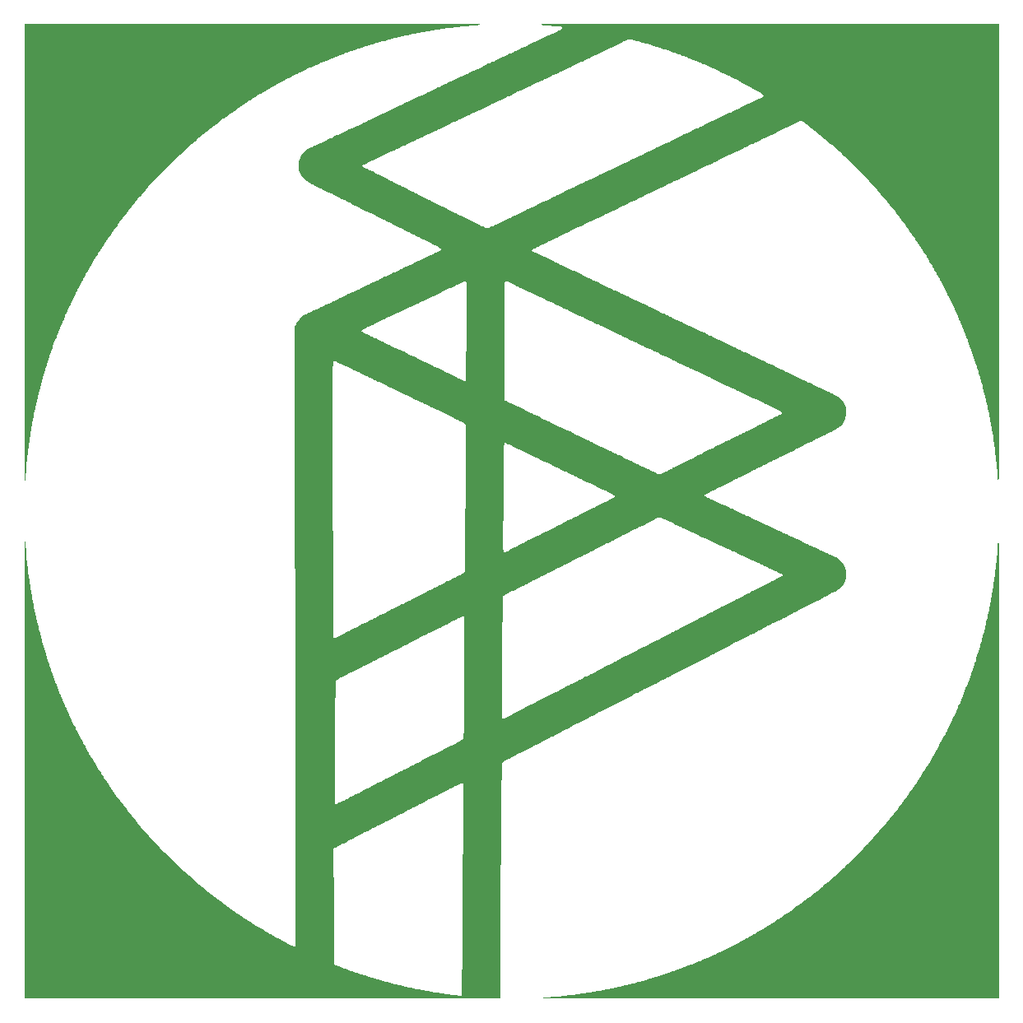
<source format=gbs>
G04 #@! TF.GenerationSoftware,KiCad,Pcbnew,7.0.9-unknown-1000.20231106gitacd7d5a.fc37*
G04 #@! TF.CreationDate,2023-11-18T15:42:19-08:00*
G04 #@! TF.ProjectId,strange-parts-coaster,73747261-6e67-4652-9d70-617274732d63,rev?*
G04 #@! TF.SameCoordinates,Original*
G04 #@! TF.FileFunction,Soldermask,Bot*
G04 #@! TF.FilePolarity,Negative*
%FSLAX46Y46*%
G04 Gerber Fmt 4.6, Leading zero omitted, Abs format (unit mm)*
G04 Created by KiCad (PCBNEW 7.0.9-unknown-1000.20231106gitacd7d5a.fc37) date 2023-11-18 15:42:19*
%MOMM*%
%LPD*%
G01*
G04 APERTURE LIST*
G04 APERTURE END LIST*
G04 #@! TO.C,G\u002A\u002A\u002A*
G36*
X150081460Y-103117734D02*
G01*
X150084014Y-103219288D01*
X150086468Y-103392526D01*
X150088822Y-103637205D01*
X150091075Y-103953081D01*
X150093227Y-104339910D01*
X150095278Y-104797449D01*
X150097227Y-105325454D01*
X150099074Y-105923681D01*
X150100818Y-106591887D01*
X150102460Y-107329827D01*
X150103998Y-108137259D01*
X150105433Y-109013939D01*
X150106764Y-109959623D01*
X150107990Y-110974067D01*
X150109112Y-112057028D01*
X150110128Y-113208262D01*
X150111040Y-114427525D01*
X150111845Y-115714574D01*
X150112544Y-117069165D01*
X150113137Y-118491054D01*
X150113622Y-119979998D01*
X150114001Y-121535753D01*
X150114271Y-123158076D01*
X150114434Y-124846722D01*
X150114488Y-126601449D01*
X150114488Y-150150568D01*
X126565369Y-150150568D01*
X124899503Y-150150519D01*
X123207444Y-150150362D01*
X121581696Y-150150097D01*
X120022502Y-150149724D01*
X118530107Y-150149244D01*
X117104755Y-150148657D01*
X115746688Y-150147963D01*
X114456150Y-150147163D01*
X113233386Y-150146258D01*
X112078639Y-150145247D01*
X110992152Y-150144130D01*
X109974169Y-150142909D01*
X109024934Y-150141584D01*
X108144691Y-150140155D01*
X107333682Y-150138622D01*
X106592152Y-150136985D01*
X105920345Y-150135246D01*
X105318504Y-150133405D01*
X104786873Y-150131461D01*
X104325695Y-150129415D01*
X103935214Y-150127268D01*
X103615674Y-150125020D01*
X103367318Y-150122672D01*
X103190390Y-150120223D01*
X103085134Y-150117674D01*
X103051793Y-150115025D01*
X103104200Y-150085846D01*
X103203205Y-150059625D01*
X103353886Y-150035748D01*
X103561362Y-150013555D01*
X103830756Y-149992389D01*
X104167187Y-149971589D01*
X104377112Y-149958230D01*
X104651712Y-149936909D01*
X104921691Y-149912243D01*
X105164556Y-149886316D01*
X105357812Y-149861214D01*
X105528993Y-149837182D01*
X105785537Y-149804907D01*
X106042890Y-149776021D01*
X106265055Y-149754748D01*
X106420329Y-149740002D01*
X106628999Y-149715611D01*
X106820669Y-149688592D01*
X106967833Y-149662552D01*
X107020563Y-149652089D01*
X107198266Y-149621980D01*
X107400842Y-149593063D01*
X107593971Y-149570388D01*
X107653705Y-149563897D01*
X107864471Y-149535807D01*
X108080117Y-149500775D01*
X108262216Y-149464870D01*
X108293802Y-149457941D01*
X108490346Y-149419886D01*
X108709053Y-149383875D01*
X108908184Y-149356887D01*
X108953776Y-149351309D01*
X109148461Y-149321791D01*
X109343505Y-149284854D01*
X109502771Y-149247167D01*
X109507079Y-149245976D01*
X109646624Y-149210927D01*
X109769298Y-149186054D01*
X109848991Y-149176673D01*
X109887964Y-149173318D01*
X109994661Y-149155573D01*
X110138861Y-149125990D01*
X110300710Y-149088445D01*
X110375033Y-149070412D01*
X110574775Y-149023367D01*
X110771646Y-148978665D01*
X110932102Y-148943980D01*
X110939866Y-148942372D01*
X111139852Y-148899666D01*
X111347872Y-148852454D01*
X111584466Y-148795950D01*
X111870170Y-148725368D01*
X111871466Y-148725044D01*
X112029052Y-148686677D01*
X112216432Y-148642453D01*
X112393324Y-148601881D01*
X112396252Y-148601221D01*
X112571749Y-148558015D01*
X112754828Y-148507267D01*
X112906319Y-148459825D01*
X113019551Y-148423841D01*
X113132824Y-148394093D01*
X113204653Y-148382671D01*
X113204958Y-148382670D01*
X113275675Y-148370958D01*
X113389337Y-148340559D01*
X113521487Y-148298007D01*
X113653794Y-148254904D01*
X113798382Y-148213598D01*
X113908665Y-148188207D01*
X114012393Y-148164935D01*
X114156482Y-148125407D01*
X114305540Y-148079022D01*
X114338313Y-148068176D01*
X114506807Y-148013529D01*
X114700188Y-147952107D01*
X114882812Y-147895258D01*
X114927279Y-147881515D01*
X115111655Y-147823130D01*
X115294514Y-147763406D01*
X115442045Y-147713341D01*
X115561027Y-147671940D01*
X115856598Y-147571878D01*
X116116900Y-147487842D01*
X116325994Y-147425031D01*
X116374599Y-147410545D01*
X116529266Y-147358296D01*
X116668750Y-147303902D01*
X116704088Y-147288983D01*
X116852811Y-147230481D01*
X116993466Y-147180263D01*
X117261529Y-147089815D01*
X117503880Y-147002922D01*
X117715057Y-146920782D01*
X117787359Y-146891423D01*
X117956295Y-146822876D01*
X118111932Y-146759782D01*
X118188811Y-146729632D01*
X118347844Y-146671387D01*
X118488679Y-146624295D01*
X118544107Y-146605787D01*
X118674726Y-146553602D01*
X118777316Y-146501923D01*
X118787782Y-146495666D01*
X118874220Y-146452325D01*
X118935714Y-146434510D01*
X118968754Y-146427603D01*
X119062042Y-146395584D01*
X119195111Y-146343126D01*
X119352851Y-146276481D01*
X119520153Y-146201905D01*
X119681910Y-146125650D01*
X119757222Y-146090389D01*
X119848128Y-146052296D01*
X119897869Y-146037500D01*
X119926938Y-146030230D01*
X120007812Y-145998587D01*
X120113829Y-145950366D01*
X120235455Y-145891993D01*
X120469704Y-145781224D01*
X120641508Y-145702760D01*
X120752047Y-145656070D01*
X120802502Y-145640625D01*
X120819817Y-145634886D01*
X120894647Y-145602112D01*
X121018855Y-145544215D01*
X121183007Y-145465680D01*
X121377667Y-145370991D01*
X121593400Y-145264636D01*
X121711113Y-145206313D01*
X121927470Y-145099512D01*
X122123312Y-145003334D01*
X122287620Y-144923166D01*
X122409374Y-144864394D01*
X122477557Y-144832407D01*
X122492768Y-144825564D01*
X122589644Y-144779203D01*
X122657954Y-144742235D01*
X122674183Y-144732650D01*
X122754363Y-144690119D01*
X122856392Y-144639996D01*
X122857952Y-144639256D01*
X122956760Y-144589994D01*
X123104376Y-144513418D01*
X123286789Y-144416986D01*
X123489988Y-144308155D01*
X123699962Y-144194381D01*
X123902699Y-144083123D01*
X123969404Y-144046541D01*
X124108637Y-143971528D01*
X124227415Y-143909060D01*
X124330774Y-143853105D01*
X124467512Y-143775365D01*
X124606250Y-143693608D01*
X124742484Y-143613298D01*
X124879516Y-143535333D01*
X124985085Y-143478137D01*
X125033257Y-143452291D01*
X125164896Y-143375732D01*
X125291761Y-143295617D01*
X125347618Y-143259639D01*
X125473616Y-143184888D01*
X125580398Y-143128973D01*
X125594497Y-143122177D01*
X125694082Y-143067393D01*
X125823761Y-142988905D01*
X125959233Y-142901318D01*
X125995528Y-142877197D01*
X126117814Y-142798695D01*
X126218457Y-142738077D01*
X126278555Y-142706854D01*
X126353281Y-142667642D01*
X126440913Y-142607798D01*
X126474093Y-142583448D01*
X126579233Y-142511279D01*
X126730830Y-142410899D01*
X126919080Y-142288701D01*
X127134183Y-142151074D01*
X127366335Y-142004411D01*
X127440779Y-141957150D01*
X127561763Y-141878533D01*
X127654971Y-141815857D01*
X127734191Y-141761860D01*
X127852840Y-141682541D01*
X127979687Y-141598886D01*
X128093031Y-141523573D01*
X128246187Y-141419299D01*
X128376562Y-141328017D01*
X128455112Y-141272051D01*
X128581154Y-141183157D01*
X128683238Y-141112169D01*
X128698978Y-141101313D01*
X128798611Y-141031437D01*
X128927572Y-140939798D01*
X129062074Y-140843281D01*
X129066046Y-140840415D01*
X129304808Y-140668728D01*
X129497884Y-140531240D01*
X129657386Y-140419324D01*
X129663060Y-140415343D01*
X129736186Y-140361877D01*
X129852349Y-140274919D01*
X129999129Y-140163919D01*
X130164106Y-140038330D01*
X130334860Y-139907601D01*
X130498972Y-139781184D01*
X130644022Y-139668530D01*
X130784360Y-139558725D01*
X130985747Y-139400601D01*
X131186847Y-139242148D01*
X131378236Y-139090834D01*
X131550493Y-138954126D01*
X131694194Y-138839491D01*
X131799917Y-138754396D01*
X131858238Y-138706308D01*
X131901972Y-138668749D01*
X131995290Y-138588696D01*
X132127547Y-138475285D01*
X132290389Y-138335681D01*
X132475462Y-138177044D01*
X132674410Y-138006540D01*
X132853116Y-137853151D01*
X133039945Y-137692248D01*
X133205309Y-137549266D01*
X133340859Y-137431443D01*
X133438246Y-137346018D01*
X133489120Y-137300229D01*
X133506030Y-137284214D01*
X133579849Y-137214490D01*
X133688631Y-137111883D01*
X133822656Y-136985547D01*
X133972207Y-136844635D01*
X134127563Y-136698300D01*
X134279008Y-136555697D01*
X134416821Y-136425978D01*
X134531285Y-136318296D01*
X134612680Y-136241806D01*
X134651288Y-136205660D01*
X134833057Y-136035362D01*
X135137840Y-135741709D01*
X135440816Y-135440927D01*
X135715038Y-135159517D01*
X135784627Y-135086635D01*
X135962878Y-134900209D01*
X136162415Y-134691791D01*
X136363567Y-134481921D01*
X136546665Y-134291140D01*
X136661087Y-134171722D01*
X136855203Y-133967197D01*
X137033729Y-133775831D01*
X137206952Y-133586183D01*
X137385156Y-133386808D01*
X137578626Y-133166266D01*
X137797649Y-132913114D01*
X138052509Y-132615909D01*
X138130779Y-132524373D01*
X138285278Y-132343736D01*
X138424317Y-132181232D01*
X138540039Y-132046042D01*
X138624589Y-131947344D01*
X138670109Y-131894318D01*
X138692971Y-131866936D01*
X138762411Y-131781259D01*
X138862410Y-131656310D01*
X138984184Y-131503193D01*
X139118947Y-131333010D01*
X139257914Y-131156866D01*
X139392299Y-130985862D01*
X139513317Y-130831104D01*
X139612181Y-130703693D01*
X139689499Y-130603788D01*
X139797373Y-130465008D01*
X139901864Y-130331100D01*
X139984998Y-130223571D01*
X140127925Y-130034962D01*
X140279276Y-129831819D01*
X140421389Y-129637907D01*
X140536606Y-129476989D01*
X140545754Y-129463977D01*
X140631691Y-129342441D01*
X140715767Y-129224432D01*
X140725082Y-129211417D01*
X140811565Y-129089882D01*
X140894892Y-128971875D01*
X140925017Y-128929100D01*
X141002241Y-128819879D01*
X141099118Y-128683199D01*
X141201580Y-128538921D01*
X141250715Y-128469443D01*
X141366051Y-128304137D01*
X141475953Y-128144020D01*
X141562041Y-128015767D01*
X141640290Y-127897622D01*
X141720701Y-127777650D01*
X141779777Y-127691051D01*
X141806548Y-127651766D01*
X141880479Y-127539101D01*
X141955583Y-127420455D01*
X141989023Y-127366781D01*
X142064272Y-127247888D01*
X142125560Y-127153316D01*
X142167789Y-127089039D01*
X142265417Y-126938201D01*
X142379908Y-126759392D01*
X142497663Y-126573975D01*
X142605085Y-126403315D01*
X142688575Y-126268774D01*
X142743823Y-126178911D01*
X142824910Y-126047920D01*
X142889814Y-125944059D01*
X142913925Y-125905212D01*
X142989289Y-125779340D01*
X143062280Y-125652557D01*
X143098867Y-125588524D01*
X143183363Y-125445572D01*
X143266515Y-125309801D01*
X143292225Y-125268714D01*
X143346151Y-125181310D01*
X143399235Y-125092773D01*
X143458643Y-124990708D01*
X143531538Y-124862719D01*
X143625085Y-124696408D01*
X143746449Y-124479381D01*
X143859498Y-124276328D01*
X144061806Y-123909000D01*
X144235639Y-123587214D01*
X144386836Y-123300101D01*
X144521235Y-123036790D01*
X144582452Y-122915629D01*
X144656969Y-122770443D01*
X144717727Y-122654620D01*
X144755561Y-122585796D01*
X144758564Y-122580666D01*
X144811141Y-122481058D01*
X144863233Y-122369318D01*
X144869591Y-122354709D01*
X144914999Y-122257503D01*
X144951827Y-122188921D01*
X144954547Y-122184378D01*
X144986682Y-122122960D01*
X145041259Y-122012655D01*
X145111372Y-121867578D01*
X145190115Y-121701847D01*
X145284237Y-121502043D01*
X145418190Y-121217167D01*
X145527882Y-120982932D01*
X145617477Y-120790255D01*
X145691141Y-120630056D01*
X145753037Y-120493251D01*
X145807330Y-120370759D01*
X145858184Y-120253498D01*
X145909765Y-120132387D01*
X145932542Y-120079037D01*
X146000620Y-119924435D01*
X146063741Y-119787307D01*
X146110660Y-119692284D01*
X146125795Y-119662835D01*
X146165830Y-119571582D01*
X146181954Y-119511886D01*
X146195876Y-119461154D01*
X146234845Y-119365746D01*
X146290057Y-119248438D01*
X146342830Y-119136643D01*
X146382816Y-119039665D01*
X146398160Y-118985069D01*
X146398465Y-118979890D01*
X146417987Y-118912651D01*
X146458561Y-118822711D01*
X146508014Y-118716483D01*
X146579847Y-118540403D01*
X146666048Y-118311907D01*
X146763200Y-118039773D01*
X146793866Y-117955380D01*
X146837846Y-117844814D01*
X146870792Y-117774062D01*
X146905826Y-117697709D01*
X146962567Y-117550048D01*
X147039662Y-117333372D01*
X147137148Y-117047585D01*
X147154819Y-116996521D01*
X147211880Y-116842983D01*
X147267822Y-116704830D01*
X147286334Y-116660060D01*
X147342190Y-116508828D01*
X147388952Y-116362074D01*
X147410129Y-116289192D01*
X147481669Y-116058638D01*
X147572446Y-115782969D01*
X147677261Y-115478125D01*
X147716524Y-115363502D01*
X147782582Y-115160984D01*
X147859786Y-114913651D01*
X147950704Y-114613222D01*
X148057907Y-114251421D01*
X148085826Y-114156858D01*
X148147203Y-113951002D01*
X148208051Y-113749152D01*
X148258556Y-113583949D01*
X148271141Y-113542596D01*
X148310110Y-113404951D01*
X148337216Y-113294134D01*
X148347210Y-113231035D01*
X148356063Y-113174183D01*
X148383725Y-113068470D01*
X148423745Y-112942399D01*
X148424528Y-112940117D01*
X148472130Y-112787685D01*
X148522837Y-112604390D01*
X148565801Y-112429404D01*
X148566614Y-112425792D01*
X148606878Y-112250285D01*
X148650108Y-112067081D01*
X148687084Y-111915270D01*
X148747895Y-111669661D01*
X148810394Y-111409222D01*
X148862164Y-111182110D01*
X148907900Y-110968182D01*
X148920299Y-110909499D01*
X148959982Y-110730194D01*
X149006562Y-110528111D01*
X149052366Y-110336790D01*
X149076270Y-110235418D01*
X149109467Y-110079086D01*
X149132216Y-109951290D01*
X149140593Y-109872663D01*
X149144001Y-109829390D01*
X149161627Y-109717053D01*
X149190900Y-109568316D01*
X149228011Y-109403629D01*
X149248088Y-109316547D01*
X149287753Y-109125426D01*
X149320236Y-108944436D01*
X149339972Y-108803409D01*
X149340294Y-108800325D01*
X149361823Y-108642880D01*
X149394419Y-108456280D01*
X149431157Y-108280256D01*
X149442667Y-108227801D01*
X149477788Y-108039207D01*
X149510317Y-107827745D01*
X149534435Y-107630051D01*
X149541779Y-107561647D01*
X149567308Y-107361004D01*
X149597220Y-107163652D01*
X149626472Y-107003913D01*
X149646350Y-106895264D01*
X149673463Y-106711333D01*
X149698772Y-106504121D01*
X149718668Y-106301135D01*
X149733854Y-106138122D01*
X149761263Y-105886071D01*
X149793098Y-105625996D01*
X149825134Y-105393892D01*
X149845294Y-105242239D01*
X149871224Y-105007146D01*
X149896294Y-104740625D01*
X149918417Y-104465167D01*
X149935510Y-104203267D01*
X149956280Y-103867256D01*
X149977446Y-103597772D01*
X149999636Y-103390213D01*
X150023511Y-103239457D01*
X150049728Y-103140384D01*
X150078945Y-103087873D01*
X150081460Y-103117734D01*
G37*
G36*
X74169384Y-49885521D02*
G01*
X75913021Y-49885617D01*
X77584885Y-49885814D01*
X79185244Y-49886114D01*
X80714366Y-49886517D01*
X82172520Y-49887022D01*
X83559973Y-49887632D01*
X84876994Y-49888346D01*
X86123850Y-49889164D01*
X87300810Y-49890087D01*
X88408143Y-49891115D01*
X89446116Y-49892249D01*
X90414997Y-49893490D01*
X91315054Y-49894836D01*
X92146556Y-49896290D01*
X92909771Y-49897852D01*
X93604967Y-49899521D01*
X94232412Y-49901298D01*
X94792374Y-49903184D01*
X95285121Y-49905180D01*
X95710922Y-49907284D01*
X96070045Y-49909499D01*
X96362757Y-49911824D01*
X96589327Y-49914260D01*
X96750023Y-49916807D01*
X96845113Y-49919466D01*
X96874866Y-49922237D01*
X96851063Y-49938201D01*
X96775970Y-49963483D01*
X96652541Y-49987553D01*
X96476015Y-50011004D01*
X96241632Y-50034429D01*
X95944633Y-50058422D01*
X95580256Y-50083576D01*
X95488575Y-50089715D01*
X95230808Y-50108869D01*
X94983965Y-50129760D01*
X94763327Y-50150953D01*
X94584175Y-50171016D01*
X94461790Y-50188514D01*
X94313604Y-50211195D01*
X94116700Y-50236151D01*
X93898929Y-50259986D01*
X93686079Y-50279669D01*
X93674736Y-50280610D01*
X93471111Y-50300171D01*
X93273118Y-50323587D01*
X93102883Y-50347999D01*
X92982528Y-50370551D01*
X92920100Y-50383841D01*
X92761293Y-50411847D01*
X92574152Y-50439665D01*
X92387216Y-50462871D01*
X92302631Y-50472930D01*
X92094978Y-50502617D01*
X91891184Y-50537487D01*
X91725274Y-50571935D01*
X91552462Y-50608163D01*
X91355399Y-50641312D01*
X91184081Y-50662560D01*
X91045472Y-50679637D01*
X90847706Y-50714153D01*
X90670041Y-50754907D01*
X90664073Y-50756511D01*
X90494150Y-50796092D01*
X90295830Y-50833838D01*
X90110808Y-50861780D01*
X90095363Y-50863743D01*
X89916507Y-50891963D01*
X89735664Y-50928564D01*
X89589764Y-50966149D01*
X89496852Y-50991984D01*
X89318761Y-51032322D01*
X89156810Y-51059490D01*
X89149168Y-51060463D01*
X89002005Y-51086001D01*
X88825310Y-51125662D01*
X88655645Y-51171291D01*
X88620261Y-51181657D01*
X88478420Y-51219755D01*
X88360009Y-51246464D01*
X88287692Y-51256534D01*
X88276767Y-51257079D01*
X88192260Y-51271783D01*
X88067137Y-51302478D01*
X87924235Y-51343688D01*
X87907557Y-51348810D01*
X87748306Y-51394254D01*
X87595597Y-51432629D01*
X87480398Y-51456092D01*
X87431488Y-51465077D01*
X87283301Y-51501954D01*
X87141203Y-51547943D01*
X87089452Y-51566109D01*
X86937227Y-51609888D01*
X86798447Y-51638685D01*
X86746492Y-51647732D01*
X86596016Y-51683583D01*
X86452131Y-51728404D01*
X86348370Y-51762752D01*
X86186248Y-51809621D01*
X86026768Y-51849786D01*
X85897535Y-51882735D01*
X85769325Y-51922290D01*
X85682765Y-51956804D01*
X85671932Y-51962143D01*
X85562530Y-52002282D01*
X85440657Y-52031178D01*
X85349337Y-52050972D01*
X85208206Y-52090183D01*
X85063068Y-52137472D01*
X84910558Y-52191409D01*
X84720575Y-52257887D01*
X84569803Y-52309297D01*
X84440880Y-52351400D01*
X84316440Y-52389957D01*
X84179119Y-52430729D01*
X83978583Y-52491455D01*
X83752052Y-52564659D01*
X83548239Y-52635266D01*
X83382783Y-52697830D01*
X83271319Y-52746904D01*
X83163261Y-52791184D01*
X83042613Y-52825735D01*
X83020481Y-52830826D01*
X82895980Y-52868683D01*
X82770765Y-52917642D01*
X82742667Y-52929905D01*
X82621234Y-52976907D01*
X82518208Y-53008917D01*
X82481822Y-53019358D01*
X82368868Y-53061358D01*
X82248863Y-53115347D01*
X82201154Y-53137779D01*
X82072284Y-53189530D01*
X81963314Y-53222594D01*
X81923115Y-53233271D01*
X81801726Y-53277661D01*
X81678324Y-53335278D01*
X81620588Y-53364489D01*
X81526943Y-53405292D01*
X81469689Y-53421307D01*
X81440523Y-53427659D01*
X81357751Y-53460345D01*
X81253211Y-53511506D01*
X81187670Y-53544504D01*
X81092219Y-53585634D01*
X81033626Y-53601705D01*
X81000307Y-53608786D01*
X80913673Y-53641525D01*
X80805682Y-53691904D01*
X80732762Y-53726926D01*
X80636875Y-53766644D01*
X80579448Y-53782102D01*
X80547265Y-53788664D01*
X80461096Y-53819684D01*
X80352751Y-53867585D01*
X80085748Y-53993989D01*
X79868759Y-54093361D01*
X79711095Y-54161315D01*
X79615057Y-54196826D01*
X79605287Y-54199839D01*
X79506929Y-54237723D01*
X79398579Y-54288223D01*
X79337061Y-54318987D01*
X79191335Y-54389195D01*
X78996007Y-54481197D01*
X78761088Y-54590292D01*
X78496591Y-54711778D01*
X78408861Y-54752486D01*
X78290803Y-54809052D01*
X78207954Y-54850878D01*
X78202214Y-54853937D01*
X78102761Y-54903532D01*
X77991477Y-54954958D01*
X77979866Y-54960113D01*
X77875205Y-55009131D01*
X77793040Y-55051430D01*
X77752503Y-55074142D01*
X77637140Y-55135115D01*
X77504403Y-55198286D01*
X77409740Y-55244231D01*
X77324006Y-55289896D01*
X77317004Y-55293883D01*
X77229970Y-55338815D01*
X77125568Y-55387717D01*
X77042881Y-55427607D01*
X76915303Y-55494475D01*
X76782812Y-55568136D01*
X76667801Y-55632397D01*
X76553819Y-55692538D01*
X76476136Y-55729525D01*
X76405700Y-55761354D01*
X76313778Y-55810088D01*
X76286159Y-55826475D01*
X76172868Y-55891191D01*
X76025706Y-55973011D01*
X75866847Y-56059684D01*
X75718466Y-56138962D01*
X75626850Y-56188437D01*
X75461094Y-56280805D01*
X75259599Y-56395209D01*
X75037313Y-56523000D01*
X74809182Y-56655528D01*
X74590156Y-56784142D01*
X74395181Y-56900191D01*
X74239204Y-56995027D01*
X74225512Y-57003283D01*
X74148061Y-57047601D01*
X74049763Y-57101788D01*
X74031933Y-57111665D01*
X73926693Y-57174052D01*
X73792140Y-57258059D01*
X73652888Y-57348391D01*
X73607476Y-57378427D01*
X73440041Y-57488582D01*
X73254964Y-57609682D01*
X73084659Y-57720500D01*
X73034370Y-57753119D01*
X72853605Y-57870616D01*
X72666845Y-57992308D01*
X72507386Y-58096506D01*
X72459602Y-58127598D01*
X72328615Y-58210890D01*
X72217602Y-58278859D01*
X72146591Y-58319145D01*
X72114832Y-58336666D01*
X72017231Y-58398865D01*
X71912074Y-58473860D01*
X71874739Y-58501939D01*
X71751607Y-58592746D01*
X71641477Y-58671803D01*
X71572321Y-58720559D01*
X71449902Y-58807334D01*
X71325298Y-58896065D01*
X71312114Y-58905474D01*
X71182192Y-58997876D01*
X71027747Y-59107311D01*
X70879407Y-59212074D01*
X70846606Y-59235200D01*
X70713086Y-59329539D01*
X70593373Y-59414406D01*
X70510075Y-59473781D01*
X70482685Y-59493244D01*
X70368986Y-59572004D01*
X70252415Y-59650523D01*
X70251866Y-59650886D01*
X70149500Y-59723307D01*
X70020129Y-59821141D01*
X69891619Y-59923318D01*
X69858792Y-59950211D01*
X69743101Y-60044696D01*
X69655930Y-60114751D01*
X69575686Y-60177265D01*
X69480773Y-60249125D01*
X69349598Y-60347220D01*
X69300670Y-60384182D01*
X69157924Y-60494790D01*
X68997360Y-60622036D01*
X68845312Y-60745138D01*
X68795084Y-60786093D01*
X68621638Y-60924696D01*
X68439288Y-61067113D01*
X68280096Y-61188211D01*
X68222950Y-61231298D01*
X68090289Y-61334798D01*
X67976455Y-61428086D01*
X67901261Y-61495111D01*
X67885640Y-61509956D01*
X67810031Y-61578050D01*
X67692557Y-61681100D01*
X67542888Y-61810714D01*
X67370697Y-61958500D01*
X67185653Y-62116066D01*
X67033558Y-62245174D01*
X66840234Y-62409967D01*
X66680778Y-62547298D01*
X66542316Y-62668612D01*
X66411972Y-62785354D01*
X66276873Y-62908969D01*
X66124143Y-63050901D01*
X65940909Y-63222596D01*
X65859638Y-63298975D01*
X65435234Y-63700688D01*
X65049064Y-64071925D01*
X64687117Y-64426690D01*
X64335384Y-64778989D01*
X63979854Y-65142827D01*
X63606517Y-65532209D01*
X63201363Y-65961140D01*
X63079184Y-66091469D01*
X62942764Y-66238013D01*
X62822493Y-66369060D01*
X62707913Y-66496376D01*
X62588572Y-66631729D01*
X62454013Y-66786888D01*
X62293781Y-66973620D01*
X62097422Y-67203693D01*
X62022855Y-67291029D01*
X61865780Y-67474016D01*
X61722232Y-67639969D01*
X61600492Y-67779383D01*
X61508838Y-67882752D01*
X61455551Y-67940571D01*
X61400765Y-67999906D01*
X61305874Y-68111321D01*
X61212105Y-68229207D01*
X61123995Y-68343859D01*
X61009063Y-68492025D01*
X60899900Y-68631562D01*
X60849886Y-68695139D01*
X60721674Y-68858194D01*
X60559595Y-69064394D01*
X60370733Y-69304723D01*
X60162175Y-69570166D01*
X59941007Y-69851706D01*
X59841642Y-69981181D01*
X59728221Y-70134307D01*
X59634331Y-70266313D01*
X59569305Y-70360300D01*
X59484639Y-70481287D01*
X59419401Y-70572989D01*
X59409577Y-70586589D01*
X59329410Y-70698533D01*
X59249258Y-70811648D01*
X59226296Y-70844098D01*
X59140047Y-70964142D01*
X59053737Y-71082244D01*
X59023869Y-71123079D01*
X58940859Y-71238536D01*
X58839990Y-71380558D01*
X58736805Y-71527316D01*
X58681410Y-71606457D01*
X58586295Y-71741895D01*
X58506261Y-71855319D01*
X58454403Y-71928140D01*
X58452225Y-71931162D01*
X58396668Y-72009354D01*
X58341704Y-72089693D01*
X58279652Y-72184038D01*
X58202829Y-72304254D01*
X58103555Y-72462202D01*
X57974146Y-72669744D01*
X57927478Y-72743817D01*
X57849113Y-72865003D01*
X57786384Y-72958381D01*
X57742619Y-73023311D01*
X57666869Y-73140251D01*
X57588494Y-73265057D01*
X57529300Y-73359746D01*
X57451292Y-73481316D01*
X57391008Y-73571733D01*
X57284535Y-73730567D01*
X57161903Y-73925890D01*
X57017873Y-74167046D01*
X57010137Y-74180222D01*
X56939240Y-74300599D01*
X56880810Y-74399163D01*
X56846836Y-74455682D01*
X56830317Y-74483187D01*
X56781077Y-74567597D01*
X56721153Y-74672159D01*
X56675107Y-74751864D01*
X56590427Y-74894939D01*
X56506832Y-75032955D01*
X56450638Y-75126406D01*
X56371633Y-75263544D01*
X56310724Y-75375710D01*
X56264078Y-75463718D01*
X56189326Y-75599611D01*
X56111740Y-75736506D01*
X56047685Y-75849160D01*
X55971022Y-75987604D01*
X55912442Y-76097301D01*
X55869478Y-76179434D01*
X55799672Y-76311216D01*
X55714772Y-76470438D01*
X55624672Y-76638494D01*
X55550161Y-76778545D01*
X55443580Y-76982781D01*
X55342695Y-77179989D01*
X55262003Y-77342046D01*
X55228325Y-77410954D01*
X55160705Y-77547652D01*
X55105417Y-77657281D01*
X55071972Y-77720881D01*
X55062166Y-77738805D01*
X55016067Y-77829532D01*
X54964603Y-77937358D01*
X54948698Y-77971230D01*
X54899458Y-78069958D01*
X54862475Y-78135796D01*
X54858082Y-78142764D01*
X54817797Y-78218034D01*
X54772012Y-78316193D01*
X54743802Y-78379907D01*
X54685800Y-78507931D01*
X54624393Y-78640909D01*
X54582885Y-78729818D01*
X54463619Y-78985712D01*
X54370480Y-79186355D01*
X54299899Y-79339450D01*
X54248308Y-79452699D01*
X54202947Y-79552794D01*
X54138812Y-79693734D01*
X54072832Y-79838281D01*
X54066173Y-79852891D01*
X54013512Y-79972209D01*
X53975995Y-80063806D01*
X53961368Y-80108877D01*
X53946807Y-80151514D01*
X53907817Y-80239911D01*
X53853129Y-80353769D01*
X53800931Y-80464450D01*
X53761216Y-80560284D01*
X53746023Y-80613437D01*
X53739614Y-80641778D01*
X53706922Y-80723271D01*
X53655824Y-80827186D01*
X53623238Y-80892373D01*
X53581765Y-80991199D01*
X53565490Y-81054593D01*
X53565037Y-81061777D01*
X53542209Y-81135509D01*
X53495556Y-81226829D01*
X53473335Y-81267151D01*
X53418585Y-81389869D01*
X53372280Y-81521379D01*
X53352792Y-81582150D01*
X53307279Y-81701053D01*
X53265358Y-81785743D01*
X53264720Y-81786754D01*
X53219685Y-81883191D01*
X53185986Y-81996307D01*
X53152057Y-82114963D01*
X53104139Y-82230824D01*
X53099660Y-82239639D01*
X53043926Y-82364611D01*
X52971341Y-82549012D01*
X52885270Y-82783981D01*
X52789078Y-83060654D01*
X52781357Y-83083270D01*
X52723164Y-83250110D01*
X52654923Y-83441330D01*
X52589833Y-83619887D01*
X52578598Y-83650557D01*
X52515619Y-83830958D01*
X52455532Y-84015073D01*
X52409987Y-84167428D01*
X52372302Y-84293629D01*
X52328192Y-84422165D01*
X52291497Y-84510184D01*
X52272101Y-84554430D01*
X52232462Y-84672382D01*
X52198984Y-84803295D01*
X52182826Y-84871209D01*
X52143232Y-85002520D01*
X52103006Y-85101849D01*
X52079753Y-85156253D01*
X52040814Y-85279491D01*
X52009452Y-85415014D01*
X51991373Y-85499729D01*
X51955821Y-85627828D01*
X51920456Y-85719364D01*
X51889247Y-85796520D01*
X51849877Y-85922151D01*
X51813706Y-86062848D01*
X51782644Y-86188308D01*
X51736194Y-86353204D01*
X51692324Y-86488210D01*
X51673573Y-86543556D01*
X51630834Y-86696439D01*
X51602605Y-86834527D01*
X51594022Y-86883815D01*
X51557708Y-87034120D01*
X51511863Y-87177283D01*
X51493468Y-87229487D01*
X51449408Y-87380189D01*
X51420012Y-87516477D01*
X51418393Y-87526415D01*
X51392895Y-87647286D01*
X51353353Y-87802241D01*
X51307609Y-87960314D01*
X51297866Y-87992294D01*
X51258510Y-88133230D01*
X51230881Y-88251335D01*
X51220454Y-88323772D01*
X51219823Y-88335859D01*
X51205235Y-88421439D01*
X51175280Y-88547616D01*
X51135211Y-88691724D01*
X51132236Y-88701781D01*
X51086747Y-88873009D01*
X51047753Y-89048898D01*
X51023410Y-89192889D01*
X51009390Y-89284935D01*
X50973118Y-89462827D01*
X50930431Y-89625844D01*
X50928214Y-89633203D01*
X50889890Y-89783362D01*
X50852570Y-89965277D01*
X50824039Y-90141230D01*
X50821298Y-90161173D01*
X50794244Y-90328835D01*
X50762391Y-90489286D01*
X50732066Y-90610264D01*
X50711310Y-90692782D01*
X50681723Y-90840857D01*
X50651329Y-91019701D01*
X50624196Y-91206804D01*
X50601586Y-91366784D01*
X50575494Y-91527569D01*
X50551429Y-91653367D01*
X50532625Y-91725841D01*
X50530794Y-91731060D01*
X50512603Y-91809434D01*
X50490150Y-91940515D01*
X50466113Y-92107329D01*
X50443170Y-92292901D01*
X50418667Y-92491233D01*
X50389904Y-92695260D01*
X50361114Y-92875414D01*
X50335893Y-93007731D01*
X50313824Y-93127508D01*
X50288161Y-93305497D01*
X50264074Y-93508315D01*
X50244758Y-93711282D01*
X50228813Y-93886434D01*
X50204383Y-94112968D01*
X50177687Y-94326636D01*
X50152204Y-94497869D01*
X50149794Y-94512554D01*
X50130059Y-94658475D01*
X50108277Y-94857082D01*
X50086080Y-95091302D01*
X50065101Y-95344063D01*
X50046973Y-95598296D01*
X50041014Y-95689655D01*
X50019826Y-96002569D01*
X50001234Y-96253304D01*
X49984433Y-96449729D01*
X49968619Y-96599714D01*
X49952987Y-96711126D01*
X49936734Y-96791836D01*
X49919054Y-96849712D01*
X49893914Y-96903872D01*
X49868364Y-96933239D01*
X49867664Y-96917225D01*
X49866627Y-96834301D01*
X49865606Y-96682374D01*
X49864601Y-96463334D01*
X49863616Y-96179075D01*
X49862650Y-95831488D01*
X49861705Y-95422464D01*
X49860784Y-94953895D01*
X49859887Y-94427673D01*
X49859017Y-93845690D01*
X49858174Y-93209837D01*
X49857360Y-92522006D01*
X49856577Y-91784089D01*
X49855826Y-90997977D01*
X49855109Y-90165562D01*
X49854427Y-89288737D01*
X49853782Y-88369392D01*
X49853175Y-87409419D01*
X49852608Y-86410711D01*
X49852082Y-85375158D01*
X49851599Y-84304653D01*
X49851160Y-83201087D01*
X49850768Y-82066351D01*
X49850422Y-80902339D01*
X49850126Y-79710941D01*
X49849880Y-78494049D01*
X49849686Y-77253554D01*
X49849546Y-75991349D01*
X49849460Y-74709326D01*
X49849432Y-73409375D01*
X49849432Y-49885512D01*
X73380511Y-49885512D01*
X74169384Y-49885521D01*
G37*
G36*
X150114488Y-73452671D02*
G01*
X150114488Y-73500081D01*
X150114447Y-75203104D01*
X150114324Y-76834823D01*
X150114120Y-78396071D01*
X150113833Y-79887681D01*
X150113461Y-81310485D01*
X150113004Y-82665316D01*
X150112459Y-83953006D01*
X150111825Y-85174389D01*
X150111102Y-86330296D01*
X150110287Y-87421561D01*
X150109379Y-88449016D01*
X150108377Y-89413494D01*
X150107279Y-90315827D01*
X150106085Y-91156849D01*
X150104792Y-91937391D01*
X150103400Y-92658287D01*
X150101907Y-93320368D01*
X150100311Y-93924469D01*
X150098611Y-94471420D01*
X150096806Y-94962056D01*
X150094895Y-95397208D01*
X150092876Y-95777710D01*
X150090748Y-96104394D01*
X150088508Y-96378092D01*
X150086157Y-96599638D01*
X150083692Y-96769863D01*
X150081113Y-96889601D01*
X150078417Y-96959684D01*
X150075604Y-96980945D01*
X150065417Y-96969188D01*
X150036537Y-96912908D01*
X150011805Y-96821737D01*
X149990185Y-96688221D01*
X149970642Y-96504910D01*
X149952141Y-96264350D01*
X149933647Y-95959091D01*
X149922043Y-95772763D01*
X149901141Y-95496678D01*
X149876603Y-95221430D01*
X149850592Y-94970774D01*
X149825269Y-94768466D01*
X149799386Y-94576342D01*
X149767406Y-94314947D01*
X149738481Y-94054591D01*
X149716676Y-93830398D01*
X149699421Y-93655227D01*
X149675813Y-93458681D01*
X149650874Y-93286292D01*
X149627785Y-93161974D01*
X149612845Y-93088618D01*
X149585867Y-92927356D01*
X149559174Y-92738256D01*
X149536815Y-92548621D01*
X149523515Y-92432256D01*
X149497585Y-92242545D01*
X149469523Y-92071617D01*
X149443443Y-91946033D01*
X149426433Y-91870651D01*
X149396478Y-91713051D01*
X149365655Y-91527002D01*
X149338475Y-91338607D01*
X149320519Y-91212454D01*
X149290435Y-91030106D01*
X149259632Y-90870911D01*
X149232547Y-90759140D01*
X149229496Y-90748605D01*
X149198185Y-90617659D01*
X149166447Y-90451763D01*
X149140714Y-90284179D01*
X149140084Y-90279401D01*
X149111184Y-90099062D01*
X149073110Y-89910368D01*
X149033927Y-89753409D01*
X149001251Y-89628976D01*
X148959164Y-89439288D01*
X148927515Y-89263757D01*
X148903187Y-89126441D01*
X148868563Y-88971963D01*
X148834278Y-88853159D01*
X148807191Y-88763852D01*
X148770745Y-88613333D01*
X148741465Y-88460060D01*
X148721150Y-88350096D01*
X148679315Y-88166698D01*
X148634193Y-88004749D01*
X148606206Y-87912959D01*
X148555999Y-87733890D01*
X148514774Y-87570597D01*
X148455878Y-87322882D01*
X148391895Y-87068295D01*
X148333414Y-86850573D01*
X148284839Y-86686648D01*
X148274256Y-86653159D01*
X148231338Y-86509975D01*
X148195267Y-86379972D01*
X148189842Y-86359264D01*
X148147913Y-86206021D01*
X148094710Y-86019472D01*
X148036320Y-85820192D01*
X147978833Y-85628754D01*
X147928339Y-85465734D01*
X147890928Y-85351705D01*
X147860015Y-85259006D01*
X147812315Y-85107091D01*
X147767062Y-84954830D01*
X147711524Y-84766441D01*
X147585857Y-84374393D01*
X147459847Y-84025067D01*
X147417709Y-83908051D01*
X147384976Y-83800303D01*
X147372443Y-83735039D01*
X147370279Y-83715467D01*
X147344520Y-83630700D01*
X147299009Y-83528296D01*
X147286198Y-83502207D01*
X147228751Y-83362508D01*
X147184550Y-83223012D01*
X147168488Y-83166327D01*
X147117944Y-83020153D01*
X147059899Y-82880256D01*
X147027787Y-82807060D01*
X146990567Y-82708265D01*
X146975921Y-82648110D01*
X146973471Y-82629832D01*
X146948645Y-82550556D01*
X146905782Y-82449673D01*
X146877610Y-82387474D01*
X146818992Y-82246494D01*
X146764997Y-82104546D01*
X146762264Y-82096910D01*
X146658774Y-81812177D01*
X146574933Y-81591300D01*
X146508831Y-81429403D01*
X146458561Y-81321607D01*
X146452660Y-81310088D01*
X146413707Y-81221041D01*
X146397163Y-81159249D01*
X146383022Y-81109106D01*
X146343973Y-81013934D01*
X146288924Y-80896799D01*
X146237227Y-80785751D01*
X146197159Y-80684891D01*
X146181818Y-80625211D01*
X146168806Y-80570620D01*
X146126550Y-80490275D01*
X146113558Y-80469983D01*
X146063759Y-80372525D01*
X146017189Y-80258051D01*
X145990584Y-80186983D01*
X145932788Y-80045154D01*
X145871225Y-79904994D01*
X145865474Y-79892489D01*
X145793729Y-79736289D01*
X145722394Y-79580521D01*
X145641390Y-79403140D01*
X145540633Y-79182102D01*
X145523659Y-79145098D01*
X145464319Y-79017627D01*
X145387845Y-78855087D01*
X145301069Y-78671816D01*
X145210825Y-78482154D01*
X145123945Y-78300439D01*
X145047262Y-78141013D01*
X144987608Y-78018212D01*
X144951816Y-77946378D01*
X144932402Y-77909246D01*
X144885113Y-77820100D01*
X144873662Y-77798075D01*
X144831229Y-77713722D01*
X144770769Y-77591698D01*
X144701367Y-77450284D01*
X144643976Y-77334623D01*
X144546981Y-77143549D01*
X144440829Y-76938176D01*
X144340018Y-76746733D01*
X144256429Y-76589459D01*
X144171585Y-76428958D01*
X144101114Y-76294765D01*
X144054849Y-76205540D01*
X144007760Y-76116827D01*
X143932498Y-75981237D01*
X143853988Y-75844744D01*
X143788519Y-75731256D01*
X143711509Y-75593265D01*
X143653225Y-75483949D01*
X143622548Y-75425206D01*
X143549652Y-75291203D01*
X143474973Y-75159233D01*
X143437223Y-75094026D01*
X143352628Y-74947111D01*
X143277915Y-74816477D01*
X143241180Y-74753449D01*
X143163638Y-74624267D01*
X143069197Y-74469843D01*
X142970738Y-74311364D01*
X142903403Y-74203249D01*
X142806346Y-74045272D01*
X142722161Y-73905878D01*
X142663724Y-73806250D01*
X142636253Y-73758692D01*
X142549980Y-73615255D01*
X142465681Y-73481534D01*
X142431819Y-73428686D01*
X142351986Y-73298709D01*
X142286964Y-73186326D01*
X142270203Y-73156841D01*
X142216625Y-73074688D01*
X142176988Y-73030540D01*
X142167154Y-73022350D01*
X142121125Y-72963405D01*
X142067013Y-72874754D01*
X142048463Y-72841356D01*
X142003918Y-72764730D01*
X141949631Y-72676879D01*
X141879324Y-72568187D01*
X141786720Y-72429043D01*
X141665544Y-72249833D01*
X141509517Y-72020945D01*
X141484880Y-71984871D01*
X141372292Y-71819679D01*
X141268659Y-71667122D01*
X141184588Y-71542834D01*
X141130682Y-71462449D01*
X141126110Y-71455563D01*
X140941012Y-71187579D01*
X140731248Y-70901847D01*
X140698843Y-70858573D01*
X140620442Y-70751296D01*
X140560751Y-70666310D01*
X140544170Y-70642096D01*
X140464643Y-70530428D01*
X140352676Y-70377451D01*
X140217215Y-70195222D01*
X140067205Y-69995799D01*
X139911591Y-69791240D01*
X139854888Y-69717066D01*
X139716958Y-69536227D01*
X139570365Y-69343602D01*
X139438592Y-69170029D01*
X139340710Y-69042733D01*
X139192031Y-68853489D01*
X139034688Y-68656750D01*
X138889785Y-68479085D01*
X138764956Y-68327530D01*
X138630367Y-68163122D01*
X138509577Y-68014616D01*
X138418744Y-67901813D01*
X138321222Y-67782710D01*
X138221947Y-67666831D01*
X138145049Y-67582529D01*
X138132325Y-67569189D01*
X138059792Y-67489432D01*
X137955930Y-67371811D01*
X137832676Y-67229935D01*
X137701971Y-67077415D01*
X137637204Y-67001652D01*
X137226679Y-66535287D01*
X136762078Y-66029418D01*
X136242672Y-65483287D01*
X135667729Y-64896136D01*
X135036519Y-64267206D01*
X134348313Y-63595739D01*
X134283697Y-63533450D01*
X134216489Y-63469335D01*
X134146890Y-63404018D01*
X134066349Y-63329664D01*
X133966318Y-63238438D01*
X133838246Y-63122506D01*
X133673582Y-62974033D01*
X133463778Y-62785185D01*
X133456627Y-62778753D01*
X133323105Y-62659463D01*
X133160545Y-62515361D01*
X132980802Y-62356839D01*
X132795730Y-62194289D01*
X132617182Y-62038103D01*
X132457012Y-61898673D01*
X132327074Y-61786391D01*
X132239222Y-61711649D01*
X132215114Y-61691672D01*
X132133237Y-61624460D01*
X132020669Y-61532507D01*
X131894318Y-61429640D01*
X131833552Y-61380199D01*
X131706764Y-61276727D01*
X131599284Y-61188619D01*
X131529483Y-61130917D01*
X131489755Y-61098037D01*
X131360678Y-60993407D01*
X131198768Y-60864167D01*
X131021319Y-60723945D01*
X130845627Y-60586373D01*
X130688987Y-60465081D01*
X130568694Y-60373700D01*
X130560970Y-60367925D01*
X130460484Y-60291627D01*
X130331859Y-60192574D01*
X130200944Y-60090660D01*
X130174974Y-60070511D01*
X130056278Y-59983019D01*
X129953928Y-59914356D01*
X129887685Y-59877942D01*
X129791544Y-59864730D01*
X129644856Y-59896425D01*
X129454920Y-59979858D01*
X129447049Y-59983886D01*
X129336362Y-60038779D01*
X129161742Y-60123244D01*
X128924594Y-60236611D01*
X128626320Y-60378209D01*
X128268324Y-60547365D01*
X128199035Y-60580229D01*
X128065491Y-60643910D01*
X127893427Y-60726182D01*
X127697562Y-60820009D01*
X127492613Y-60918350D01*
X127343150Y-60989996D01*
X127124718Y-61094284D01*
X126917553Y-61192748D01*
X126739565Y-61276882D01*
X126608665Y-61338180D01*
X126556310Y-61362619D01*
X126425128Y-61425175D01*
X126322076Y-61476163D01*
X126265909Y-61506382D01*
X126258857Y-61510684D01*
X126183595Y-61550257D01*
X126085511Y-61595853D01*
X126030045Y-61620396D01*
X125891479Y-61683440D01*
X125744170Y-61752224D01*
X125606747Y-61817896D01*
X125497841Y-61871601D01*
X125436079Y-61904487D01*
X125428984Y-61908673D01*
X125353726Y-61947467D01*
X125255682Y-61992728D01*
X125178413Y-62027351D01*
X125048625Y-62087115D01*
X124912926Y-62150905D01*
X124819067Y-62195465D01*
X124661073Y-62270291D01*
X124480072Y-62355874D01*
X124299574Y-62441090D01*
X124178302Y-62498423D01*
X123956839Y-62603578D01*
X123733507Y-62710077D01*
X123541903Y-62801921D01*
X123539891Y-62802889D01*
X123362771Y-62887933D01*
X123147792Y-62990872D01*
X122921908Y-63098813D01*
X122712074Y-63198864D01*
X122686110Y-63211227D01*
X122339680Y-63376425D01*
X122011147Y-63533610D01*
X121679832Y-63692713D01*
X121325055Y-63863662D01*
X120926136Y-64056386D01*
X120773414Y-64130118D01*
X120558346Y-64233581D01*
X120356248Y-64330413D01*
X120184437Y-64412324D01*
X120060227Y-64471022D01*
X119942576Y-64526359D01*
X119763052Y-64611245D01*
X119565268Y-64705120D01*
X119374716Y-64795903D01*
X119359866Y-64802992D01*
X119199152Y-64879417D01*
X119060278Y-64944947D01*
X118957652Y-64992815D01*
X118905682Y-65016250D01*
X118878021Y-65028558D01*
X118797443Y-65071009D01*
X118796732Y-65071434D01*
X118736716Y-65102889D01*
X118633431Y-65153209D01*
X118508807Y-65211706D01*
X118398374Y-65263101D01*
X118232079Y-65341306D01*
X118044636Y-65430061D01*
X117859375Y-65518354D01*
X117669112Y-65609353D01*
X117434288Y-65721627D01*
X117193042Y-65836940D01*
X116975426Y-65940925D01*
X116696041Y-66074416D01*
X116398585Y-66216608D01*
X116157174Y-66332103D01*
X115966739Y-66423332D01*
X115822214Y-66492726D01*
X115718531Y-66542715D01*
X115650623Y-66575730D01*
X115613423Y-66594202D01*
X115576899Y-66612839D01*
X115487145Y-66658639D01*
X115435436Y-66684248D01*
X115324030Y-66738283D01*
X115172722Y-66811057D01*
X114995452Y-66895913D01*
X114806160Y-66986192D01*
X114618784Y-67075237D01*
X114447264Y-67156390D01*
X114305540Y-67222994D01*
X114300330Y-67225429D01*
X114178041Y-67282754D01*
X114042416Y-67346658D01*
X113884829Y-67421236D01*
X113696655Y-67510583D01*
X113469269Y-67618796D01*
X113194045Y-67749968D01*
X112862358Y-67908196D01*
X112754198Y-67959936D01*
X112553084Y-68056519D01*
X112321853Y-68167893D01*
X112081278Y-68284051D01*
X111852131Y-68394981D01*
X111672971Y-68481644D01*
X111466446Y-68581058D01*
X111278977Y-68670808D01*
X111125838Y-68743582D01*
X111022301Y-68792074D01*
X110955230Y-68823298D01*
X110813891Y-68889960D01*
X110634889Y-68975030D01*
X110434388Y-69070818D01*
X110228551Y-69169637D01*
X109929591Y-69313522D01*
X109633903Y-69455765D01*
X109389206Y-69573378D01*
X109187946Y-69669976D01*
X109022571Y-69749176D01*
X108885531Y-69814594D01*
X108769272Y-69869845D01*
X108666243Y-69918546D01*
X108568892Y-69964312D01*
X108447911Y-70021265D01*
X108261625Y-70109403D01*
X108058567Y-70205839D01*
X107865341Y-70297956D01*
X107720180Y-70367301D01*
X107497382Y-70473671D01*
X107276702Y-70578967D01*
X107089631Y-70668161D01*
X106817874Y-70797660D01*
X106438938Y-70978247D01*
X106116732Y-71131834D01*
X105846105Y-71260894D01*
X105621908Y-71367901D01*
X105438989Y-71455326D01*
X105292200Y-71525642D01*
X105176390Y-71581323D01*
X105086408Y-71624841D01*
X105017105Y-71658669D01*
X104963331Y-71685279D01*
X104919935Y-71707145D01*
X104881768Y-71726739D01*
X104843679Y-71746534D01*
X104828445Y-71754196D01*
X104748982Y-71792241D01*
X104630306Y-71847706D01*
X104491903Y-71911456D01*
X104442689Y-71934053D01*
X104306796Y-71997327D01*
X104196193Y-72050050D01*
X104131108Y-72082628D01*
X104074594Y-72112921D01*
X104010906Y-72145591D01*
X103932131Y-72183977D01*
X103821458Y-72236249D01*
X103662074Y-72310577D01*
X103554078Y-72361259D01*
X103368982Y-72449246D01*
X103167196Y-72546134D01*
X102976562Y-72638599D01*
X102972063Y-72640795D01*
X102816195Y-72715250D01*
X102682687Y-72776122D01*
X102585603Y-72817189D01*
X102539006Y-72832227D01*
X102511505Y-72839814D01*
X102455050Y-72884244D01*
X102429595Y-72905579D01*
X102344983Y-72951557D01*
X102234155Y-72995383D01*
X102166012Y-73020453D01*
X102082351Y-73068407D01*
X102056534Y-73120431D01*
X102059653Y-73137401D01*
X102101247Y-73206578D01*
X102173158Y-73284076D01*
X102252186Y-73347210D01*
X102315134Y-73373296D01*
X102322999Y-73374937D01*
X102385469Y-73398978D01*
X102495743Y-73447251D01*
X102641010Y-73514034D01*
X102808459Y-73593607D01*
X102815116Y-73596818D01*
X103160013Y-73762728D01*
X103525267Y-73937670D01*
X103882484Y-74108070D01*
X104203267Y-74260356D01*
X104268186Y-74290782D01*
X104401336Y-74351811D01*
X104509943Y-74399978D01*
X104524563Y-74406326D01*
X104621763Y-74451478D01*
X104690341Y-74487885D01*
X104704444Y-74495908D01*
X104780239Y-74534316D01*
X104896064Y-74589889D01*
X105033096Y-74653532D01*
X105083822Y-74676798D01*
X105217399Y-74738731D01*
X105324247Y-74789203D01*
X105384872Y-74819041D01*
X105421783Y-74838634D01*
X105511150Y-74886073D01*
X105528265Y-74894795D01*
X105614415Y-74936250D01*
X105749863Y-74999702D01*
X105922606Y-75079587D01*
X106120639Y-75170345D01*
X106331960Y-75266413D01*
X106435038Y-75313936D01*
X106579049Y-75381462D01*
X106748660Y-75461682D01*
X106928721Y-75547364D01*
X107104080Y-75631279D01*
X107259584Y-75706196D01*
X107380084Y-75764886D01*
X107450426Y-75800119D01*
X107513568Y-75833074D01*
X107588414Y-75871115D01*
X107667310Y-75909317D01*
X107770808Y-75957570D01*
X107919460Y-76025761D01*
X107970234Y-76049045D01*
X108103791Y-76110869D01*
X108210621Y-76161127D01*
X108271236Y-76190682D01*
X108328216Y-76220310D01*
X108381623Y-76247620D01*
X108437904Y-76275463D01*
X108507509Y-76308772D01*
X108600886Y-76352483D01*
X108728482Y-76411528D01*
X108900745Y-76490844D01*
X109128125Y-76595363D01*
X109176355Y-76617609D01*
X109316544Y-76682791D01*
X109483924Y-76761130D01*
X109665273Y-76846379D01*
X109847368Y-76932294D01*
X110016986Y-77012630D01*
X110160904Y-77081140D01*
X110265899Y-77131581D01*
X110318750Y-77157706D01*
X110361180Y-77180283D01*
X110445028Y-77224992D01*
X110461135Y-77233281D01*
X110544255Y-77273631D01*
X110665893Y-77330868D01*
X110805824Y-77395437D01*
X110835578Y-77409052D01*
X110997417Y-77483547D01*
X111153901Y-77556193D01*
X111274858Y-77612996D01*
X111277163Y-77614090D01*
X111382073Y-77663767D01*
X111531996Y-77734604D01*
X111707264Y-77817316D01*
X111888210Y-77902615D01*
X111915840Y-77915637D01*
X112080332Y-77993410D01*
X112222878Y-78061197D01*
X112329020Y-78112103D01*
X112384304Y-78139232D01*
X112485391Y-78191083D01*
X112572198Y-78234153D01*
X112670848Y-78281094D01*
X112808238Y-78344959D01*
X112823602Y-78352078D01*
X112954183Y-78413025D01*
X113126124Y-78493788D01*
X113318851Y-78584687D01*
X113511790Y-78676040D01*
X113551553Y-78694906D01*
X113738010Y-78783296D01*
X113913913Y-78866571D01*
X114061053Y-78936116D01*
X114161221Y-78983316D01*
X114237122Y-79019056D01*
X114379516Y-79086335D01*
X114548072Y-79166145D01*
X114720454Y-79247920D01*
X114903366Y-79334769D01*
X115124901Y-79439939D01*
X115355881Y-79549578D01*
X115568324Y-79650404D01*
X115626892Y-79678235D01*
X115796409Y-79759204D01*
X115942688Y-79829670D01*
X116051726Y-79882863D01*
X116109517Y-79912013D01*
X116139558Y-79928155D01*
X116201489Y-79960319D01*
X116274054Y-79995862D01*
X116375589Y-80043645D01*
X116524432Y-80112529D01*
X116596242Y-80145822D01*
X116775803Y-80229851D01*
X116991764Y-80331623D01*
X117225212Y-80442173D01*
X117457232Y-80552534D01*
X117668911Y-80653738D01*
X117841335Y-80736821D01*
X117952256Y-80788101D01*
X118046847Y-80826930D01*
X118098046Y-80841775D01*
X118150143Y-80860581D01*
X118224325Y-80908674D01*
X118238411Y-80918924D01*
X118338849Y-80975044D01*
X118454687Y-81021920D01*
X118474863Y-81028725D01*
X118595436Y-81079485D01*
X118694774Y-81135406D01*
X118698333Y-81137888D01*
X118772226Y-81183646D01*
X118818817Y-81202557D01*
X118825388Y-81204108D01*
X118884335Y-81227866D01*
X118991527Y-81275850D01*
X119134382Y-81342339D01*
X119300321Y-81421608D01*
X119549187Y-81541616D01*
X119785142Y-81654612D01*
X119968633Y-81741400D01*
X120106240Y-81805088D01*
X120204545Y-81848787D01*
X120274137Y-81880821D01*
X120348863Y-81920124D01*
X120349609Y-81920570D01*
X120409654Y-81952115D01*
X120512919Y-82002597D01*
X120637500Y-82061300D01*
X120749679Y-82113297D01*
X121059563Y-82257619D01*
X121355080Y-82396464D01*
X121662607Y-82542264D01*
X122008523Y-82707451D01*
X122153057Y-82776640D01*
X122388833Y-82889390D01*
X122577259Y-82979252D01*
X122729992Y-83051730D01*
X122858692Y-83112324D01*
X122975019Y-83166537D01*
X123090631Y-83219871D01*
X123217187Y-83277828D01*
X123269001Y-83301643D01*
X123400413Y-83363327D01*
X123503669Y-83413599D01*
X123559943Y-83443365D01*
X123567001Y-83447599D01*
X123642262Y-83486749D01*
X123740341Y-83532117D01*
X123796502Y-83557476D01*
X123916086Y-83613297D01*
X124066330Y-83684699D01*
X124227415Y-83762316D01*
X124422844Y-83856565D01*
X124647627Y-83963609D01*
X124855013Y-84061000D01*
X125029222Y-84141334D01*
X125154470Y-84197208D01*
X125215467Y-84225343D01*
X125291761Y-84265470D01*
X125292510Y-84265916D01*
X125352557Y-84297375D01*
X125455821Y-84347793D01*
X125580398Y-84406470D01*
X125600927Y-84415980D01*
X125808066Y-84512268D01*
X126035075Y-84618296D01*
X126271295Y-84729037D01*
X126506067Y-84839461D01*
X126728733Y-84944539D01*
X126928634Y-85039241D01*
X127095110Y-85118540D01*
X127217504Y-85177406D01*
X127285156Y-85210810D01*
X127322141Y-85230039D01*
X127411435Y-85276982D01*
X127518191Y-85331372D01*
X127652288Y-85395947D01*
X127790378Y-85459669D01*
X127915277Y-85514785D01*
X128009801Y-85553540D01*
X128056768Y-85568182D01*
X128081272Y-85574223D01*
X128137199Y-85616462D01*
X128151677Y-85629668D01*
X128227337Y-85671899D01*
X128331034Y-85710734D01*
X128360778Y-85720296D01*
X128482996Y-85770309D01*
X128580569Y-85824812D01*
X128584372Y-85827499D01*
X128658492Y-85873779D01*
X128705811Y-85892898D01*
X128706390Y-85892928D01*
X128750959Y-85909180D01*
X128846003Y-85951069D01*
X128977941Y-86012424D01*
X129133196Y-86087076D01*
X129270496Y-86153695D01*
X129472052Y-86250453D01*
X129664384Y-86341748D01*
X129819744Y-86414355D01*
X129870790Y-86437961D01*
X130004235Y-86500303D01*
X130110961Y-86551044D01*
X130171520Y-86580973D01*
X130215905Y-86604438D01*
X130276048Y-86635602D01*
X130340329Y-86667691D01*
X130418998Y-86705547D01*
X130522303Y-86754016D01*
X130660494Y-86817940D01*
X130843819Y-86902165D01*
X131082528Y-87011533D01*
X131103498Y-87021139D01*
X131242333Y-87085136D01*
X131342618Y-87132596D01*
X131428595Y-87175207D01*
X131524503Y-87224659D01*
X131539736Y-87232321D01*
X131619200Y-87270366D01*
X131737876Y-87325831D01*
X131876278Y-87389581D01*
X131992048Y-87442645D01*
X132110956Y-87497804D01*
X132196774Y-87538989D01*
X132268545Y-87575405D01*
X132345312Y-87616254D01*
X132392874Y-87640709D01*
X132496250Y-87690846D01*
X132621911Y-87749719D01*
X132752375Y-87809367D01*
X132870159Y-87861829D01*
X132957781Y-87899145D01*
X132997758Y-87913352D01*
X132998870Y-87913424D01*
X133043186Y-87934200D01*
X133115453Y-87980778D01*
X133204759Y-88034086D01*
X133301420Y-88076047D01*
X133381575Y-88111302D01*
X133521995Y-88202226D01*
X133678139Y-88328108D01*
X133834422Y-88475023D01*
X133975262Y-88629047D01*
X134085072Y-88776254D01*
X134220241Y-89021998D01*
X134342900Y-89365069D01*
X134398010Y-89717258D01*
X134390330Y-89918596D01*
X134384529Y-90070669D01*
X134301417Y-90417404D01*
X134275339Y-90490952D01*
X134194845Y-90691049D01*
X134109118Y-90852196D01*
X134003717Y-90998758D01*
X133864201Y-91155102D01*
X133750284Y-91267778D01*
X133517921Y-91453817D01*
X133247301Y-91612556D01*
X133213981Y-91629691D01*
X133108414Y-91685652D01*
X133030824Y-91729084D01*
X133024223Y-91732938D01*
X132937114Y-91778138D01*
X132832386Y-91826348D01*
X132817824Y-91832683D01*
X132720592Y-91878232D01*
X132651988Y-91915386D01*
X132619823Y-91933533D01*
X132529919Y-91980190D01*
X132402883Y-92043878D01*
X132255113Y-92116299D01*
X132149421Y-92167782D01*
X132014633Y-92234189D01*
X131912114Y-92285601D01*
X131858238Y-92313868D01*
X131857099Y-92314503D01*
X131810859Y-92338133D01*
X131705549Y-92390976D01*
X131546288Y-92470488D01*
X131338193Y-92574126D01*
X131086383Y-92699346D01*
X130795974Y-92843605D01*
X130472084Y-93004359D01*
X130119832Y-93179064D01*
X129744335Y-93365176D01*
X129350710Y-93560153D01*
X129312621Y-93579015D01*
X128920486Y-93773298D01*
X128546967Y-93958525D01*
X128197182Y-94132149D01*
X127876249Y-94291621D01*
X127589287Y-94434393D01*
X127341415Y-94557916D01*
X127137749Y-94659643D01*
X126983410Y-94737025D01*
X126883515Y-94787514D01*
X126843182Y-94808562D01*
X126836244Y-94812705D01*
X126760972Y-94851525D01*
X126662784Y-94896380D01*
X126651690Y-94901190D01*
X126546770Y-94949749D01*
X126464346Y-94992491D01*
X126384687Y-95034884D01*
X126283949Y-95083424D01*
X126187054Y-95130278D01*
X126085511Y-95184386D01*
X126079975Y-95187538D01*
X125980470Y-95239440D01*
X125869034Y-95291855D01*
X125854116Y-95298504D01*
X125757079Y-95345052D01*
X125688636Y-95382955D01*
X125620399Y-95423072D01*
X125516861Y-95474042D01*
X125363920Y-95542124D01*
X125349307Y-95548536D01*
X125252103Y-95594702D01*
X125183523Y-95632699D01*
X125121620Y-95668942D01*
X125004647Y-95730113D01*
X124861661Y-95800248D01*
X124714488Y-95868380D01*
X124702675Y-95873700D01*
X124598116Y-95923430D01*
X124516051Y-95966408D01*
X124450943Y-96002269D01*
X124353693Y-96052486D01*
X124332364Y-96063007D01*
X124240267Y-96108429D01*
X124112290Y-96171539D01*
X123969303Y-96242046D01*
X123910806Y-96270940D01*
X123777040Y-96337383D01*
X123669920Y-96391097D01*
X123608508Y-96422543D01*
X123579609Y-96437447D01*
X123489500Y-96482710D01*
X123362786Y-96545609D01*
X123217187Y-96617324D01*
X123130422Y-96660061D01*
X122992347Y-96728740D01*
X122882945Y-96783989D01*
X122820312Y-96816715D01*
X122797383Y-96828877D01*
X122709616Y-96873046D01*
X122584627Y-96934308D01*
X122441477Y-97003276D01*
X122376142Y-97034673D01*
X122234379Y-97104006D01*
X122117061Y-97162960D01*
X122044602Y-97201345D01*
X122015450Y-97217142D01*
X121921441Y-97265656D01*
X121783784Y-97335186D01*
X121615911Y-97418968D01*
X121431250Y-97510238D01*
X121318223Y-97565946D01*
X121148131Y-97650220D01*
X121005836Y-97721260D01*
X120903673Y-97772897D01*
X120853977Y-97798962D01*
X120837048Y-97808045D01*
X120759952Y-97846954D01*
X120636818Y-97907726D01*
X120480478Y-97984049D01*
X120303764Y-98069611D01*
X120245213Y-98098138D01*
X120066661Y-98189360D01*
X119928498Y-98266802D01*
X119839308Y-98325436D01*
X119807670Y-98360234D01*
X119819089Y-98385596D01*
X119877443Y-98444466D01*
X119932666Y-98486180D01*
X119967509Y-98512500D01*
X120069141Y-98575076D01*
X120162192Y-98617571D01*
X120177132Y-98623046D01*
X120259964Y-98657757D01*
X120379889Y-98711180D01*
X120516276Y-98773766D01*
X120648494Y-98835968D01*
X120755911Y-98888238D01*
X120817898Y-98921027D01*
X120872818Y-98950927D01*
X120962216Y-98992975D01*
X121005099Y-99011787D01*
X121112502Y-99060145D01*
X121232812Y-99115353D01*
X121278140Y-99136351D01*
X121588947Y-99279803D01*
X121924494Y-99433908D01*
X122254759Y-99584902D01*
X122549716Y-99719022D01*
X122673777Y-99775565D01*
X122832772Y-99848751D01*
X122964631Y-99910179D01*
X122984145Y-99919345D01*
X123114439Y-99980019D01*
X123274332Y-100053888D01*
X123433665Y-100127006D01*
X123484407Y-100150257D01*
X123617977Y-100212041D01*
X123724819Y-100262272D01*
X123785440Y-100291818D01*
X123841693Y-100320576D01*
X123917806Y-100357660D01*
X124022067Y-100406508D01*
X124173295Y-100476059D01*
X124285069Y-100527524D01*
X124450175Y-100604109D01*
X124606250Y-100677019D01*
X124743438Y-100740987D01*
X124925981Y-100825309D01*
X125093324Y-100901886D01*
X125168171Y-100936202D01*
X125336810Y-101014695D01*
X125525830Y-101103766D01*
X125706676Y-101190001D01*
X125810955Y-101239867D01*
X125990457Y-101324833D01*
X126156740Y-101402589D01*
X126283949Y-101460996D01*
X126420933Y-101523741D01*
X126593753Y-101604416D01*
X126755674Y-101681318D01*
X126784604Y-101695135D01*
X126904461Y-101750474D01*
X126995091Y-101789319D01*
X127038741Y-101803977D01*
X127039889Y-101804028D01*
X127088111Y-101824655D01*
X127162328Y-101871403D01*
X127251834Y-101924107D01*
X127348295Y-101964042D01*
X127349848Y-101964484D01*
X127427161Y-101992797D01*
X127548232Y-102043617D01*
X127692729Y-102107904D01*
X127840318Y-102176619D01*
X127970667Y-102240723D01*
X128007212Y-102259411D01*
X128096946Y-102305300D01*
X128101792Y-102307746D01*
X128171285Y-102341039D01*
X128282113Y-102392635D01*
X128412642Y-102452451D01*
X128559572Y-102519644D01*
X128717820Y-102592648D01*
X128845596Y-102652225D01*
X128853637Y-102656007D01*
X128981525Y-102715823D01*
X129139970Y-102789498D01*
X129296591Y-102861972D01*
X129356639Y-102889728D01*
X129532268Y-102971267D01*
X129727446Y-103062251D01*
X129909943Y-103147671D01*
X129992692Y-103186445D01*
X130170793Y-103269570D01*
X130338822Y-103347615D01*
X130469176Y-103407744D01*
X130524060Y-103432920D01*
X130761876Y-103542370D01*
X131060474Y-103680258D01*
X131416264Y-103844926D01*
X131481424Y-103875089D01*
X131644437Y-103950442D01*
X131795099Y-104019965D01*
X131894869Y-104066476D01*
X132045281Y-104137379D01*
X132220415Y-104220476D01*
X132399432Y-104305907D01*
X132408761Y-104310369D01*
X132574283Y-104388109D01*
X132722692Y-104455336D01*
X132838081Y-104504993D01*
X132904545Y-104530022D01*
X132991739Y-104565514D01*
X133090513Y-104622915D01*
X133093686Y-104625137D01*
X133169045Y-104671264D01*
X133218637Y-104690341D01*
X133220105Y-104690387D01*
X133278886Y-104713477D01*
X133376362Y-104771164D01*
X133496600Y-104852237D01*
X133623666Y-104945486D01*
X133741624Y-105039700D01*
X133834543Y-105123668D01*
X133923544Y-105218934D01*
X134134037Y-105511848D01*
X134283709Y-105833060D01*
X134371599Y-106173342D01*
X134396747Y-106523467D01*
X134389156Y-106592522D01*
X134358192Y-106874208D01*
X134254973Y-107216336D01*
X134086131Y-107540625D01*
X133994985Y-107672117D01*
X133891439Y-107797267D01*
X133772367Y-107913938D01*
X133629303Y-108028280D01*
X133453779Y-108146443D01*
X133237328Y-108274576D01*
X132971484Y-108418829D01*
X132647781Y-108585352D01*
X132466109Y-108677485D01*
X132190677Y-108817952D01*
X131906003Y-108963883D01*
X131636665Y-109102668D01*
X131407244Y-109221701D01*
X131246809Y-109305003D01*
X131061445Y-109400349D01*
X130900332Y-109482259D01*
X130776677Y-109544024D01*
X130703693Y-109578938D01*
X130695949Y-109582407D01*
X130583710Y-109636248D01*
X130487216Y-109687722D01*
X130451875Y-109707208D01*
X130353929Y-109758925D01*
X130213274Y-109831849D01*
X130042907Y-109919256D01*
X129855824Y-110014420D01*
X129728620Y-110078966D01*
X129551403Y-110169282D01*
X129399641Y-110247084D01*
X129286321Y-110305705D01*
X129224432Y-110338479D01*
X129144948Y-110380818D01*
X129037409Y-110434760D01*
X129016122Y-110445027D01*
X128903748Y-110500488D01*
X128758411Y-110573507D01*
X128596359Y-110655774D01*
X128433840Y-110738980D01*
X128287103Y-110814814D01*
X128172396Y-110874967D01*
X128105966Y-110911129D01*
X128016066Y-110960162D01*
X127907528Y-111014503D01*
X127806533Y-111063021D01*
X127662738Y-111134508D01*
X127474574Y-111230249D01*
X127440118Y-111247914D01*
X127295044Y-111322403D01*
X127102695Y-111421280D01*
X126875835Y-111537975D01*
X126627227Y-111665918D01*
X126369635Y-111798540D01*
X126115824Y-111929271D01*
X125878556Y-112051541D01*
X125670596Y-112158780D01*
X125630006Y-112179712D01*
X125407359Y-112294306D01*
X125144755Y-112429181D01*
X124862235Y-112574057D01*
X124579841Y-112718658D01*
X124317613Y-112852702D01*
X124108362Y-112959566D01*
X123653846Y-113191799D01*
X123248615Y-113399017D01*
X122894816Y-113580117D01*
X122594596Y-113734000D01*
X122350102Y-113859565D01*
X122163481Y-113955710D01*
X122036879Y-114021335D01*
X121972443Y-114055339D01*
X121894636Y-114096626D01*
X121787463Y-114150953D01*
X121685865Y-114201045D01*
X121522938Y-114282512D01*
X121349766Y-114370106D01*
X121181316Y-114456169D01*
X121032556Y-114533042D01*
X120918454Y-114593067D01*
X120853977Y-114628585D01*
X120848367Y-114631902D01*
X120748881Y-114685381D01*
X120637500Y-114738838D01*
X120453609Y-114824644D01*
X120204545Y-114953206D01*
X120157579Y-114978196D01*
X120052440Y-115032863D01*
X119905712Y-115108469D01*
X119729790Y-115198629D01*
X119537074Y-115296959D01*
X119371319Y-115381490D01*
X119198570Y-115469919D01*
X119055729Y-115543397D01*
X118954274Y-115596020D01*
X118905682Y-115621880D01*
X118888580Y-115631393D01*
X118808555Y-115673761D01*
X118707244Y-115725630D01*
X118524573Y-115818014D01*
X118208519Y-115978939D01*
X117863670Y-116155580D01*
X117511109Y-116337098D01*
X117171920Y-116512656D01*
X116867187Y-116671419D01*
X116865207Y-116672455D01*
X116667742Y-116775195D01*
X116487102Y-116868122D01*
X116335037Y-116945276D01*
X116223299Y-117000692D01*
X116163636Y-117028409D01*
X116086046Y-117063524D01*
X115983238Y-117118532D01*
X115977828Y-117121742D01*
X115878291Y-117175148D01*
X115766761Y-117228218D01*
X115751737Y-117234905D01*
X115654759Y-117280926D01*
X115586363Y-117317779D01*
X115546659Y-117340187D01*
X115452349Y-117390514D01*
X115322088Y-117458516D01*
X115171449Y-117536005D01*
X115049154Y-117598653D01*
X114904447Y-117673254D01*
X114789045Y-117733277D01*
X114720454Y-117769653D01*
X114700064Y-117780676D01*
X114598733Y-117833748D01*
X114485937Y-117891067D01*
X114377123Y-117945746D01*
X114224171Y-118023162D01*
X114046254Y-118113592D01*
X113856131Y-118210514D01*
X113666564Y-118307406D01*
X113490310Y-118397744D01*
X113340131Y-118475008D01*
X113228785Y-118532674D01*
X113169034Y-118564219D01*
X113078998Y-118611410D01*
X112970596Y-118664738D01*
X112919082Y-118690025D01*
X112808783Y-118745648D01*
X112657832Y-118822612D01*
X112479007Y-118914397D01*
X112285085Y-119014486D01*
X112123413Y-119097945D01*
X111941128Y-119191521D01*
X111784543Y-119271338D01*
X111666433Y-119330889D01*
X111599574Y-119363668D01*
X111502217Y-119410844D01*
X111401136Y-119462965D01*
X111359819Y-119484787D01*
X111258177Y-119537557D01*
X111114507Y-119611636D01*
X110941464Y-119700501D01*
X110751704Y-119797632D01*
X110604631Y-119872953D01*
X110429700Y-119962987D01*
X110282554Y-120039219D01*
X110175367Y-120095339D01*
X110120312Y-120125033D01*
X110113270Y-120129026D01*
X110026244Y-120173876D01*
X109921875Y-120222813D01*
X109866256Y-120249222D01*
X109750830Y-120306666D01*
X109595564Y-120385509D01*
X109413662Y-120479038D01*
X109218324Y-120580541D01*
X109001811Y-120693149D01*
X108740287Y-120828365D01*
X108458066Y-120973653D01*
X108177130Y-121117699D01*
X107919460Y-121249185D01*
X107832281Y-121293576D01*
X107619815Y-121402110D01*
X107426601Y-121501279D01*
X107263917Y-121585270D01*
X107143041Y-121648268D01*
X107075251Y-121684457D01*
X107065393Y-121689899D01*
X106955474Y-121746830D01*
X106858774Y-121791616D01*
X106809633Y-121814532D01*
X106703218Y-121867399D01*
X106555859Y-121942355D01*
X106379890Y-122033119D01*
X106187642Y-122133411D01*
X106105095Y-122176625D01*
X105843824Y-122312581D01*
X105558565Y-122460060D01*
X105278571Y-122603967D01*
X105033096Y-122729206D01*
X104867724Y-122813377D01*
X104694842Y-122901937D01*
X104551881Y-122975788D01*
X104450337Y-123028987D01*
X104401704Y-123055592D01*
X104329666Y-123095829D01*
X104209151Y-123157526D01*
X104068786Y-123225856D01*
X103932670Y-123288835D01*
X103920917Y-123294131D01*
X103816328Y-123344132D01*
X103734233Y-123387672D01*
X103705354Y-123403960D01*
X103609498Y-123455611D01*
X103474566Y-123526772D01*
X103317198Y-123608824D01*
X103154034Y-123693147D01*
X103001714Y-123771124D01*
X102876877Y-123834135D01*
X102796165Y-123873561D01*
X102698855Y-123921043D01*
X102597727Y-123974021D01*
X102548868Y-124000186D01*
X102442172Y-124055812D01*
X102302278Y-124127820D01*
X102146733Y-124207141D01*
X102021781Y-124270999D01*
X101886672Y-124341131D01*
X101784815Y-124395248D01*
X101731818Y-124425149D01*
X101720336Y-124432208D01*
X101643005Y-124474487D01*
X101543699Y-124524120D01*
X101497380Y-124546677D01*
X101377223Y-124606468D01*
X101214192Y-124688500D01*
X101020208Y-124786689D01*
X100807192Y-124894951D01*
X100587067Y-125007204D01*
X100371755Y-125117362D01*
X100173176Y-125219344D01*
X100003252Y-125307066D01*
X99873906Y-125374444D01*
X99797058Y-125415396D01*
X99755034Y-125438111D01*
X99652903Y-125489942D01*
X99580581Y-125522097D01*
X99464833Y-125572640D01*
X99327149Y-125646589D01*
X99193852Y-125729121D01*
X99085416Y-125807511D01*
X99022318Y-125869034D01*
X99014383Y-125883094D01*
X99005459Y-125908239D01*
X98997402Y-125945733D01*
X98990112Y-125999564D01*
X98983491Y-126073719D01*
X98977442Y-126172184D01*
X98971865Y-126298948D01*
X98966664Y-126457996D01*
X98961738Y-126653317D01*
X98956990Y-126888897D01*
X98952323Y-127168724D01*
X98947636Y-127496785D01*
X98942833Y-127877066D01*
X98937815Y-128313555D01*
X98934317Y-128639376D01*
X98932483Y-128810240D01*
X98926739Y-129371106D01*
X98920486Y-130000142D01*
X98913442Y-130726466D01*
X98903790Y-131758271D01*
X98894498Y-132794142D01*
X98885591Y-133830067D01*
X98877093Y-134862035D01*
X98869028Y-135886035D01*
X98861419Y-136898053D01*
X98854290Y-137894080D01*
X98847665Y-138870103D01*
X98841568Y-139822111D01*
X98836023Y-140746092D01*
X98831054Y-141638034D01*
X98826683Y-142493926D01*
X98822936Y-143309757D01*
X98819836Y-144081514D01*
X98817407Y-144805187D01*
X98815673Y-145476763D01*
X98814657Y-146092231D01*
X98814383Y-146647579D01*
X98814876Y-147138796D01*
X98816159Y-147561870D01*
X98827415Y-150150586D01*
X74338423Y-150150577D01*
X49849432Y-150150568D01*
X49849432Y-126547330D01*
X49849432Y-126438847D01*
X49849491Y-124826301D01*
X49849652Y-123263904D01*
X49849915Y-121752501D01*
X49850278Y-120292940D01*
X49850740Y-118886067D01*
X49851300Y-117532728D01*
X49851957Y-116233771D01*
X49852709Y-114990041D01*
X49853555Y-113802385D01*
X49854494Y-112671650D01*
X49855524Y-111598683D01*
X49856646Y-110584329D01*
X49857856Y-109629436D01*
X49859155Y-108734850D01*
X49860540Y-107901418D01*
X49862011Y-107129986D01*
X49863566Y-106421400D01*
X49865204Y-105776509D01*
X49866925Y-105196157D01*
X49868726Y-104681191D01*
X49870606Y-104232459D01*
X49872565Y-103850806D01*
X49874601Y-103537079D01*
X49876712Y-103292126D01*
X49878898Y-103116791D01*
X49881158Y-103011923D01*
X49883490Y-102978367D01*
X49891232Y-102988418D01*
X49917299Y-103057727D01*
X49942779Y-103183277D01*
X49968063Y-103368248D01*
X49993539Y-103615823D01*
X50019596Y-103929182D01*
X50046624Y-104311506D01*
X50052653Y-104399933D01*
X50072272Y-104659743D01*
X50093757Y-104910105D01*
X50115623Y-105135370D01*
X50136383Y-105319888D01*
X50154552Y-105448012D01*
X50174027Y-105573438D01*
X50200414Y-105774268D01*
X50225448Y-105994764D01*
X50245614Y-106205682D01*
X50260660Y-106362383D01*
X50288253Y-106597950D01*
X50319971Y-106827276D01*
X50351524Y-107017472D01*
X50365156Y-107092250D01*
X50397764Y-107288386D01*
X50425673Y-107478727D01*
X50443992Y-107630824D01*
X50445473Y-107645455D01*
X50467435Y-107813283D01*
X50499397Y-108007879D01*
X50534983Y-108190057D01*
X50539827Y-108212806D01*
X50577272Y-108409285D01*
X50613261Y-108628367D01*
X50640607Y-108826737D01*
X50647810Y-108883340D01*
X50673958Y-109050717D01*
X50703689Y-109199970D01*
X50731868Y-109304237D01*
X50736317Y-109317483D01*
X50766926Y-109434171D01*
X50798061Y-109588210D01*
X50823617Y-109749943D01*
X50824000Y-109752809D01*
X50853253Y-109937069D01*
X50891525Y-110133734D01*
X50930638Y-110300710D01*
X50963802Y-110434297D01*
X51005668Y-110624719D01*
X51037569Y-110793758D01*
X51060273Y-110914057D01*
X51095855Y-111067037D01*
X51130840Y-111186316D01*
X51157710Y-111275541D01*
X51193322Y-111424573D01*
X51222016Y-111577218D01*
X51242275Y-111689677D01*
X51283768Y-111879385D01*
X51328579Y-112050568D01*
X51360851Y-112163194D01*
X51409951Y-112342842D01*
X51450923Y-112501563D01*
X51474591Y-112597150D01*
X51557175Y-112920525D01*
X51630806Y-113190685D01*
X51699251Y-113421591D01*
X51733828Y-113537348D01*
X51781328Y-113708090D01*
X51818490Y-113854546D01*
X51839073Y-113937854D01*
X51894535Y-114135463D01*
X51971206Y-114381163D01*
X52071961Y-114684375D01*
X52107501Y-114796576D01*
X52152665Y-114950890D01*
X52195576Y-115107505D01*
X52196606Y-115111416D01*
X52238057Y-115255316D01*
X52281052Y-115383826D01*
X52316444Y-115469547D01*
X52321715Y-115480176D01*
X52363858Y-115590968D01*
X52395565Y-115713413D01*
X52408591Y-115768659D01*
X52451926Y-115903241D01*
X52506544Y-116036882D01*
X52538077Y-116109744D01*
X52576274Y-116217387D01*
X52591477Y-116289915D01*
X52597763Y-116329730D01*
X52628398Y-116427739D01*
X52675808Y-116542472D01*
X52701753Y-116601865D01*
X52759976Y-116756188D01*
X52803097Y-116897597D01*
X52818012Y-116952064D01*
X52857728Y-117068464D01*
X52895975Y-117150154D01*
X52897133Y-117152009D01*
X52938929Y-117243795D01*
X52971116Y-117354262D01*
X53005045Y-117472918D01*
X53052963Y-117588779D01*
X53054197Y-117591178D01*
X53106552Y-117706487D01*
X53176452Y-117880438D01*
X53260045Y-118103086D01*
X53353478Y-118364489D01*
X53383688Y-118447117D01*
X53432231Y-118568125D01*
X53471569Y-118653125D01*
X53479167Y-118667827D01*
X53524238Y-118770727D01*
X53566688Y-118887463D01*
X53579979Y-118925807D01*
X53634931Y-119060192D01*
X53697619Y-119190493D01*
X53724697Y-119244533D01*
X53765884Y-119343126D01*
X53782102Y-119408141D01*
X53795032Y-119464264D01*
X53837370Y-119545805D01*
X53850711Y-119566729D01*
X53900220Y-119664484D01*
X53946344Y-119779330D01*
X53954668Y-119802743D01*
X54010435Y-119945135D01*
X54069130Y-120078267D01*
X54106835Y-120158565D01*
X54170567Y-120297724D01*
X54233905Y-120439063D01*
X54277729Y-120537173D01*
X54357439Y-120712510D01*
X54431363Y-120872017D01*
X54493164Y-121004345D01*
X54573683Y-121178240D01*
X54648457Y-121341051D01*
X54677458Y-121403673D01*
X54744854Y-121545761D01*
X54827041Y-121716138D01*
X54917443Y-121901469D01*
X55009484Y-122088422D01*
X55096585Y-122263664D01*
X55172170Y-122413863D01*
X55229662Y-122525684D01*
X55262484Y-122585796D01*
X55266729Y-122592955D01*
X55305761Y-122668207D01*
X55351327Y-122766193D01*
X55354625Y-122773625D01*
X55408594Y-122886005D01*
X55461013Y-122982671D01*
X55503483Y-123060234D01*
X55551461Y-123163068D01*
X55584237Y-123233046D01*
X55642752Y-123345142D01*
X55711997Y-123469744D01*
X55775527Y-123582166D01*
X55851801Y-123720736D01*
X55910100Y-123830540D01*
X55956586Y-123918422D01*
X56031165Y-124054369D01*
X56108537Y-124191335D01*
X56172388Y-124303746D01*
X56249398Y-124442322D01*
X56308628Y-124552131D01*
X56339908Y-124610709D01*
X56413827Y-124744782D01*
X56488947Y-124876847D01*
X56526697Y-124942054D01*
X56611292Y-125088969D01*
X56686005Y-125219602D01*
X56722730Y-125282618D01*
X56800261Y-125411801D01*
X56894687Y-125566230D01*
X56993126Y-125724716D01*
X57061904Y-125835381D01*
X57155176Y-125988151D01*
X57233780Y-126119901D01*
X57285705Y-126210683D01*
X57302129Y-126240450D01*
X57368269Y-126353973D01*
X57426106Y-126445200D01*
X57458442Y-126493705D01*
X57526816Y-126599813D01*
X57600333Y-126716904D01*
X57646637Y-126790760D01*
X57724795Y-126912064D01*
X57787479Y-127005540D01*
X57831244Y-127070470D01*
X57906994Y-127187410D01*
X57985369Y-127312216D01*
X58044601Y-127406852D01*
X58122895Y-127528451D01*
X58183595Y-127618892D01*
X58185142Y-127621102D01*
X58244360Y-127707631D01*
X58325344Y-127828252D01*
X58411041Y-127957571D01*
X58415265Y-127963987D01*
X58500190Y-128091374D01*
X58578882Y-128206803D01*
X58634801Y-128285998D01*
X58662101Y-128323683D01*
X58736503Y-128429278D01*
X58814418Y-128542632D01*
X58873387Y-128628134D01*
X58970871Y-128766034D01*
X59066975Y-128898918D01*
X59140249Y-129000679D01*
X59223906Y-129121172D01*
X59284233Y-129212898D01*
X59311353Y-129254230D01*
X59384150Y-129358145D01*
X59479484Y-129489194D01*
X59583829Y-129628611D01*
X59607212Y-129659390D01*
X59723197Y-129812092D01*
X59863327Y-129996610D01*
X60012012Y-130192415D01*
X60153662Y-130378977D01*
X60257860Y-130515664D01*
X60465426Y-130785068D01*
X60679601Y-131059724D01*
X60894092Y-131331803D01*
X61102608Y-131593472D01*
X61298854Y-131836900D01*
X61476538Y-132054258D01*
X61629366Y-132237713D01*
X61751046Y-132379434D01*
X61835285Y-132471591D01*
X61842439Y-132478971D01*
X61918006Y-132560911D01*
X62024877Y-132681171D01*
X62149863Y-132824765D01*
X62279775Y-132976705D01*
X62313426Y-133016230D01*
X62475354Y-133202656D01*
X62669662Y-133421797D01*
X62882309Y-133658124D01*
X63099254Y-133896112D01*
X63306456Y-134120232D01*
X63489876Y-134314957D01*
X63493606Y-134318849D01*
X63547728Y-134374501D01*
X63644120Y-134472946D01*
X63775383Y-134606653D01*
X63934120Y-134768093D01*
X64112932Y-134949735D01*
X64304422Y-135144050D01*
X64832885Y-135674843D01*
X65338215Y-136170680D01*
X65824171Y-136634194D01*
X66303796Y-137077435D01*
X66790129Y-137512450D01*
X67296212Y-137951288D01*
X67835085Y-138405997D01*
X67969797Y-138518463D01*
X68143233Y-138663616D01*
X68300904Y-138795955D01*
X68429574Y-138904366D01*
X68516009Y-138977738D01*
X68600886Y-139048280D01*
X68711338Y-139134790D01*
X68795626Y-139194949D01*
X68805316Y-139201291D01*
X68872097Y-139252779D01*
X68899432Y-139288377D01*
X68918758Y-139314440D01*
X68980783Y-139352188D01*
X68995663Y-139359904D01*
X69074144Y-139410496D01*
X69183614Y-139489506D01*
X69305200Y-139583477D01*
X69328614Y-139602148D01*
X69464443Y-139709267D01*
X69594867Y-139810430D01*
X69694526Y-139885938D01*
X69786878Y-139955538D01*
X69917641Y-140056208D01*
X70046601Y-140157266D01*
X70161675Y-140246972D01*
X70268586Y-140327747D01*
X70342613Y-140380863D01*
X70391333Y-140414369D01*
X70494912Y-140486915D01*
X70633961Y-140585044D01*
X70795614Y-140699616D01*
X70967003Y-140821494D01*
X71135260Y-140941538D01*
X71287518Y-141050610D01*
X71410909Y-141139572D01*
X71450422Y-141168096D01*
X71501880Y-141204637D01*
X71561230Y-141245767D01*
X71638907Y-141298565D01*
X71745345Y-141370111D01*
X71890979Y-141467485D01*
X72086245Y-141597766D01*
X72161045Y-141647648D01*
X72309086Y-141746274D01*
X72422980Y-141821817D01*
X72521085Y-141886304D01*
X72621762Y-141951764D01*
X72743367Y-142030226D01*
X72904261Y-142133717D01*
X72984906Y-142185696D01*
X73120767Y-142273821D01*
X73232686Y-142347094D01*
X73302243Y-142393493D01*
X73322956Y-142407302D01*
X73424503Y-142470034D01*
X73536760Y-142534236D01*
X73583413Y-142560388D01*
X73714997Y-142638332D01*
X73842329Y-142718238D01*
X73889851Y-142748766D01*
X74033304Y-142837587D01*
X74167045Y-142916619D01*
X74214975Y-142944426D01*
X74358248Y-143031086D01*
X74491761Y-143115845D01*
X74543850Y-143149151D01*
X74678510Y-143229679D01*
X74798437Y-143295019D01*
X74858738Y-143326404D01*
X74992080Y-143399928D01*
X75123153Y-143476255D01*
X75188283Y-143514632D01*
X75342136Y-143601003D01*
X75483949Y-143675980D01*
X75583723Y-143728295D01*
X75736010Y-143812392D01*
X75880824Y-143896231D01*
X75997884Y-143963287D01*
X76177921Y-144061913D01*
X76409686Y-144185828D01*
X76686567Y-144331528D01*
X77001953Y-144495512D01*
X77349231Y-144674275D01*
X77430675Y-144711303D01*
X77554708Y-144752072D01*
X77648721Y-144764474D01*
X77756960Y-144756676D01*
X77756960Y-140048296D01*
X77756958Y-140005939D01*
X77756853Y-139683665D01*
X77756589Y-139292150D01*
X77756171Y-138833928D01*
X77755604Y-138311535D01*
X77754891Y-137727507D01*
X77754039Y-137084378D01*
X77753050Y-136384685D01*
X77751930Y-135630962D01*
X77750683Y-134825746D01*
X77750561Y-134749640D01*
X81669801Y-134749640D01*
X81679716Y-140650087D01*
X81689631Y-146550534D01*
X81809844Y-146650887D01*
X81879849Y-146698112D01*
X82011396Y-146762949D01*
X82152600Y-146813190D01*
X82258995Y-146845267D01*
X82382121Y-146888364D01*
X82465341Y-146924557D01*
X82514832Y-146948669D01*
X82626980Y-146995779D01*
X82753977Y-147043189D01*
X82894354Y-147092237D01*
X83076206Y-147156306D01*
X83214209Y-147205957D01*
X83323466Y-147246758D01*
X83419082Y-147284274D01*
X83516159Y-147324073D01*
X83610270Y-147360818D01*
X83714002Y-147395235D01*
X83777021Y-147408523D01*
X83833654Y-147419605D01*
X83936832Y-147451275D01*
X84061146Y-147496317D01*
X84151098Y-147530842D01*
X84277784Y-147577613D01*
X84413621Y-147625008D01*
X84578540Y-147679919D01*
X84792471Y-147749238D01*
X84904188Y-147784707D01*
X85126739Y-147853461D01*
X85359077Y-147923305D01*
X85575068Y-147986429D01*
X85748579Y-148035020D01*
X85816997Y-148053950D01*
X85980859Y-148101781D01*
X86127415Y-148147347D01*
X86168391Y-148160612D01*
X86568388Y-148282322D01*
X87036751Y-148412280D01*
X87570596Y-148549680D01*
X87590928Y-148554779D01*
X87740959Y-148593646D01*
X87920043Y-148641518D01*
X88093750Y-148689211D01*
X88131258Y-148699504D01*
X88298501Y-148741832D01*
X88456296Y-148776875D01*
X88574812Y-148797892D01*
X88615960Y-148804086D01*
X88763505Y-148834623D01*
X88893244Y-148871771D01*
X88917723Y-148879794D01*
X89036922Y-148911719D01*
X89192237Y-148946522D01*
X89356534Y-148977983D01*
X89404476Y-148986578D01*
X89569286Y-149019784D01*
X89717301Y-149054579D01*
X89821254Y-149084700D01*
X89854092Y-149094869D01*
X89977474Y-149123253D01*
X90136498Y-149151148D01*
X90305088Y-149173755D01*
X90369353Y-149181534D01*
X90538759Y-149207170D01*
X90689374Y-149236582D01*
X90794642Y-149264829D01*
X90853079Y-149282108D01*
X90987448Y-149312918D01*
X91155103Y-149344706D01*
X91332790Y-149372806D01*
X91451445Y-149390426D01*
X91618483Y-149418052D01*
X91757220Y-149444230D01*
X91846023Y-149465069D01*
X91848613Y-149465825D01*
X91935859Y-149484788D01*
X92075282Y-149508322D01*
X92248214Y-149533502D01*
X92435987Y-149557409D01*
X92625691Y-149581605D01*
X92823750Y-149610279D01*
X92996815Y-149638655D01*
X93121498Y-149663126D01*
X93240930Y-149685430D01*
X93412857Y-149710273D01*
X93611077Y-149733932D01*
X93812358Y-149753371D01*
X94007638Y-149770943D01*
X94204782Y-149790923D01*
X94375837Y-149810429D01*
X94497869Y-149826997D01*
X94626264Y-149846749D01*
X94724155Y-149857575D01*
X94781082Y-149853744D01*
X94813329Y-149833779D01*
X94837185Y-149796200D01*
X94837719Y-149794740D01*
X94842498Y-149742081D01*
X94847406Y-149619095D01*
X94852426Y-149427428D01*
X94857538Y-149168725D01*
X94862726Y-148844633D01*
X94867970Y-148456797D01*
X94873252Y-148006862D01*
X94878554Y-147496474D01*
X94883857Y-146927278D01*
X94889144Y-146300921D01*
X94894397Y-145619047D01*
X94899596Y-144883302D01*
X94904723Y-144095332D01*
X94909762Y-143256783D01*
X94911364Y-142982229D01*
X94916030Y-142209330D01*
X94921075Y-141409281D01*
X94926441Y-140589720D01*
X94932071Y-139758287D01*
X94937908Y-138922621D01*
X94943896Y-138090360D01*
X94949976Y-137269145D01*
X94956092Y-136466615D01*
X94962186Y-135690407D01*
X94968203Y-134948162D01*
X94974083Y-134247519D01*
X94979772Y-133596117D01*
X94985211Y-133001594D01*
X94990343Y-132471591D01*
X94993966Y-132099870D01*
X94998880Y-131558408D01*
X95003167Y-131038940D01*
X95006809Y-130546027D01*
X95009787Y-130084228D01*
X95012086Y-129658104D01*
X95013685Y-129272213D01*
X95014569Y-128931118D01*
X95014718Y-128639376D01*
X95014115Y-128401549D01*
X95012742Y-128222197D01*
X95010582Y-128105879D01*
X95007616Y-128057155D01*
X95006491Y-128052717D01*
X94982487Y-127987970D01*
X94939964Y-127967541D01*
X94853257Y-127978322D01*
X94826146Y-127985552D01*
X94725864Y-128023636D01*
X94583584Y-128086396D01*
X94414175Y-128167110D01*
X94232503Y-128259053D01*
X94164376Y-128294518D01*
X93933795Y-128414053D01*
X93675085Y-128547600D01*
X93415168Y-128681277D01*
X93180966Y-128801205D01*
X93036011Y-128875310D01*
X92857750Y-128966723D01*
X92705810Y-129044952D01*
X92592852Y-129103476D01*
X92531534Y-129135774D01*
X92517586Y-129143269D01*
X92417168Y-129194846D01*
X92305207Y-129249729D01*
X92272882Y-129265442D01*
X92170931Y-129316239D01*
X92029167Y-129387759D01*
X91860617Y-129473338D01*
X91678304Y-129566314D01*
X91495255Y-129660027D01*
X91324494Y-129747815D01*
X91179047Y-129823014D01*
X91071938Y-129878964D01*
X91016193Y-129909004D01*
X90999635Y-129918194D01*
X90919512Y-129959693D01*
X90817756Y-130009941D01*
X90754118Y-130040695D01*
X90592986Y-130119121D01*
X90478230Y-130176201D01*
X90395559Y-130219128D01*
X90330682Y-130255096D01*
X90295345Y-130274396D01*
X90197400Y-130325851D01*
X90056744Y-130398543D01*
X89886375Y-130485767D01*
X89699290Y-130580818D01*
X89613946Y-130624118D01*
X89365876Y-130750789D01*
X89092577Y-130891251D01*
X88821683Y-131031279D01*
X88580824Y-131156646D01*
X88420145Y-131240319D01*
X88234859Y-131335907D01*
X88073820Y-131418023D01*
X87950225Y-131479945D01*
X87877273Y-131514952D01*
X87862161Y-131521783D01*
X87765231Y-131568976D01*
X87696875Y-131607455D01*
X87695388Y-131608442D01*
X87650661Y-131634802D01*
X87578408Y-131671516D01*
X87465797Y-131724843D01*
X87300000Y-131801043D01*
X87248789Y-131826639D01*
X87148203Y-131878668D01*
X87012994Y-131949456D01*
X86857753Y-132031403D01*
X86822345Y-132050116D01*
X86656743Y-132136889D01*
X86447548Y-132245659D01*
X86211044Y-132367997D01*
X85963515Y-132495474D01*
X85721248Y-132619662D01*
X85695998Y-132632572D01*
X85433016Y-132767225D01*
X85150541Y-132912151D01*
X84869516Y-133056588D01*
X84610887Y-133189770D01*
X84395596Y-133300936D01*
X84233973Y-133384364D01*
X84051672Y-133477982D01*
X83895072Y-133557881D01*
X83776950Y-133617546D01*
X83710085Y-133650460D01*
X83607984Y-133700482D01*
X83493608Y-133759904D01*
X83473025Y-133770814D01*
X83384850Y-133816411D01*
X83247980Y-133886420D01*
X83073354Y-133975268D01*
X82871911Y-134077386D01*
X82654591Y-134187203D01*
X82562598Y-134233870D01*
X82348126Y-134344639D01*
X82152966Y-134448071D01*
X81988463Y-134538008D01*
X81865961Y-134608293D01*
X81796806Y-134652768D01*
X81669801Y-134749640D01*
X77750561Y-134749640D01*
X77749314Y-133971571D01*
X77747827Y-133070973D01*
X77746226Y-132126488D01*
X77744517Y-131140650D01*
X77742704Y-130115996D01*
X77740791Y-129055060D01*
X77739586Y-128398406D01*
X81773031Y-128398406D01*
X81773034Y-128833781D01*
X81773969Y-129209362D01*
X81775841Y-129523090D01*
X81778657Y-129772905D01*
X81782424Y-129956747D01*
X81787147Y-130072556D01*
X81792833Y-130118272D01*
X81801209Y-130129678D01*
X81856620Y-130156465D01*
X81948001Y-130144578D01*
X82082409Y-130092221D01*
X82266903Y-129997596D01*
X82322462Y-129967322D01*
X82459262Y-129894684D01*
X82573803Y-129836402D01*
X82645738Y-129802931D01*
X82722126Y-129769089D01*
X82826136Y-129716068D01*
X82847348Y-129704551D01*
X82932892Y-129659558D01*
X83067013Y-129589905D01*
X83239225Y-129501012D01*
X83439039Y-129398299D01*
X83655966Y-129287188D01*
X83672478Y-129278745D01*
X83933620Y-129145139D01*
X84215473Y-129000816D01*
X84496794Y-128856660D01*
X84756341Y-128723557D01*
X84972869Y-128612392D01*
X85141888Y-128525615D01*
X85377218Y-128404923D01*
X85647015Y-128266655D01*
X85935583Y-128118854D01*
X86227227Y-127969559D01*
X86506250Y-127826813D01*
X86757405Y-127698310D01*
X87047244Y-127549889D01*
X87334996Y-127402421D01*
X87605119Y-127263873D01*
X87842069Y-127142216D01*
X88030302Y-127045418D01*
X88179169Y-126968929D01*
X88366030Y-126873373D01*
X88529900Y-126790073D01*
X88657076Y-126725989D01*
X88733854Y-126688081D01*
X88753291Y-126678721D01*
X88866424Y-126622586D01*
X88959659Y-126574013D01*
X89016692Y-126543716D01*
X89140159Y-126479375D01*
X89318969Y-126386915D01*
X89548228Y-126268853D01*
X89823042Y-126127704D01*
X90138517Y-125965986D01*
X90489760Y-125786214D01*
X90871875Y-125590904D01*
X90900745Y-125576155D01*
X91184742Y-125430938D01*
X91505447Y-125266758D01*
X91838212Y-125096243D01*
X92158390Y-124932022D01*
X92441335Y-124786725D01*
X92483490Y-124765064D01*
X92767719Y-124619212D01*
X93080268Y-124459099D01*
X93398023Y-124296554D01*
X93697864Y-124143402D01*
X93956676Y-124011471D01*
X94147164Y-123914383D01*
X94382050Y-123794059D01*
X94565670Y-123698911D01*
X94705945Y-123624651D01*
X94810792Y-123566988D01*
X94888132Y-123521634D01*
X94945882Y-123484299D01*
X94991962Y-123450692D01*
X94996238Y-123447222D01*
X95004861Y-123437977D01*
X95012738Y-123423674D01*
X95019919Y-123401118D01*
X95026455Y-123367114D01*
X95032395Y-123318467D01*
X95037791Y-123251981D01*
X95042692Y-123164461D01*
X95047150Y-123052713D01*
X95051213Y-122913540D01*
X95054933Y-122743747D01*
X95058359Y-122540139D01*
X95061542Y-122299521D01*
X95064533Y-122018697D01*
X95067382Y-121694473D01*
X95070138Y-121323652D01*
X95072853Y-120903040D01*
X95075576Y-120429441D01*
X95078359Y-119899660D01*
X95080152Y-119534280D01*
X98996268Y-119534280D01*
X98996488Y-119900808D01*
X98997304Y-120217988D01*
X98998724Y-120488541D01*
X99000751Y-120715184D01*
X99003393Y-120900636D01*
X99006655Y-121047615D01*
X99010542Y-121158840D01*
X99015061Y-121237029D01*
X99020218Y-121284900D01*
X99026018Y-121305172D01*
X99073620Y-121343543D01*
X99169283Y-121351790D01*
X99282563Y-121294088D01*
X99311404Y-121275111D01*
X99404271Y-121221508D01*
X99540792Y-121147279D01*
X99707709Y-121059577D01*
X99891761Y-120965551D01*
X100001654Y-120910124D01*
X100177617Y-120821079D01*
X100329062Y-120744084D01*
X100442668Y-120685919D01*
X100505113Y-120653363D01*
X100595396Y-120606428D01*
X100703551Y-120552907D01*
X100767576Y-120521208D01*
X100884441Y-120462254D01*
X101041170Y-120382619D01*
X101225494Y-120288536D01*
X101425142Y-120186240D01*
X101620872Y-120085927D01*
X101805632Y-119991550D01*
X101963043Y-119911462D01*
X102080833Y-119851907D01*
X102146733Y-119819126D01*
X102244378Y-119769779D01*
X102345170Y-119715075D01*
X102380308Y-119695929D01*
X102478200Y-119644733D01*
X102618890Y-119572416D01*
X102789352Y-119485662D01*
X102976562Y-119391151D01*
X103107683Y-119325036D01*
X103278530Y-119238296D01*
X103420846Y-119165345D01*
X103522628Y-119112347D01*
X103571875Y-119085465D01*
X103588581Y-119075619D01*
X103668678Y-119032406D01*
X103770312Y-118980867D01*
X103779382Y-118976401D01*
X103971743Y-118880725D01*
X104135702Y-118797399D01*
X104259043Y-118732711D01*
X104329545Y-118692953D01*
X104345997Y-118683170D01*
X104426138Y-118640116D01*
X104527983Y-118589207D01*
X104543761Y-118581589D01*
X104721494Y-118495394D01*
X104845895Y-118434119D01*
X104928034Y-118392242D01*
X104978977Y-118364243D01*
X104999453Y-118353102D01*
X105079556Y-118311217D01*
X105208479Y-118244649D01*
X105376482Y-118158405D01*
X105573825Y-118057492D01*
X105790767Y-117946918D01*
X105816696Y-117933718D01*
X106084617Y-117796938D01*
X106374730Y-117648226D01*
X106665391Y-117498716D01*
X106934959Y-117359536D01*
X107161790Y-117241818D01*
X107167542Y-117238821D01*
X107362883Y-117137664D01*
X107539326Y-117047368D01*
X107685623Y-116973606D01*
X107790530Y-116922050D01*
X107842797Y-116898371D01*
X107866201Y-116889029D01*
X107954433Y-116847406D01*
X108059274Y-116792389D01*
X108090558Y-116775407D01*
X108199235Y-116717814D01*
X108349609Y-116639238D01*
X108526121Y-116547789D01*
X108713210Y-116451575D01*
X108807525Y-116403213D01*
X108981608Y-116313692D01*
X109132193Y-116235933D01*
X109245693Y-116176959D01*
X109308523Y-116143794D01*
X109315741Y-116139892D01*
X109414805Y-116088376D01*
X109525000Y-116033488D01*
X109574089Y-116009426D01*
X109701997Y-115945518D01*
X109854269Y-115868346D01*
X110016104Y-115785532D01*
X110172701Y-115704699D01*
X110309262Y-115633472D01*
X110410984Y-115579472D01*
X110463068Y-115550324D01*
X110469970Y-115546105D01*
X110545246Y-115506753D01*
X110643466Y-115461685D01*
X110657999Y-115455366D01*
X110755247Y-115409739D01*
X110823863Y-115372397D01*
X110852016Y-115355707D01*
X110938498Y-115309105D01*
X111046281Y-115254414D01*
X111076072Y-115239672D01*
X111202943Y-115176194D01*
X111362500Y-115095627D01*
X111542607Y-115004176D01*
X111731131Y-114908050D01*
X111915936Y-114813456D01*
X112084888Y-114726601D01*
X112225853Y-114653693D01*
X112326697Y-114600940D01*
X112375284Y-114574549D01*
X112382574Y-114570279D01*
X112457813Y-114531328D01*
X112555682Y-114485472D01*
X112633246Y-114448116D01*
X112758942Y-114384176D01*
X112913347Y-114303551D01*
X113078835Y-114215341D01*
X113238618Y-114130142D01*
X113393708Y-114049098D01*
X113520706Y-113984421D01*
X113601988Y-113945210D01*
X113617091Y-113938392D01*
X113714027Y-113891294D01*
X113782386Y-113852946D01*
X113789240Y-113848581D01*
X113864519Y-113808225D01*
X113962784Y-113762711D01*
X113973899Y-113757893D01*
X114078809Y-113709431D01*
X114161221Y-113666890D01*
X114181690Y-113655503D01*
X114269418Y-113608670D01*
X114402571Y-113538882D01*
X114567931Y-113452946D01*
X114752278Y-113357670D01*
X114942393Y-113259860D01*
X115125059Y-113166325D01*
X115287055Y-113083871D01*
X115415163Y-113019306D01*
X115496165Y-112979437D01*
X115530846Y-112962741D01*
X115629105Y-112913564D01*
X115694602Y-112878098D01*
X115733847Y-112856611D01*
X115828121Y-112807588D01*
X115958569Y-112741106D01*
X116109517Y-112665208D01*
X116230526Y-112604354D01*
X116375777Y-112530244D01*
X116491656Y-112469915D01*
X116560511Y-112432476D01*
X116650641Y-112382964D01*
X116758949Y-112327975D01*
X116806017Y-112304761D01*
X116921534Y-112246635D01*
X117091261Y-112160545D01*
X117309475Y-112049419D01*
X117570454Y-111916190D01*
X117868477Y-111763787D01*
X118197822Y-111595140D01*
X118552766Y-111413181D01*
X118927588Y-111220840D01*
X119316567Y-111021046D01*
X119713980Y-110816731D01*
X120114105Y-110610824D01*
X120511221Y-110406257D01*
X120537611Y-110392661D01*
X120758998Y-110278858D01*
X121021202Y-110144434D01*
X121303568Y-109999959D01*
X121585441Y-109856003D01*
X121846165Y-109723136D01*
X121971476Y-109659322D01*
X122182631Y-109551603D01*
X122370802Y-109455373D01*
X122525651Y-109375931D01*
X122636841Y-109318574D01*
X122694034Y-109288601D01*
X122784276Y-109241514D01*
X122892471Y-109187953D01*
X122963621Y-109152591D01*
X123083467Y-109091442D01*
X123233770Y-109013828D01*
X123397585Y-108928455D01*
X123556776Y-108845585D01*
X123707683Y-108767932D01*
X123828636Y-108706629D01*
X123902699Y-108670333D01*
X124004392Y-108621239D01*
X124119176Y-108562822D01*
X124122606Y-108561011D01*
X124236831Y-108501165D01*
X124389334Y-108421906D01*
X124567323Y-108329814D01*
X124758006Y-108231467D01*
X124948591Y-108133446D01*
X125126286Y-108042330D01*
X125278301Y-107964698D01*
X125391842Y-107907129D01*
X125454119Y-107876203D01*
X125545992Y-107830074D01*
X125616477Y-107790672D01*
X125623925Y-107786150D01*
X125699149Y-107746016D01*
X125796875Y-107699080D01*
X125805472Y-107695145D01*
X125917324Y-107642046D01*
X126013352Y-107593687D01*
X126062661Y-107567857D01*
X126169356Y-107512469D01*
X126309069Y-107440247D01*
X126464346Y-107360227D01*
X126586955Y-107296930D01*
X126731530Y-107221740D01*
X126846815Y-107161163D01*
X126915341Y-107124336D01*
X126995548Y-107081527D01*
X127103248Y-107027740D01*
X127228086Y-106967271D01*
X127412320Y-106873571D01*
X127577685Y-106784427D01*
X127712576Y-106706382D01*
X127805388Y-106645981D01*
X127844517Y-106609767D01*
X127849248Y-106592522D01*
X127842933Y-106553991D01*
X127807230Y-106511546D01*
X127734712Y-106460375D01*
X127617954Y-106395667D01*
X127449531Y-106312610D01*
X127222017Y-106206392D01*
X127076885Y-106139021D01*
X126902306Y-106056883D01*
X126752983Y-105985569D01*
X126642498Y-105934091D01*
X126551950Y-105895643D01*
X126505996Y-105880952D01*
X126504859Y-105880911D01*
X126454834Y-105860362D01*
X126379717Y-105813540D01*
X126290330Y-105760478D01*
X126193750Y-105719347D01*
X126138296Y-105698670D01*
X126027868Y-105651810D01*
X125884304Y-105587562D01*
X125724716Y-105513440D01*
X125632740Y-105469961D01*
X125372714Y-105347248D01*
X125162547Y-105248469D01*
X124990568Y-105168167D01*
X124845105Y-105100886D01*
X124714488Y-105041169D01*
X124703801Y-105036294D01*
X124588436Y-104982514D01*
X124430218Y-104907433D01*
X124248594Y-104820326D01*
X124063012Y-104730467D01*
X124009326Y-104704453D01*
X123848610Y-104628065D01*
X123714307Y-104566418D01*
X123619166Y-104525275D01*
X123575938Y-104510396D01*
X123535862Y-104497107D01*
X123443898Y-104457536D01*
X123314916Y-104397977D01*
X123163068Y-104324795D01*
X123032839Y-104261221D01*
X122861972Y-104178828D01*
X122711615Y-104107398D01*
X122603835Y-104057479D01*
X122442290Y-103984313D01*
X122231639Y-103888119D01*
X122016347Y-103789141D01*
X121819896Y-103698180D01*
X121665767Y-103626034D01*
X121286397Y-103446974D01*
X120889544Y-103260279D01*
X120551968Y-103102249D01*
X120270555Y-102971425D01*
X120042187Y-102866349D01*
X120039796Y-102865256D01*
X119934861Y-102816818D01*
X119784955Y-102747032D01*
X119609730Y-102665068D01*
X119428835Y-102580098D01*
X119223484Y-102483475D01*
X119010102Y-102383289D01*
X118834595Y-102301230D01*
X118681684Y-102230180D01*
X118536088Y-102163020D01*
X118382528Y-102092631D01*
X118271365Y-102041763D01*
X118052749Y-101941415D01*
X117886958Y-101864688D01*
X117764927Y-101807288D01*
X117677591Y-101764922D01*
X117615883Y-101733294D01*
X117570738Y-101708111D01*
X117494771Y-101668343D01*
X117408778Y-101632932D01*
X117360498Y-101614047D01*
X117260267Y-101567781D01*
X117143538Y-101508878D01*
X117053932Y-101463890D01*
X116961728Y-101422906D01*
X116910668Y-101407102D01*
X116871914Y-101394213D01*
X116779058Y-101354609D01*
X116645380Y-101294032D01*
X116483247Y-101218326D01*
X116305028Y-101133337D01*
X116123089Y-101044906D01*
X115949798Y-100958880D01*
X115797523Y-100881101D01*
X115734649Y-100850146D01*
X115637692Y-100809617D01*
X115576892Y-100793750D01*
X115514409Y-100773716D01*
X115435044Y-100723828D01*
X115386086Y-100687743D01*
X115309104Y-100646836D01*
X115227943Y-100631926D01*
X115131041Y-100645200D01*
X115006834Y-100688844D01*
X114843760Y-100765043D01*
X114630256Y-100875985D01*
X114600453Y-100891668D01*
X114495839Y-100945639D01*
X114361154Y-101014238D01*
X114215256Y-101087955D01*
X114077002Y-101157284D01*
X113965250Y-101212716D01*
X113898856Y-101244744D01*
X113855210Y-101266074D01*
X113752797Y-101317078D01*
X113599053Y-101394056D01*
X113400679Y-101493641D01*
X113164379Y-101612465D01*
X112896856Y-101747159D01*
X112604811Y-101894356D01*
X112294947Y-102050688D01*
X112009431Y-102194776D01*
X111710528Y-102345554D01*
X111433554Y-102485203D01*
X111185588Y-102610157D01*
X110973712Y-102716848D01*
X110805006Y-102801711D01*
X110686551Y-102861178D01*
X110625426Y-102891684D01*
X110595996Y-102906317D01*
X110481947Y-102964888D01*
X110390909Y-103014149D01*
X110385344Y-103017287D01*
X110285847Y-103068849D01*
X110174432Y-103121116D01*
X110159448Y-103127789D01*
X110062448Y-103174011D01*
X109994034Y-103211265D01*
X109962000Y-103229222D01*
X109872112Y-103275552D01*
X109745022Y-103338824D01*
X109597159Y-103410778D01*
X109491968Y-103461821D01*
X109356958Y-103528619D01*
X109254253Y-103580980D01*
X109200284Y-103610630D01*
X109193386Y-103614902D01*
X109118110Y-103654587D01*
X109019886Y-103699835D01*
X109012824Y-103702896D01*
X108900276Y-103755799D01*
X108803409Y-103807370D01*
X108754874Y-103834315D01*
X108648178Y-103890755D01*
X108508154Y-103963110D01*
X108352415Y-104042208D01*
X108227670Y-104105290D01*
X108092468Y-104174345D01*
X107990534Y-104227195D01*
X107937500Y-104255795D01*
X107905193Y-104273202D01*
X107815270Y-104318975D01*
X107688294Y-104382138D01*
X107540625Y-104454500D01*
X107434812Y-104506248D01*
X107300077Y-104572959D01*
X107197603Y-104624682D01*
X107143750Y-104653225D01*
X107120137Y-104665966D01*
X107036748Y-104708590D01*
X106908445Y-104772930D01*
X106747574Y-104852810D01*
X106566477Y-104942053D01*
X106453706Y-104997584D01*
X106283527Y-105082021D01*
X106141152Y-105153442D01*
X106038928Y-105205638D01*
X105989204Y-105232397D01*
X105982463Y-105236413D01*
X105907174Y-105274815D01*
X105808807Y-105318890D01*
X105802223Y-105321675D01*
X105689460Y-105373935D01*
X105592329Y-105425646D01*
X105502414Y-105475729D01*
X105393892Y-105530785D01*
X105377708Y-105538514D01*
X105278276Y-105586848D01*
X105144995Y-105652470D01*
X104994298Y-105727193D01*
X104842619Y-105802826D01*
X104706391Y-105871181D01*
X104602048Y-105924069D01*
X104546023Y-105953299D01*
X104534392Y-105959439D01*
X104464934Y-105995069D01*
X104341257Y-106058008D01*
X104170429Y-106144673D01*
X103959518Y-106251486D01*
X103715591Y-106374865D01*
X103445716Y-106511231D01*
X103156960Y-106657002D01*
X103075742Y-106697993D01*
X102774281Y-106850278D01*
X102482489Y-106997883D01*
X102209493Y-107136178D01*
X101964424Y-107260531D01*
X101756410Y-107366311D01*
X101594580Y-107448887D01*
X101488064Y-107503627D01*
X101387802Y-107555018D01*
X101252994Y-107622281D01*
X101148542Y-107672191D01*
X101091189Y-107696608D01*
X101027239Y-107723225D01*
X100938068Y-107770560D01*
X100905472Y-107789669D01*
X100839730Y-107825812D01*
X100751587Y-107871065D01*
X100626767Y-107932678D01*
X100450994Y-108017900D01*
X100415903Y-108034969D01*
X100317881Y-108083933D01*
X100252557Y-108118401D01*
X100229970Y-108130586D01*
X100147926Y-108173402D01*
X100021208Y-108238766D01*
X99862133Y-108320335D01*
X99683019Y-108411763D01*
X99577688Y-108466171D01*
X99406938Y-108557747D01*
X99262923Y-108639181D01*
X99158305Y-108703219D01*
X99105746Y-108742604D01*
X99104659Y-108743856D01*
X99096900Y-108756758D01*
X99089777Y-108778145D01*
X99083243Y-108811202D01*
X99077251Y-108859113D01*
X99071753Y-108925061D01*
X99066703Y-109012229D01*
X99062054Y-109123802D01*
X99057757Y-109262962D01*
X99053767Y-109432894D01*
X99050035Y-109636781D01*
X99046515Y-109877807D01*
X99043160Y-110159154D01*
X99039921Y-110484008D01*
X99036754Y-110855552D01*
X99033609Y-111276968D01*
X99030658Y-111718708D01*
X99030439Y-111751441D01*
X99027199Y-112282155D01*
X99023840Y-112872293D01*
X99020315Y-113525038D01*
X99016578Y-114243574D01*
X99012580Y-115031086D01*
X99010946Y-115358543D01*
X99007152Y-116146611D01*
X99003915Y-116866303D01*
X99001238Y-117520339D01*
X98999130Y-118111436D01*
X98997595Y-118642313D01*
X98996639Y-119115688D01*
X98996268Y-119534280D01*
X95080152Y-119534280D01*
X95081250Y-119310502D01*
X95084301Y-118658772D01*
X95087562Y-117941273D01*
X95091083Y-117154812D01*
X95091883Y-116973779D01*
X95094691Y-116312621D01*
X95097230Y-115671722D01*
X95099494Y-115054789D01*
X95101476Y-114465529D01*
X95103170Y-113907650D01*
X95104568Y-113384859D01*
X95105664Y-112900862D01*
X95106451Y-112459366D01*
X95106921Y-112064079D01*
X95107069Y-111718708D01*
X95106886Y-111426960D01*
X95106367Y-111192542D01*
X95105505Y-111019160D01*
X95104292Y-110910523D01*
X95102722Y-110870337D01*
X95102076Y-110868628D01*
X95077772Y-110832921D01*
X95034790Y-110817848D01*
X94965724Y-110825802D01*
X94863167Y-110859170D01*
X94719712Y-110920344D01*
X94527954Y-111011714D01*
X94280486Y-111135668D01*
X94223581Y-111164549D01*
X94016175Y-111269614D01*
X93827477Y-111364906D01*
X93668889Y-111444686D01*
X93551811Y-111503216D01*
X93487642Y-111534757D01*
X93390285Y-111583953D01*
X93289204Y-111639980D01*
X93284413Y-111642805D01*
X93184719Y-111695328D01*
X93072727Y-111746770D01*
X93062029Y-111751305D01*
X92956910Y-111799132D01*
X92874290Y-111841639D01*
X92794488Y-111884301D01*
X92693892Y-111933285D01*
X92596929Y-111981157D01*
X92495454Y-112036855D01*
X92490671Y-112039675D01*
X92390976Y-112092189D01*
X92278977Y-112143610D01*
X92264670Y-112149680D01*
X92167298Y-112193848D01*
X92098579Y-112229440D01*
X92085920Y-112236336D01*
X92015004Y-112273082D01*
X91888749Y-112337630D01*
X91713290Y-112426872D01*
X91494761Y-112537698D01*
X91239298Y-112666999D01*
X90953033Y-112811665D01*
X90642103Y-112968586D01*
X90312642Y-113134655D01*
X90156068Y-113213543D01*
X89832570Y-113376622D01*
X89529418Y-113529560D01*
X89252911Y-113669173D01*
X89009353Y-113792273D01*
X88805043Y-113895676D01*
X88646284Y-113976194D01*
X88539378Y-114030643D01*
X88490625Y-114055835D01*
X88385424Y-114111327D01*
X88057670Y-114269117D01*
X88049860Y-114272626D01*
X87937651Y-114326522D01*
X87841193Y-114377934D01*
X87827255Y-114385590D01*
X87751355Y-114425205D01*
X87621336Y-114491867D01*
X87444528Y-114581857D01*
X87228264Y-114691456D01*
X86979876Y-114816947D01*
X86706694Y-114954610D01*
X86416051Y-115100728D01*
X86286756Y-115165682D01*
X86005299Y-115307273D01*
X85745872Y-115438044D01*
X85515555Y-115554411D01*
X85321428Y-115652788D01*
X85170571Y-115729589D01*
X85070064Y-115781231D01*
X85026988Y-115804126D01*
X85020233Y-115808104D01*
X84944945Y-115846236D01*
X84846591Y-115890197D01*
X84839989Y-115892990D01*
X84727234Y-115945170D01*
X84630113Y-115996705D01*
X84604257Y-116011345D01*
X84509337Y-116061753D01*
X84378915Y-116128513D01*
X84233238Y-116201193D01*
X84166494Y-116234198D01*
X84025292Y-116304906D01*
X83908508Y-116364533D01*
X83836363Y-116402808D01*
X83760129Y-116442737D01*
X83655966Y-116491123D01*
X83622403Y-116506576D01*
X83526728Y-116553123D01*
X83383838Y-116623992D01*
X83203746Y-116714183D01*
X82996468Y-116818694D01*
X82772017Y-116932525D01*
X82617218Y-117011467D01*
X82401735Y-117122770D01*
X82238199Y-117210131D01*
X82118569Y-117278539D01*
X82034803Y-117332989D01*
X81978859Y-117378471D01*
X81942696Y-117419977D01*
X81918273Y-117462500D01*
X81916368Y-117466677D01*
X81907030Y-117493500D01*
X81898587Y-117531814D01*
X81890941Y-117585660D01*
X81883995Y-117659085D01*
X81877650Y-117756133D01*
X81871808Y-117880848D01*
X81866371Y-118037275D01*
X81861242Y-118229458D01*
X81856323Y-118461442D01*
X81851515Y-118737271D01*
X81846720Y-119060990D01*
X81841841Y-119436643D01*
X81836780Y-119868275D01*
X81831438Y-120359930D01*
X81825718Y-120915653D01*
X81819522Y-121539489D01*
X81813838Y-122129195D01*
X81805751Y-123010019D01*
X81798537Y-123849588D01*
X81792202Y-124645842D01*
X81786754Y-125396722D01*
X81782198Y-126100167D01*
X81778542Y-126754118D01*
X81775791Y-127356514D01*
X81773952Y-127905297D01*
X81773031Y-128398406D01*
X77739586Y-128398406D01*
X77738783Y-127960379D01*
X77736684Y-126834487D01*
X77734499Y-125679920D01*
X77732232Y-124499213D01*
X77729888Y-123294902D01*
X77727472Y-122069522D01*
X77724987Y-120825609D01*
X77722439Y-119565698D01*
X77719832Y-118292325D01*
X77717171Y-117008025D01*
X77714460Y-115715332D01*
X77711703Y-114416784D01*
X77708905Y-113114915D01*
X77708571Y-112960320D01*
X77705800Y-111656781D01*
X77703111Y-110356159D01*
X77700506Y-109061017D01*
X77697990Y-107773921D01*
X77695566Y-106497434D01*
X77693237Y-105234123D01*
X77691007Y-103986550D01*
X77688878Y-102757282D01*
X77686855Y-101548881D01*
X77684940Y-100363913D01*
X77683138Y-99204943D01*
X77681451Y-98074534D01*
X77679884Y-96975251D01*
X77678438Y-95909660D01*
X77677118Y-94880323D01*
X77675928Y-93889807D01*
X77674870Y-92940675D01*
X77673948Y-92035492D01*
X77673359Y-91390017D01*
X81577166Y-91390017D01*
X81577274Y-92164644D01*
X81577544Y-92962616D01*
X81577971Y-93780951D01*
X81578551Y-94616663D01*
X81579278Y-95466769D01*
X81580150Y-96328283D01*
X81581160Y-97198223D01*
X81582306Y-98073603D01*
X81583582Y-98951440D01*
X81584983Y-99828750D01*
X81586506Y-100702547D01*
X81588145Y-101569849D01*
X81589897Y-102427671D01*
X81591757Y-103273029D01*
X81593721Y-104102938D01*
X81595783Y-104914414D01*
X81597940Y-105704474D01*
X81600186Y-106470133D01*
X81602519Y-107208406D01*
X81604932Y-107916311D01*
X81607422Y-108590861D01*
X81609984Y-109229074D01*
X81612613Y-109827966D01*
X81615306Y-110384551D01*
X81618058Y-110895846D01*
X81620863Y-111358866D01*
X81623718Y-111770628D01*
X81626619Y-112128148D01*
X81629560Y-112428440D01*
X81632538Y-112668521D01*
X81635548Y-112845407D01*
X81638584Y-112956114D01*
X81641644Y-112997656D01*
X81664389Y-113032702D01*
X81699920Y-113058282D01*
X81749979Y-113044996D01*
X81849135Y-113009242D01*
X81971251Y-112960553D01*
X82093678Y-112908316D01*
X82193766Y-112861919D01*
X82248863Y-112830751D01*
X82283117Y-112810521D01*
X82376974Y-112760215D01*
X82522887Y-112684118D01*
X82714198Y-112585639D01*
X82944250Y-112468187D01*
X83206387Y-112335173D01*
X83493950Y-112190007D01*
X83800284Y-112036097D01*
X84066593Y-111902551D01*
X84359733Y-111755413D01*
X84629506Y-111619861D01*
X84869051Y-111499347D01*
X85071511Y-111397326D01*
X85230026Y-111317251D01*
X85337737Y-111262577D01*
X85387784Y-111236756D01*
X85387914Y-111236685D01*
X85486030Y-111185855D01*
X85595241Y-111132184D01*
X85708820Y-111078171D01*
X85829758Y-111020657D01*
X85829972Y-111020555D01*
X85939193Y-110967029D01*
X86037216Y-110916614D01*
X86069385Y-110900005D01*
X86163860Y-110852169D01*
X86308761Y-110779280D01*
X86495850Y-110685468D01*
X86716886Y-110574863D01*
X86963629Y-110451597D01*
X87227841Y-110319798D01*
X87424504Y-110221675D01*
X87673223Y-110097305D01*
X87896851Y-109985172D01*
X88087486Y-109889253D01*
X88237223Y-109813528D01*
X88338158Y-109761977D01*
X88382386Y-109738577D01*
X88421657Y-109717046D01*
X88515934Y-109667956D01*
X88646371Y-109601393D01*
X88797301Y-109525406D01*
X88918322Y-109464427D01*
X89063567Y-109390062D01*
X89179442Y-109329402D01*
X89248295Y-109291598D01*
X89253937Y-109288296D01*
X89353415Y-109235193D01*
X89464773Y-109181901D01*
X89693900Y-109073836D01*
X89897727Y-108965158D01*
X89903241Y-108961995D01*
X90002751Y-108909825D01*
X90114204Y-108857293D01*
X90129091Y-108850655D01*
X90226145Y-108803949D01*
X90294602Y-108765730D01*
X90301360Y-108761427D01*
X90376648Y-108721258D01*
X90475000Y-108676114D01*
X90481840Y-108673185D01*
X90594488Y-108620691D01*
X90691477Y-108569241D01*
X90696946Y-108566048D01*
X90796468Y-108513219D01*
X90907954Y-108460383D01*
X90919460Y-108455270D01*
X91024173Y-108405765D01*
X91106392Y-108362459D01*
X91141432Y-108343717D01*
X91236629Y-108294645D01*
X91381922Y-108220600D01*
X91569363Y-108125609D01*
X91791003Y-108013697D01*
X92038895Y-107888893D01*
X92305089Y-107755221D01*
X92526728Y-107643829D01*
X92775861Y-107518022D01*
X92999030Y-107404680D01*
X93188517Y-107307755D01*
X93336600Y-107231199D01*
X93435559Y-107178964D01*
X93477675Y-107155001D01*
X93483499Y-107150835D01*
X93553688Y-107112808D01*
X93650000Y-107071339D01*
X93654657Y-107069535D01*
X93768284Y-107017861D01*
X93866477Y-106961787D01*
X93947361Y-106915175D01*
X94046875Y-106873154D01*
X94135636Y-106835377D01*
X94234697Y-106776901D01*
X94334803Y-106718345D01*
X94451174Y-106667621D01*
X94557848Y-106621059D01*
X94652902Y-106563198D01*
X94731307Y-106516502D01*
X94840807Y-106476239D01*
X94864047Y-106469174D01*
X94959862Y-106415081D01*
X95050203Y-106334305D01*
X95154567Y-106215441D01*
X95179717Y-103946570D01*
X95184358Y-103516899D01*
X95189404Y-103027684D01*
X99098340Y-103027684D01*
X99098560Y-103320506D01*
X99100984Y-103564727D01*
X99105994Y-103764347D01*
X99113972Y-103923365D01*
X99125301Y-104045779D01*
X99140363Y-104135589D01*
X99159540Y-104196794D01*
X99183214Y-104233392D01*
X99211768Y-104249382D01*
X99245584Y-104248764D01*
X99285045Y-104235536D01*
X99330531Y-104213697D01*
X99382427Y-104187247D01*
X99441113Y-104160184D01*
X99546991Y-104113467D01*
X99650671Y-104062408D01*
X99711363Y-104025904D01*
X99720710Y-104019805D01*
X99786841Y-103983194D01*
X99907688Y-103919529D01*
X100076101Y-103832473D01*
X100284927Y-103725689D01*
X100527018Y-103602841D01*
X100795221Y-103467590D01*
X101082386Y-103323602D01*
X101195393Y-103267082D01*
X101475944Y-103126644D01*
X101734785Y-102996902D01*
X101964776Y-102881447D01*
X102158775Y-102783868D01*
X102309641Y-102707756D01*
X102410233Y-102656701D01*
X102453409Y-102634295D01*
X102485745Y-102617205D01*
X102575671Y-102571829D01*
X102702635Y-102508944D01*
X102850284Y-102436693D01*
X102956114Y-102384951D01*
X103090841Y-102318303D01*
X103193309Y-102266680D01*
X103247159Y-102238260D01*
X103263703Y-102228987D01*
X103343828Y-102187273D01*
X103445596Y-102136934D01*
X103546225Y-102088272D01*
X103691779Y-102017268D01*
X103790637Y-101967822D01*
X103854880Y-101933834D01*
X103896591Y-101909203D01*
X103903501Y-101904962D01*
X103978775Y-101865492D01*
X104076988Y-101820336D01*
X104083906Y-101817335D01*
X104196519Y-101763804D01*
X104293466Y-101710854D01*
X104298174Y-101708007D01*
X104397888Y-101654534D01*
X104509943Y-101602697D01*
X104524241Y-101596631D01*
X104621617Y-101552412D01*
X104690341Y-101516718D01*
X104701824Y-101510390D01*
X104771122Y-101474366D01*
X104894717Y-101411162D01*
X105065531Y-101324366D01*
X105276486Y-101217563D01*
X105520502Y-101094340D01*
X105790500Y-100958284D01*
X106079403Y-100812979D01*
X106202733Y-100750980D01*
X106486937Y-100607883D01*
X106750614Y-100474818D01*
X106986434Y-100355502D01*
X107187067Y-100253653D01*
X107345183Y-100172991D01*
X107453452Y-100117231D01*
X107504545Y-100090093D01*
X107509743Y-100087120D01*
X107609334Y-100035373D01*
X107721023Y-99983642D01*
X107735519Y-99977323D01*
X107832787Y-99931341D01*
X107901420Y-99893362D01*
X107908078Y-99889125D01*
X107983374Y-99849154D01*
X108081818Y-99804406D01*
X108088402Y-99801620D01*
X108201165Y-99749361D01*
X108298295Y-99697650D01*
X108357011Y-99664142D01*
X108447329Y-99616818D01*
X108573039Y-99554879D01*
X108749290Y-99470702D01*
X108846833Y-99422764D01*
X108947727Y-99370205D01*
X108969969Y-99358469D01*
X109056702Y-99314051D01*
X109192143Y-99245500D01*
X109365802Y-99158104D01*
X109567189Y-99057146D01*
X109785811Y-98947915D01*
X109907803Y-98886420D01*
X110110523Y-98781187D01*
X110285813Y-98686342D01*
X110424294Y-98607151D01*
X110516589Y-98548881D01*
X110553320Y-98516802D01*
X110559630Y-98486180D01*
X110551081Y-98401774D01*
X110530559Y-98380177D01*
X110448562Y-98325881D01*
X110310160Y-98247713D01*
X110121153Y-98148685D01*
X109887344Y-98031808D01*
X109614533Y-97900096D01*
X109308523Y-97756560D01*
X109180662Y-97696598D01*
X109070389Y-97643515D01*
X109001846Y-97608929D01*
X108968879Y-97591300D01*
X108909103Y-97560533D01*
X108831177Y-97522063D01*
X108723297Y-97470177D01*
X108573657Y-97399158D01*
X108370454Y-97303294D01*
X108235961Y-97239632D01*
X108014348Y-97133900D01*
X107783740Y-97023113D01*
X107576704Y-96922881D01*
X107574140Y-96921633D01*
X107403750Y-96839179D01*
X107245475Y-96763429D01*
X107116876Y-96702735D01*
X107035511Y-96665449D01*
X107020518Y-96658795D01*
X106923522Y-96612957D01*
X106855113Y-96576320D01*
X106840949Y-96568255D01*
X106765134Y-96529729D01*
X106649337Y-96473960D01*
X106512358Y-96410068D01*
X106434038Y-96373785D01*
X106250364Y-96287311D01*
X106049567Y-96191417D01*
X105862926Y-96100990D01*
X105745751Y-96044047D01*
X105590702Y-95969778D01*
X105460814Y-95908766D01*
X105375852Y-95870367D01*
X105361265Y-95864046D01*
X105264047Y-95818956D01*
X105195454Y-95782570D01*
X105181354Y-95774549D01*
X105105561Y-95736148D01*
X104989734Y-95680585D01*
X104852699Y-95616955D01*
X104800902Y-95593125D01*
X104669483Y-95531291D01*
X104566221Y-95480779D01*
X104509943Y-95450721D01*
X104502849Y-95446392D01*
X104427591Y-95406738D01*
X104329545Y-95360985D01*
X104328914Y-95360707D01*
X104246794Y-95323173D01*
X104117594Y-95262498D01*
X103958915Y-95187006D01*
X103788352Y-95105020D01*
X103651842Y-95039151D01*
X103414888Y-94925121D01*
X103171965Y-94808511D01*
X102958523Y-94706352D01*
X102853069Y-94655964D01*
X102698749Y-94582030D01*
X102586638Y-94527874D01*
X102501800Y-94486196D01*
X102429296Y-94449699D01*
X102354190Y-94411085D01*
X102330413Y-94399022D01*
X102224879Y-94347579D01*
X102085097Y-94281181D01*
X101934613Y-94210863D01*
X101796978Y-94147656D01*
X101695738Y-94102593D01*
X101681114Y-94096242D01*
X101583916Y-94051082D01*
X101515341Y-94014672D01*
X101501237Y-94006650D01*
X101425443Y-93968242D01*
X101309618Y-93912668D01*
X101172585Y-93849026D01*
X101123380Y-93826438D01*
X100987483Y-93763175D01*
X100876877Y-93710459D01*
X100811790Y-93677883D01*
X100793081Y-93667756D01*
X100738981Y-93638968D01*
X100680787Y-93609225D01*
X100606264Y-93572566D01*
X100503176Y-93523029D01*
X100359286Y-93454653D01*
X100162358Y-93361477D01*
X100125089Y-93343836D01*
X99937140Y-93254257D01*
X99758613Y-93168262D01*
X99608145Y-93094868D01*
X99504372Y-93043094D01*
X99451275Y-93014800D01*
X99395218Y-92984592D01*
X99347710Y-92963516D01*
X99307987Y-92956419D01*
X99275285Y-92968148D01*
X99248839Y-93003550D01*
X99227885Y-93067474D01*
X99211659Y-93164765D01*
X99199395Y-93300271D01*
X99190330Y-93478840D01*
X99183699Y-93705318D01*
X99178738Y-93984553D01*
X99174683Y-94321392D01*
X99170768Y-94720682D01*
X99166230Y-95187271D01*
X99164509Y-95358271D01*
X99160542Y-95763854D01*
X99156144Y-96226545D01*
X99151406Y-96736170D01*
X99146419Y-97282550D01*
X99141274Y-97855512D01*
X99136062Y-98444878D01*
X99130874Y-99040473D01*
X99125802Y-99632121D01*
X99120935Y-100209646D01*
X99116366Y-100762871D01*
X99111854Y-101290414D01*
X99107081Y-101817627D01*
X99102983Y-102280244D01*
X99099942Y-102682263D01*
X99098340Y-103027684D01*
X95189404Y-103027684D01*
X95189512Y-103017247D01*
X95194850Y-102478637D01*
X95200330Y-101906625D01*
X95205906Y-101306768D01*
X95211536Y-100684619D01*
X95217174Y-100045736D01*
X95222776Y-99395674D01*
X95228300Y-98739988D01*
X95233699Y-98084234D01*
X95238931Y-97433968D01*
X95243950Y-96794746D01*
X95248714Y-96172122D01*
X95253177Y-95571654D01*
X95257296Y-94998896D01*
X95261027Y-94459403D01*
X95264324Y-93958733D01*
X95267146Y-93502440D01*
X95269446Y-93096080D01*
X95271181Y-92745209D01*
X95272307Y-92455382D01*
X95272779Y-92232155D01*
X95273579Y-91084907D01*
X95186481Y-91004187D01*
X95103760Y-90938000D01*
X95015103Y-90883687D01*
X94941639Y-90849269D01*
X94826704Y-90795710D01*
X94696307Y-90735134D01*
X94599510Y-90689913D01*
X94405742Y-90598396D01*
X94162227Y-90482551D01*
X93878051Y-90346744D01*
X93562301Y-90195339D01*
X93224063Y-90032702D01*
X92872426Y-89863199D01*
X92516475Y-89691196D01*
X92165299Y-89521057D01*
X91827983Y-89357149D01*
X91685216Y-89287856D01*
X91481620Y-89189667D01*
X91294522Y-89100120D01*
X91140025Y-89026912D01*
X91034233Y-88977740D01*
X91026018Y-88973998D01*
X90904722Y-88917861D01*
X90740767Y-88840907D01*
X90554622Y-88752783D01*
X90366761Y-88663140D01*
X90183410Y-88575330D01*
X89943577Y-88460625D01*
X89705510Y-88346904D01*
X89500852Y-88249288D01*
X89490148Y-88244187D01*
X89326577Y-88165784D01*
X89182495Y-88095949D01*
X89073148Y-88042118D01*
X89013778Y-88011725D01*
X88995814Y-88002079D01*
X88905097Y-87956480D01*
X88797301Y-87905229D01*
X88763429Y-87889324D01*
X88664701Y-87840084D01*
X88598863Y-87803101D01*
X88592003Y-87798778D01*
X88516724Y-87758701D01*
X88418466Y-87713330D01*
X88366922Y-87690755D01*
X88222268Y-87624817D01*
X88062358Y-87549424D01*
X87914278Y-87477453D01*
X87805113Y-87421777D01*
X87799202Y-87418631D01*
X87699793Y-87368913D01*
X87588636Y-87317128D01*
X87542490Y-87296429D01*
X87302122Y-87185421D01*
X87015357Y-87048155D01*
X86673674Y-86880566D01*
X86673249Y-86880356D01*
X86517677Y-86805134D01*
X86383496Y-86743542D01*
X86285020Y-86701930D01*
X86236565Y-86686648D01*
X86181385Y-86668195D01*
X86105221Y-86620263D01*
X86011620Y-86562562D01*
X85900322Y-86513345D01*
X85791449Y-86466553D01*
X85683845Y-86404593D01*
X85589312Y-86351454D01*
X85480183Y-86310675D01*
X85381344Y-86274273D01*
X85276176Y-86215215D01*
X85270231Y-86211018D01*
X85196179Y-86164573D01*
X85149933Y-86145455D01*
X85143295Y-86143874D01*
X85084277Y-86119945D01*
X84977086Y-86071691D01*
X84834283Y-86004856D01*
X84668429Y-85925187D01*
X84481014Y-85834363D01*
X84241391Y-85718748D01*
X84004056Y-85604689D01*
X83800284Y-85507243D01*
X83789493Y-85502100D01*
X83625948Y-85423813D01*
X83481894Y-85354251D01*
X83372569Y-85300810D01*
X83313210Y-85270883D01*
X83304821Y-85266390D01*
X83256354Y-85240760D01*
X83204680Y-85214410D01*
X83137397Y-85181306D01*
X83042105Y-85135411D01*
X82906406Y-85070688D01*
X82717898Y-84981103D01*
X82560335Y-84906127D01*
X82361683Y-84811274D01*
X82177062Y-84722804D01*
X82032067Y-84652963D01*
X81891464Y-84587467D01*
X81770504Y-84541033D01*
X81689568Y-84527859D01*
X81636478Y-84546308D01*
X81599053Y-84594741D01*
X81597978Y-84601360D01*
X81595125Y-84667697D01*
X81592501Y-84802143D01*
X81590101Y-85001713D01*
X81587921Y-85263423D01*
X81585957Y-85584290D01*
X81584203Y-85961328D01*
X81582655Y-86391554D01*
X81581310Y-86871984D01*
X81580161Y-87399632D01*
X81579206Y-87971516D01*
X81578439Y-88584651D01*
X81577856Y-89236053D01*
X81577453Y-89922737D01*
X81577224Y-90641720D01*
X81577166Y-91390017D01*
X77673359Y-91390017D01*
X77673165Y-91176823D01*
X77672525Y-90367232D01*
X77672031Y-89609283D01*
X77671686Y-88905542D01*
X77671495Y-88258572D01*
X77671459Y-87670939D01*
X77671584Y-87145206D01*
X77671871Y-86683938D01*
X77672325Y-86289700D01*
X77672949Y-85965057D01*
X77683934Y-81493542D01*
X84521875Y-81493542D01*
X84522030Y-81495136D01*
X84533958Y-81510372D01*
X84569832Y-81534524D01*
X84636602Y-81571094D01*
X84741223Y-81623585D01*
X84890645Y-81695500D01*
X85091822Y-81790342D01*
X85351704Y-81911612D01*
X85444411Y-81954814D01*
X85567590Y-82012772D01*
X85655481Y-82055386D01*
X85727409Y-82092118D01*
X85802699Y-82132429D01*
X85818802Y-82140821D01*
X85901922Y-82181453D01*
X86023561Y-82238912D01*
X86163494Y-82303601D01*
X86295310Y-82364027D01*
X86413498Y-82418843D01*
X86497459Y-82459043D01*
X86564650Y-82493023D01*
X86632528Y-82529180D01*
X86645080Y-82535732D01*
X86721322Y-82573602D01*
X86844175Y-82633313D01*
X86999641Y-82708091D01*
X87173721Y-82791160D01*
X87423673Y-82910076D01*
X87841401Y-83109403D01*
X88234243Y-83297742D01*
X88628346Y-83487644D01*
X89049858Y-83691659D01*
X89199065Y-83763906D01*
X89441320Y-83880866D01*
X89682836Y-83997117D01*
X89902232Y-84102370D01*
X90078125Y-84186340D01*
X90258385Y-84272116D01*
X90394342Y-84337084D01*
X90490750Y-84383670D01*
X90560683Y-84418259D01*
X90617220Y-84447234D01*
X90673437Y-84476981D01*
X90689691Y-84485361D01*
X90772845Y-84525947D01*
X90894417Y-84583580D01*
X91034233Y-84648660D01*
X91143857Y-84699506D01*
X91273097Y-84760112D01*
X91422308Y-84830773D01*
X91598977Y-84915071D01*
X91810590Y-85016590D01*
X92064636Y-85138915D01*
X92368601Y-85285628D01*
X92729971Y-85460314D01*
X92878910Y-85532260D01*
X93121223Y-85649016D01*
X93362816Y-85765118D01*
X93582288Y-85870285D01*
X93758238Y-85954238D01*
X93939694Y-86040583D01*
X94075413Y-86105441D01*
X94171611Y-86151933D01*
X94241336Y-86186431D01*
X94297634Y-86215304D01*
X94353551Y-86244925D01*
X94411464Y-86273893D01*
X94517908Y-86324450D01*
X94642187Y-86381697D01*
X94744254Y-86428510D01*
X94898570Y-86500689D01*
X95027797Y-86562613D01*
X95087103Y-86590921D01*
X95164053Y-86620333D01*
X95209363Y-86618794D01*
X95243825Y-86588828D01*
X95249207Y-86559468D01*
X95255859Y-86461799D01*
X95257727Y-86416103D01*
X99208765Y-86416103D01*
X99208852Y-86845536D01*
X99209534Y-87220416D01*
X99210818Y-87543225D01*
X99212710Y-87816442D01*
X99215218Y-88042548D01*
X99218347Y-88224024D01*
X99222104Y-88363350D01*
X99226498Y-88463006D01*
X99231533Y-88525473D01*
X99237217Y-88553231D01*
X99246200Y-88566987D01*
X99319660Y-88628591D01*
X99423744Y-88675590D01*
X99453123Y-88685113D01*
X99549338Y-88726418D01*
X99607971Y-88767061D01*
X99632370Y-88790374D01*
X99688402Y-88815341D01*
X99730824Y-88828266D01*
X99822857Y-88865731D01*
X99946349Y-88920044D01*
X100084115Y-88983453D01*
X100218971Y-89048203D01*
X100333736Y-89106541D01*
X100370657Y-89126125D01*
X100460014Y-89173450D01*
X100471841Y-89179498D01*
X100545231Y-89215503D01*
X100665535Y-89273544D01*
X100819078Y-89347044D01*
X100992187Y-89429425D01*
X100994377Y-89430465D01*
X101204666Y-89530584D01*
X101430701Y-89638723D01*
X101645484Y-89741938D01*
X101822017Y-89827283D01*
X101938784Y-89883707D01*
X102093995Y-89957820D01*
X102224035Y-90018927D01*
X102309091Y-90057656D01*
X102323985Y-90064220D01*
X102421035Y-90109765D01*
X102489488Y-90146165D01*
X102523944Y-90164793D01*
X102621006Y-90213277D01*
X102767471Y-90284398D01*
X102954075Y-90373728D01*
X103171554Y-90476839D01*
X103410642Y-90589300D01*
X103662074Y-90706684D01*
X103713450Y-90730642D01*
X103846758Y-90793401D01*
X103953359Y-90844418D01*
X104013849Y-90874438D01*
X104050770Y-90894023D01*
X104140128Y-90941347D01*
X104170163Y-90956421D01*
X104261723Y-91000923D01*
X104398897Y-91066847D01*
X104436684Y-91084907D01*
X104569937Y-91148595D01*
X104763097Y-91240565D01*
X104966627Y-91337159D01*
X105168782Y-91432775D01*
X105357812Y-91521814D01*
X105386071Y-91535123D01*
X105535840Y-91606233D01*
X105735955Y-91701881D01*
X105974778Y-91816465D01*
X106240672Y-91944380D01*
X106521997Y-92080022D01*
X106807117Y-92217789D01*
X107084393Y-92352076D01*
X107342187Y-92477280D01*
X107436078Y-92522858D01*
X107648438Y-92625317D01*
X107854991Y-92724216D01*
X108036072Y-92810161D01*
X108172017Y-92873755D01*
X108221610Y-92896712D01*
X108357350Y-92960295D01*
X108467808Y-93013079D01*
X108532812Y-93045463D01*
X108590050Y-93075824D01*
X108661905Y-93112783D01*
X108741677Y-93151826D01*
X108848585Y-93202300D01*
X109001846Y-93273549D01*
X109010699Y-93277655D01*
X109197967Y-93365561D01*
X109391689Y-93458184D01*
X109573874Y-93546779D01*
X109726533Y-93622601D01*
X109831676Y-93676905D01*
X109847786Y-93685257D01*
X109930907Y-93725780D01*
X110052544Y-93783161D01*
X110192471Y-93847819D01*
X110305087Y-93899422D01*
X110419647Y-93952493D01*
X110503613Y-93992646D01*
X110577420Y-94029714D01*
X110661506Y-94073531D01*
X110729916Y-94107475D01*
X110840117Y-94160117D01*
X110968182Y-94220025D01*
X111073612Y-94269487D01*
X111230465Y-94343961D01*
X111422499Y-94435703D01*
X111634720Y-94537551D01*
X111852131Y-94642340D01*
X112047212Y-94736490D01*
X112286581Y-94851800D01*
X112517873Y-94963015D01*
X112722131Y-95061021D01*
X112880398Y-95136701D01*
X112995751Y-95191761D01*
X113218289Y-95298205D01*
X113450007Y-95409260D01*
X113656108Y-95508257D01*
X113842994Y-95598064D01*
X114071075Y-95707497D01*
X114307075Y-95820596D01*
X114522017Y-95923465D01*
X114582823Y-95952556D01*
X114750550Y-96032976D01*
X114894020Y-96102015D01*
X114999611Y-96153109D01*
X115053701Y-96179691D01*
X115092814Y-96194889D01*
X115179979Y-96207618D01*
X115233450Y-96196325D01*
X115342217Y-96159100D01*
X115471891Y-96105844D01*
X115598095Y-96046734D01*
X115696454Y-95991949D01*
X115697530Y-95991258D01*
X115796102Y-95938816D01*
X115908737Y-95892453D01*
X115916862Y-95889608D01*
X116016700Y-95846479D01*
X116089134Y-95802224D01*
X116094800Y-95797676D01*
X116171694Y-95751316D01*
X116271875Y-95705890D01*
X116277111Y-95703847D01*
X116389205Y-95650750D01*
X116484198Y-95591709D01*
X116554278Y-95546312D01*
X116607765Y-95526137D01*
X116629585Y-95518274D01*
X116707585Y-95483304D01*
X116830636Y-95425416D01*
X116987395Y-95350178D01*
X117166522Y-95263157D01*
X117356674Y-95169922D01*
X117546510Y-95076041D01*
X117724687Y-94987081D01*
X117879864Y-94908611D01*
X118000700Y-94846198D01*
X118075852Y-94805411D01*
X118076983Y-94804781D01*
X118123192Y-94781183D01*
X118228480Y-94728384D01*
X118387728Y-94648927D01*
X118595818Y-94545354D01*
X118847630Y-94420208D01*
X119138046Y-94276032D01*
X119461948Y-94115368D01*
X119814217Y-93940758D01*
X120189734Y-93754745D01*
X120583381Y-93559872D01*
X120621197Y-93541155D01*
X121013369Y-93346959D01*
X121386926Y-93161799D01*
X121736749Y-92988222D01*
X122057717Y-92828778D01*
X122344712Y-92686014D01*
X122592614Y-92562480D01*
X122796305Y-92460724D01*
X122950663Y-92383294D01*
X123050571Y-92332739D01*
X123090909Y-92311608D01*
X123097939Y-92307342D01*
X123173202Y-92267947D01*
X123271307Y-92222514D01*
X123294279Y-92212234D01*
X123400374Y-92161972D01*
X123538982Y-92093711D01*
X123686221Y-92019157D01*
X123735102Y-91994110D01*
X123877859Y-91921737D01*
X124001317Y-91860202D01*
X124083096Y-91820694D01*
X124180408Y-91773872D01*
X124281534Y-91722182D01*
X124307545Y-91708535D01*
X124402480Y-91660194D01*
X124532836Y-91594917D01*
X124678409Y-91522852D01*
X124750271Y-91487345D01*
X124882040Y-91421491D01*
X124984228Y-91369440D01*
X125039204Y-91340122D01*
X125071450Y-91322815D01*
X125161364Y-91277211D01*
X125288366Y-91214255D01*
X125436079Y-91142118D01*
X125540963Y-91091104D01*
X125678140Y-91023895D01*
X125784106Y-90971394D01*
X125841974Y-90941930D01*
X125879111Y-90922066D01*
X125968253Y-90874987D01*
X125970443Y-90873846D01*
X126045493Y-90835655D01*
X126166342Y-90775039D01*
X126314921Y-90700970D01*
X126473159Y-90622418D01*
X126622988Y-90548354D01*
X126746339Y-90487748D01*
X126825142Y-90449572D01*
X126871989Y-90427202D01*
X126988447Y-90369404D01*
X127113778Y-90302805D01*
X127140071Y-90289095D01*
X127230051Y-90244033D01*
X127356767Y-90181805D01*
X127501633Y-90111575D01*
X127585428Y-90069735D01*
X127704798Y-90004045D01*
X127786830Y-89950773D01*
X127817329Y-89918596D01*
X127816641Y-89906470D01*
X127774471Y-89816380D01*
X127676874Y-89729847D01*
X127537773Y-89659763D01*
X127485695Y-89639227D01*
X127363359Y-89583112D01*
X127270567Y-89530478D01*
X127267758Y-89528559D01*
X127193067Y-89483444D01*
X127145325Y-89464773D01*
X127143144Y-89464481D01*
X127093533Y-89445564D01*
X126994305Y-89401415D01*
X126858686Y-89338070D01*
X126699900Y-89261561D01*
X126529645Y-89178820D01*
X126356503Y-89095490D01*
X126207745Y-89024696D01*
X126103551Y-88976098D01*
X126100873Y-88974876D01*
X125995855Y-88926305D01*
X125846006Y-88856192D01*
X125670922Y-88773736D01*
X125490199Y-88688137D01*
X125311013Y-88603228D01*
X125111621Y-88509175D01*
X124928728Y-88423307D01*
X124786648Y-88357066D01*
X124733988Y-88332646D01*
X124600906Y-88270435D01*
X124503740Y-88223691D01*
X124419860Y-88181362D01*
X124326633Y-88132393D01*
X124311415Y-88124632D01*
X124231956Y-88086327D01*
X124113273Y-88030677D01*
X123974858Y-87966853D01*
X123924084Y-87943569D01*
X123790527Y-87881745D01*
X123683697Y-87831487D01*
X123623082Y-87801932D01*
X123586299Y-87782749D01*
X123496804Y-87735984D01*
X123462935Y-87719057D01*
X123367144Y-87672842D01*
X123213604Y-87599756D01*
X123000400Y-87498893D01*
X122725622Y-87369347D01*
X122387358Y-87210212D01*
X122290293Y-87164437D01*
X122142922Y-87094726D01*
X121970031Y-87012799D01*
X121792045Y-86928329D01*
X121636285Y-86854578D01*
X121432964Y-86758847D01*
X121241489Y-86669214D01*
X121088494Y-86598177D01*
X121036354Y-86573999D01*
X120905081Y-86511849D01*
X120801948Y-86461233D01*
X120745738Y-86431298D01*
X120690858Y-86401041D01*
X120601420Y-86358801D01*
X120495127Y-86312011D01*
X120301725Y-86223522D01*
X120049450Y-86105189D01*
X119735511Y-85955712D01*
X119579242Y-85881204D01*
X119376089Y-85785020D01*
X119184806Y-85695109D01*
X119031960Y-85623998D01*
X118980914Y-85600391D01*
X118847469Y-85538050D01*
X118740743Y-85487308D01*
X118680185Y-85457380D01*
X118595134Y-85412633D01*
X118504853Y-85367152D01*
X118407808Y-85321581D01*
X118274290Y-85261591D01*
X118179045Y-85218318D01*
X118021282Y-85144934D01*
X117840822Y-85059687D01*
X117660937Y-84973507D01*
X117523109Y-84907148D01*
X117326215Y-84812923D01*
X117140755Y-84724744D01*
X116993466Y-84655355D01*
X116931936Y-84626587D01*
X116629625Y-84484783D01*
X116365735Y-84360211D01*
X116145688Y-84255463D01*
X115974907Y-84173133D01*
X115858817Y-84115813D01*
X115802841Y-84086097D01*
X115801612Y-84085331D01*
X115766469Y-84064728D01*
X115719211Y-84040472D01*
X115646352Y-84006219D01*
X115534405Y-83955620D01*
X115369886Y-83882330D01*
X115278439Y-83840783D01*
X115127235Y-83770378D01*
X114951876Y-83687465D01*
X114774574Y-83602484D01*
X114639206Y-83537401D01*
X114437509Y-83441268D01*
X114244817Y-83350268D01*
X114089062Y-83277637D01*
X114039477Y-83254689D01*
X113903734Y-83191117D01*
X113793273Y-83138340D01*
X113728267Y-83105958D01*
X113673306Y-83076885D01*
X113605494Y-83042369D01*
X113525857Y-83003948D01*
X113416426Y-82953001D01*
X113259233Y-82880906D01*
X113207427Y-82857066D01*
X113076013Y-82795222D01*
X112972753Y-82744702D01*
X112916477Y-82714641D01*
X112909574Y-82710433D01*
X112834299Y-82671146D01*
X112736079Y-82626114D01*
X112685377Y-82603843D01*
X112559201Y-82546393D01*
X112429403Y-82485354D01*
X112308595Y-82428227D01*
X112150938Y-82354876D01*
X111996449Y-82283985D01*
X111985906Y-82279189D01*
X111837825Y-82211374D01*
X111731664Y-82161353D01*
X111644767Y-82118211D01*
X111554474Y-82071029D01*
X111539145Y-82063198D01*
X111459655Y-82024698D01*
X111341023Y-81968724D01*
X111202699Y-81904486D01*
X111106636Y-81860099D01*
X110717496Y-81678447D01*
X110272301Y-81468043D01*
X109777557Y-81231958D01*
X109754025Y-81220686D01*
X109570372Y-81132896D01*
X109395296Y-81049504D01*
X109247620Y-80979459D01*
X109146165Y-80931711D01*
X109048964Y-80886079D01*
X108901613Y-80816477D01*
X108728774Y-80734549D01*
X108550852Y-80649951D01*
X108269998Y-80516295D01*
X107896781Y-80339081D01*
X107568090Y-80183509D01*
X107290751Y-80052807D01*
X107071591Y-79950204D01*
X106967184Y-79901282D01*
X106788934Y-79817063D01*
X106592318Y-79723581D01*
X106404119Y-79633543D01*
X106246371Y-79557859D01*
X105935658Y-79409257D01*
X105640763Y-79268821D01*
X105369880Y-79140419D01*
X105131202Y-79027918D01*
X104932924Y-78935188D01*
X104783239Y-78866095D01*
X104690341Y-78824509D01*
X104620802Y-78792227D01*
X104546023Y-78751971D01*
X104492436Y-78723565D01*
X104383357Y-78669625D01*
X104228781Y-78594920D01*
X104038702Y-78504220D01*
X103823115Y-78402293D01*
X103592015Y-78293909D01*
X103355398Y-78183838D01*
X103322689Y-78168648D01*
X103189113Y-78105805D01*
X103078689Y-78052648D01*
X103012642Y-78019361D01*
X102957103Y-77989491D01*
X102886743Y-77953095D01*
X102806873Y-77914184D01*
X102698744Y-77863692D01*
X102543608Y-77792552D01*
X102513749Y-77778899D01*
X102351940Y-77704666D01*
X102195498Y-77632553D01*
X102074574Y-77576452D01*
X102005739Y-77544533D01*
X101888854Y-77491182D01*
X101803977Y-77453486D01*
X101734412Y-77421326D01*
X101659659Y-77381538D01*
X101645545Y-77373592D01*
X101569747Y-77335378D01*
X101453927Y-77279942D01*
X101316903Y-77216355D01*
X101266178Y-77193089D01*
X101132600Y-77131155D01*
X101025753Y-77080684D01*
X100965128Y-77050846D01*
X100885237Y-77008977D01*
X100796554Y-76964499D01*
X100689827Y-76913568D01*
X100541193Y-76844573D01*
X100424443Y-76789904D01*
X100257553Y-76710479D01*
X100069793Y-76620191D01*
X99883871Y-76529912D01*
X99809634Y-76494145D01*
X99615079Y-76407635D01*
X99471151Y-76358253D01*
X99370185Y-76344623D01*
X99304514Y-76365371D01*
X99266473Y-76419120D01*
X99264227Y-76458111D01*
X99261686Y-76565716D01*
X99258944Y-76738013D01*
X99256028Y-76971214D01*
X99252968Y-77261528D01*
X99249792Y-77605169D01*
X99246528Y-77998347D01*
X99243206Y-78437275D01*
X99240912Y-78766422D01*
X99239854Y-78918163D01*
X99236500Y-79437223D01*
X99233174Y-79990668D01*
X99229903Y-80574707D01*
X99226717Y-81185554D01*
X99223644Y-81819419D01*
X99220713Y-82472514D01*
X99220359Y-82554999D01*
X99217018Y-83363836D01*
X99214231Y-84103238D01*
X99212006Y-84775685D01*
X99210348Y-85383658D01*
X99209266Y-85929637D01*
X99208765Y-86416103D01*
X95257727Y-86416103D01*
X95262430Y-86301019D01*
X95268891Y-86082140D01*
X95275211Y-85810170D01*
X95281360Y-85490120D01*
X95287307Y-85126999D01*
X95293023Y-84725817D01*
X95298476Y-84291584D01*
X95303636Y-83829309D01*
X95308474Y-83344002D01*
X95312958Y-82840674D01*
X95317058Y-82324333D01*
X95320745Y-81799989D01*
X95323987Y-81272653D01*
X95326754Y-80747334D01*
X95329015Y-80229041D01*
X95330742Y-79722785D01*
X95331902Y-79233576D01*
X95332466Y-78766422D01*
X95332403Y-78326334D01*
X95331684Y-77918321D01*
X95330277Y-77547394D01*
X95328152Y-77218561D01*
X95325279Y-76936834D01*
X95321627Y-76707220D01*
X95317167Y-76534731D01*
X95311867Y-76424376D01*
X95305698Y-76381165D01*
X95293296Y-76367991D01*
X95217289Y-76335437D01*
X95106903Y-76352823D01*
X94954181Y-76421052D01*
X94928941Y-76434287D01*
X94794998Y-76501455D01*
X94601001Y-76595446D01*
X94351494Y-76714096D01*
X94051019Y-76855240D01*
X93704119Y-77016713D01*
X93575645Y-77076662D01*
X93412439Y-77153423D01*
X93232386Y-77238539D01*
X93049178Y-77325500D01*
X92876504Y-77407793D01*
X92728055Y-77478907D01*
X92617521Y-77532331D01*
X92558594Y-77561553D01*
X92548259Y-77566958D01*
X92455836Y-77614628D01*
X92368937Y-77657516D01*
X92263789Y-77707093D01*
X92116619Y-77774831D01*
X91879517Y-77883611D01*
X91681795Y-77974959D01*
X91514535Y-78053206D01*
X91359804Y-78126812D01*
X91199668Y-78204238D01*
X91016193Y-78293943D01*
X90994541Y-78304544D01*
X90838180Y-78379822D01*
X90706586Y-78441030D01*
X90613027Y-78482119D01*
X90570768Y-78497040D01*
X90569617Y-78497066D01*
X90519589Y-78517328D01*
X90444490Y-78564017D01*
X90355097Y-78617062D01*
X90258523Y-78658139D01*
X90193002Y-78683400D01*
X90078300Y-78733668D01*
X89931261Y-78801432D01*
X89768161Y-78879349D01*
X89760617Y-78883014D01*
X89604766Y-78957262D01*
X89471984Y-79017930D01*
X89376128Y-79058853D01*
X89331052Y-79073864D01*
X89281053Y-79092778D01*
X89208062Y-79140776D01*
X89193975Y-79151026D01*
X89093537Y-79207147D01*
X88977699Y-79254023D01*
X88957523Y-79260827D01*
X88836950Y-79311587D01*
X88737612Y-79367508D01*
X88733998Y-79370029D01*
X88660276Y-79415761D01*
X88614025Y-79434659D01*
X88609254Y-79435444D01*
X88553571Y-79456213D01*
X88454891Y-79499485D01*
X88330958Y-79557556D01*
X88230014Y-79605989D01*
X88057471Y-79688380D01*
X87865098Y-79779914D01*
X87678835Y-79868234D01*
X87557196Y-79925832D01*
X87335834Y-80030810D01*
X87112644Y-80136812D01*
X86921165Y-80227919D01*
X86829692Y-80271405D01*
X86631269Y-80365251D01*
X86434755Y-80457666D01*
X86271733Y-80533776D01*
X86220400Y-80557654D01*
X86087074Y-80620187D01*
X85980457Y-80670913D01*
X85919957Y-80700625D01*
X85883232Y-80719760D01*
X85793679Y-80766421D01*
X85686266Y-80820486D01*
X85549884Y-80885788D01*
X85410776Y-80949823D01*
X85285831Y-81004982D01*
X85191934Y-81043656D01*
X85145973Y-81058239D01*
X85119735Y-81065959D01*
X85064709Y-81110381D01*
X85039453Y-81131589D01*
X84954976Y-81177564D01*
X84844271Y-81221367D01*
X84743514Y-81265708D01*
X84632833Y-81339708D01*
X84552728Y-81420909D01*
X84521875Y-81493542D01*
X77683934Y-81493542D01*
X77685048Y-81040199D01*
X77788681Y-80807020D01*
X77929503Y-80537939D01*
X78159508Y-80228870D01*
X78440115Y-79971218D01*
X78771172Y-79765146D01*
X78847878Y-79726634D01*
X79070598Y-79616924D01*
X79327751Y-79492492D01*
X79597165Y-79363948D01*
X79856669Y-79241899D01*
X80084091Y-79136955D01*
X80214141Y-79077419D01*
X80324508Y-79025548D01*
X80414335Y-78981042D01*
X80508025Y-78932109D01*
X80523363Y-78924273D01*
X80602855Y-78885758D01*
X80721484Y-78829760D01*
X80859801Y-78765491D01*
X80966869Y-78715766D01*
X81152160Y-78628806D01*
X81354307Y-78533153D01*
X81545312Y-78442017D01*
X81689950Y-78373022D01*
X81872252Y-78286979D01*
X82036268Y-78210494D01*
X82158665Y-78154505D01*
X82266557Y-78105389D01*
X82377023Y-78053576D01*
X82447301Y-78018788D01*
X82475648Y-78003715D01*
X82539012Y-77971003D01*
X82612155Y-77935204D01*
X82713687Y-77887330D01*
X82862216Y-77818393D01*
X82877874Y-77811135D01*
X83008492Y-77750024D01*
X83180366Y-77668958D01*
X83372968Y-77577642D01*
X83565767Y-77485783D01*
X83606122Y-77466510D01*
X83792428Y-77377747D01*
X83968153Y-77294337D01*
X84115131Y-77224887D01*
X84215199Y-77178008D01*
X84307733Y-77134970D01*
X84477223Y-77055717D01*
X84660675Y-76969538D01*
X84844868Y-76882682D01*
X85016582Y-76801401D01*
X85162597Y-76731944D01*
X85269691Y-76680562D01*
X85324645Y-76653504D01*
X85361428Y-76634268D01*
X85450923Y-76587557D01*
X85466157Y-76579895D01*
X85545620Y-76541850D01*
X85664296Y-76486385D01*
X85802699Y-76422636D01*
X85853433Y-76399360D01*
X85987007Y-76337415D01*
X86093851Y-76286936D01*
X86154474Y-76257096D01*
X86164743Y-76251650D01*
X86257232Y-76203346D01*
X86344144Y-76160124D01*
X86449282Y-76110440D01*
X86596449Y-76042749D01*
X86743524Y-75975102D01*
X86901694Y-75901689D01*
X87029403Y-75841757D01*
X87094365Y-75811271D01*
X87227492Y-75750192D01*
X87336079Y-75702011D01*
X87350741Y-75695649D01*
X87447918Y-75650705D01*
X87516477Y-75614715D01*
X87517205Y-75614273D01*
X87577235Y-75582519D01*
X87680511Y-75531911D01*
X87805113Y-75473194D01*
X87820478Y-75466076D01*
X87951060Y-75405140D01*
X88123000Y-75324386D01*
X88315726Y-75233493D01*
X88508665Y-75142142D01*
X88648850Y-75075641D01*
X88881650Y-74965360D01*
X89062046Y-74880190D01*
X89198494Y-74816170D01*
X89299447Y-74769344D01*
X89373362Y-74735754D01*
X89428693Y-74711441D01*
X89498285Y-74679407D01*
X89573011Y-74640103D01*
X89573748Y-74639663D01*
X89633784Y-74608137D01*
X89737055Y-74557695D01*
X89861648Y-74499046D01*
X89877175Y-74491851D01*
X90007777Y-74430825D01*
X90179681Y-74349903D01*
X90372338Y-74258780D01*
X90565199Y-74167149D01*
X90786123Y-74061937D01*
X91130289Y-73898155D01*
X91418171Y-73761358D01*
X91655402Y-73648885D01*
X91847616Y-73558078D01*
X92000447Y-73486279D01*
X92119529Y-73430829D01*
X92210494Y-73389068D01*
X92278977Y-73358338D01*
X92293839Y-73351691D01*
X92390906Y-73304613D01*
X92459375Y-73265761D01*
X92520660Y-73232326D01*
X92613637Y-73193418D01*
X92616549Y-73192372D01*
X92710052Y-73135530D01*
X92737257Y-73061474D01*
X92695245Y-72977916D01*
X92660137Y-72949389D01*
X92566286Y-72890400D01*
X92435617Y-72818051D01*
X92284974Y-72742025D01*
X92175547Y-72689122D01*
X92035360Y-72620688D01*
X91925785Y-72566421D01*
X91864062Y-72534808D01*
X91856962Y-72530964D01*
X91765293Y-72483027D01*
X91629895Y-72413975D01*
X91466206Y-72331493D01*
X91289659Y-72243272D01*
X91115693Y-72156998D01*
X90959743Y-72080360D01*
X90837245Y-72021045D01*
X90763636Y-71986742D01*
X90748861Y-71980209D01*
X90651746Y-71933900D01*
X90583238Y-71896047D01*
X90567348Y-71886341D01*
X90487111Y-71843475D01*
X90384801Y-71793919D01*
X90353671Y-71779366D01*
X90246912Y-71727088D01*
X90168324Y-71685303D01*
X90161681Y-71681506D01*
X90074579Y-71636932D01*
X89969886Y-71588994D01*
X89955256Y-71582635D01*
X89858061Y-71537430D01*
X89789488Y-71500966D01*
X89763169Y-71486136D01*
X89677677Y-71441486D01*
X89554518Y-71379204D01*
X89410653Y-71307930D01*
X89323837Y-71265209D01*
X89185783Y-71196741D01*
X89076400Y-71141832D01*
X89013778Y-71109523D01*
X88983857Y-71093883D01*
X88891687Y-71047250D01*
X88763339Y-70983303D01*
X88616903Y-70911086D01*
X88530215Y-70868344D01*
X88392107Y-70799400D01*
X88282676Y-70743717D01*
X88220028Y-70710446D01*
X88213354Y-70706693D01*
X88126258Y-70662584D01*
X88021591Y-70614846D01*
X88006973Y-70608492D01*
X87909772Y-70563220D01*
X87841193Y-70526622D01*
X87818471Y-70514528D01*
X87734898Y-70472041D01*
X87595766Y-70402144D01*
X87406407Y-70307491D01*
X87172152Y-70190736D01*
X86898335Y-70054533D01*
X86590285Y-69901535D01*
X86253335Y-69734397D01*
X85892817Y-69555772D01*
X85514062Y-69368314D01*
X85241920Y-69233659D01*
X84875662Y-69052319D01*
X84531446Y-68881761D01*
X84214604Y-68724634D01*
X83930466Y-68583586D01*
X83684363Y-68461264D01*
X83481628Y-68360318D01*
X83327590Y-68283396D01*
X83227581Y-68233147D01*
X83186932Y-68212218D01*
X83166714Y-68201218D01*
X83085897Y-68160163D01*
X82966450Y-68101278D01*
X82826136Y-68033368D01*
X82760438Y-68001723D01*
X82618820Y-67932705D01*
X82501639Y-67874548D01*
X82429261Y-67837315D01*
X82429150Y-67837255D01*
X82373322Y-67808489D01*
X82262290Y-67752507D01*
X82105503Y-67674026D01*
X81912412Y-67577766D01*
X81692465Y-67468448D01*
X81455113Y-67350789D01*
X81218746Y-67233638D01*
X80996344Y-67123153D01*
X80799870Y-67025294D01*
X80639014Y-66944896D01*
X80523469Y-66886792D01*
X80462926Y-66855818D01*
X80435404Y-66841352D01*
X80314664Y-66779107D01*
X80154195Y-66697503D01*
X79971328Y-66605238D01*
X79783393Y-66511011D01*
X79607723Y-66423519D01*
X79461648Y-66351461D01*
X79362500Y-66303536D01*
X79190168Y-66218313D01*
X78895403Y-66045656D01*
X78656870Y-65860641D01*
X78464011Y-65652825D01*
X78306271Y-65411768D01*
X78173093Y-65127025D01*
X78155852Y-65083693D01*
X78111072Y-64961940D01*
X78082538Y-64856770D01*
X78066658Y-64746005D01*
X78059845Y-64607464D01*
X78059044Y-64494421D01*
X84601907Y-64494421D01*
X84631754Y-64520107D01*
X84723914Y-64576529D01*
X84875420Y-64661206D01*
X85083317Y-64772580D01*
X85344649Y-64909090D01*
X85656461Y-65069175D01*
X86015798Y-65251277D01*
X86419703Y-65453835D01*
X86780415Y-65633912D01*
X87133353Y-65810111D01*
X87431145Y-65958771D01*
X87678802Y-66082375D01*
X87881331Y-66183408D01*
X88043744Y-66264357D01*
X88171048Y-66327706D01*
X88268254Y-66375939D01*
X88340370Y-66411543D01*
X88392405Y-66437002D01*
X88429370Y-66454800D01*
X88456273Y-66467424D01*
X88478124Y-66477359D01*
X88499931Y-66487088D01*
X88526704Y-66499098D01*
X88534706Y-66502738D01*
X88646828Y-66557280D01*
X88743182Y-66609300D01*
X88768407Y-66623422D01*
X88863263Y-66672819D01*
X88993956Y-66738084D01*
X89140057Y-66808940D01*
X89208180Y-66841630D01*
X89345203Y-66908258D01*
X89455129Y-66962857D01*
X89518892Y-66996012D01*
X89598606Y-67037572D01*
X89699290Y-67085697D01*
X89796184Y-67132551D01*
X89897727Y-67186658D01*
X89903263Y-67189811D01*
X90002768Y-67241712D01*
X90114204Y-67294127D01*
X90129091Y-67300766D01*
X90226145Y-67347472D01*
X90294602Y-67385691D01*
X90301360Y-67389993D01*
X90376648Y-67430163D01*
X90475000Y-67475306D01*
X90481991Y-67478297D01*
X90594571Y-67530134D01*
X90691477Y-67580142D01*
X90717141Y-67594147D01*
X90812042Y-67643254D01*
X90942547Y-67708769D01*
X91088352Y-67780447D01*
X91157226Y-67814081D01*
X91293938Y-67881660D01*
X91403581Y-67936921D01*
X91467187Y-67970358D01*
X91485112Y-67980163D01*
X91575839Y-68026262D01*
X91683665Y-68077726D01*
X91717537Y-68093631D01*
X91816264Y-68142871D01*
X91882102Y-68179854D01*
X91889215Y-68184341D01*
X91964471Y-68224900D01*
X92062500Y-68271223D01*
X92080094Y-68279247D01*
X92166971Y-68320703D01*
X92299843Y-68385438D01*
X92466403Y-68467329D01*
X92654343Y-68560257D01*
X92851357Y-68658102D01*
X93045136Y-68754743D01*
X93223373Y-68844059D01*
X93373761Y-68919930D01*
X93483993Y-68976236D01*
X93541761Y-69006856D01*
X93568996Y-69020984D01*
X93656906Y-69065374D01*
X93798889Y-69136564D01*
X93989015Y-69231596D01*
X94221356Y-69347512D01*
X94489980Y-69481354D01*
X94788958Y-69630164D01*
X95112360Y-69790983D01*
X95454255Y-69960855D01*
X95756373Y-70110782D01*
X96118138Y-70289690D01*
X96424613Y-70440051D01*
X96681119Y-70564075D01*
X96892974Y-70663969D01*
X97065499Y-70741943D01*
X97204013Y-70800204D01*
X97313834Y-70840962D01*
X97400284Y-70866425D01*
X97468681Y-70878800D01*
X97524344Y-70880298D01*
X97572594Y-70873126D01*
X97618750Y-70859492D01*
X97624840Y-70857253D01*
X97671272Y-70837477D01*
X97755345Y-70799147D01*
X97881609Y-70740114D01*
X98054614Y-70658225D01*
X98278910Y-70551330D01*
X98559047Y-70417278D01*
X98899574Y-70253917D01*
X99039577Y-70186934D01*
X99231701Y-70095629D01*
X99410043Y-70011493D01*
X99549006Y-69946637D01*
X99559576Y-69941751D01*
X99708838Y-69872348D01*
X99815768Y-69821383D01*
X99902454Y-69778120D01*
X99990980Y-69731825D01*
X100006195Y-69724066D01*
X100085654Y-69685767D01*
X100204338Y-69630126D01*
X100342756Y-69566316D01*
X100394600Y-69542467D01*
X100525999Y-69480743D01*
X100629243Y-69430445D01*
X100685511Y-69400669D01*
X100692419Y-69396529D01*
X100767694Y-69357669D01*
X100865909Y-69312872D01*
X100922347Y-69287612D01*
X101041915Y-69231852D01*
X101192049Y-69160279D01*
X101352983Y-69082249D01*
X101446095Y-69036882D01*
X101644051Y-68941283D01*
X101839927Y-68847615D01*
X102002415Y-68770888D01*
X102088023Y-68730640D01*
X102253647Y-68652133D01*
X102453845Y-68556725D01*
X102670716Y-68452953D01*
X102886363Y-68349351D01*
X103021028Y-68284565D01*
X103255213Y-68172124D01*
X103487124Y-68061013D01*
X103695859Y-67961244D01*
X103860511Y-67882828D01*
X103988521Y-67822012D01*
X104160207Y-67740339D01*
X104311399Y-67668302D01*
X104419744Y-67616545D01*
X104485020Y-67585614D01*
X104617985Y-67524164D01*
X104726420Y-67475875D01*
X104740999Y-67469541D01*
X104838222Y-67424178D01*
X104906818Y-67387348D01*
X104921018Y-67379145D01*
X104996844Y-67340265D01*
X105112625Y-67284155D01*
X105249574Y-67219988D01*
X105349435Y-67173641D01*
X105510617Y-67098130D01*
X105693859Y-67011733D01*
X105884596Y-66921368D01*
X106068263Y-66833957D01*
X106230293Y-66756418D01*
X106356120Y-66695673D01*
X106431179Y-66658639D01*
X106467703Y-66640002D01*
X106557457Y-66594202D01*
X106560283Y-66592768D01*
X106627700Y-66559668D01*
X106751270Y-66499957D01*
X106922651Y-66417629D01*
X107133502Y-66316678D01*
X107375482Y-66201098D01*
X107640248Y-66074883D01*
X107919460Y-65942028D01*
X107978145Y-65914094D01*
X108147625Y-65833009D01*
X108293868Y-65762453D01*
X108402876Y-65709202D01*
X108460653Y-65680033D01*
X108515878Y-65650502D01*
X108581832Y-65616756D01*
X108661146Y-65578430D01*
X108771279Y-65527128D01*
X108929687Y-65454454D01*
X109043362Y-65402356D01*
X109161329Y-65347664D01*
X109246873Y-65306672D01*
X109319501Y-65269966D01*
X109398721Y-65228133D01*
X109415055Y-65219703D01*
X109498228Y-65178987D01*
X109619764Y-65121138D01*
X109759517Y-65055781D01*
X109851713Y-65012824D01*
X110036265Y-64926120D01*
X110237912Y-64830725D01*
X110426988Y-64740646D01*
X110551070Y-64681430D01*
X110732229Y-64595477D01*
X110897495Y-64517594D01*
X111022301Y-64459386D01*
X111106392Y-64420093D01*
X111253065Y-64350738D01*
X111436453Y-64263468D01*
X111641245Y-64165570D01*
X111852131Y-64064335D01*
X112009478Y-63988631D01*
X112242480Y-63876534D01*
X112469373Y-63767383D01*
X112670518Y-63670624D01*
X112826278Y-63595704D01*
X112828080Y-63594838D01*
X113005198Y-63509893D01*
X113220231Y-63407118D01*
X113446195Y-63299392D01*
X113656108Y-63199596D01*
X113714676Y-63171765D01*
X113884193Y-63090796D01*
X114030473Y-63020330D01*
X114139510Y-62967138D01*
X114197301Y-62937987D01*
X114253413Y-62907987D01*
X114317823Y-62874990D01*
X114396778Y-62836571D01*
X114507282Y-62784483D01*
X114666335Y-62710480D01*
X114757868Y-62667876D01*
X114942556Y-62581486D01*
X115144464Y-62486648D01*
X115333807Y-62397334D01*
X115454689Y-62340267D01*
X115640910Y-62252706D01*
X115813691Y-62171831D01*
X115947159Y-62109775D01*
X116004215Y-62083385D01*
X116133985Y-62022918D01*
X116224018Y-61979816D01*
X116293614Y-61944701D01*
X116362074Y-61908196D01*
X116378177Y-61899805D01*
X116461297Y-61859172D01*
X116582936Y-61801713D01*
X116722869Y-61737024D01*
X116806606Y-61698661D01*
X116933012Y-61640148D01*
X117026390Y-61595503D01*
X117108456Y-61554226D01*
X117200923Y-61505812D01*
X117212779Y-61499746D01*
X117286187Y-61463692D01*
X117406488Y-61405571D01*
X117560013Y-61331967D01*
X117733096Y-61249465D01*
X117939293Y-61151357D01*
X118180224Y-61036560D01*
X118416176Y-60923994D01*
X118617045Y-60828013D01*
X118781483Y-60749493D01*
X118964987Y-60662169D01*
X119128080Y-60584851D01*
X119248437Y-60528142D01*
X119325246Y-60492009D01*
X119481202Y-60418071D01*
X119665349Y-60330269D01*
X119866023Y-60234219D01*
X120071556Y-60135533D01*
X120270281Y-60039824D01*
X120450532Y-59952706D01*
X120600643Y-59879792D01*
X120708947Y-59826695D01*
X120763778Y-59799030D01*
X120802763Y-59778154D01*
X120864879Y-59746191D01*
X120939394Y-59710064D01*
X121044086Y-59661237D01*
X121196733Y-59591177D01*
X121298223Y-59544287D01*
X121469549Y-59464105D01*
X121660729Y-59373791D01*
X121846165Y-59285399D01*
X121986057Y-59218575D01*
X122178219Y-59127371D01*
X122356602Y-59043296D01*
X122495596Y-58978456D01*
X122598121Y-58931007D01*
X122718574Y-58874804D01*
X122802070Y-58834845D01*
X122866199Y-58802651D01*
X122928551Y-58769742D01*
X122947858Y-58759722D01*
X123030189Y-58718931D01*
X123166744Y-58652784D01*
X123359741Y-58560219D01*
X123611399Y-58440173D01*
X123923937Y-58291584D01*
X124299574Y-58113391D01*
X124342057Y-58093226D01*
X124525964Y-58005350D01*
X124697087Y-57922723D01*
X124837922Y-57853832D01*
X124930966Y-57807169D01*
X124983400Y-57780962D01*
X125097380Y-57729066D01*
X125183523Y-57696244D01*
X125264926Y-57663129D01*
X125363920Y-57606809D01*
X125365841Y-57605490D01*
X125466220Y-57549920D01*
X125580398Y-57503238D01*
X125654139Y-57468515D01*
X125749830Y-57407294D01*
X125842856Y-57336323D01*
X125913287Y-57270901D01*
X125941193Y-57226323D01*
X125925946Y-57209570D01*
X125860729Y-57161728D01*
X125757017Y-57093624D01*
X125628832Y-57014374D01*
X125490199Y-56933097D01*
X125448573Y-56909336D01*
X125314174Y-56832172D01*
X125183523Y-56756666D01*
X125136336Y-56729315D01*
X124990698Y-56645218D01*
X124853267Y-56566220D01*
X124820910Y-56547790D01*
X124698426Y-56479004D01*
X124542073Y-56392144D01*
X124365698Y-56294802D01*
X124183150Y-56194570D01*
X124008277Y-56099038D01*
X123854926Y-56015798D01*
X123736945Y-55952441D01*
X123668182Y-55916560D01*
X123599101Y-55880543D01*
X123486675Y-55819556D01*
X123361506Y-55749992D01*
X123335101Y-55735295D01*
X123203323Y-55664598D01*
X123028780Y-55573881D01*
X122819714Y-55467190D01*
X122584371Y-55348566D01*
X122330993Y-55222053D01*
X122067826Y-55091692D01*
X121803113Y-54961528D01*
X121545099Y-54835602D01*
X121302026Y-54717957D01*
X121082140Y-54612637D01*
X120893684Y-54523684D01*
X120744903Y-54455141D01*
X120644040Y-54411050D01*
X120599340Y-54395455D01*
X120573030Y-54389685D01*
X120492993Y-54358396D01*
X120389826Y-54309016D01*
X120338115Y-54282527D01*
X120165157Y-54197027D01*
X120000079Y-54119600D01*
X119856936Y-54056511D01*
X119749786Y-54014021D01*
X119692685Y-53998395D01*
X119672586Y-53994466D01*
X119597016Y-53962639D01*
X119500994Y-53909322D01*
X119457424Y-53883833D01*
X119364342Y-53837934D01*
X119302557Y-53819172D01*
X119248861Y-53804886D01*
X119150647Y-53765475D01*
X119031960Y-53709943D01*
X118920004Y-53657374D01*
X118820981Y-53617244D01*
X118763735Y-53601840D01*
X118745448Y-53599445D01*
X118666173Y-53574734D01*
X118565297Y-53531918D01*
X118503099Y-53503746D01*
X118362118Y-53445129D01*
X118220170Y-53391134D01*
X118212535Y-53388401D01*
X117927802Y-53284911D01*
X117706925Y-53201069D01*
X117545027Y-53134968D01*
X117437232Y-53084697D01*
X117427552Y-53079751D01*
X117333161Y-53040521D01*
X117261346Y-53024432D01*
X117214528Y-53015677D01*
X117116294Y-52984154D01*
X116997977Y-52937580D01*
X116912029Y-52901881D01*
X116760857Y-52842768D01*
X116632670Y-52796649D01*
X116541660Y-52766132D01*
X116428082Y-52727504D01*
X116288453Y-52679443D01*
X116108763Y-52617123D01*
X115875000Y-52535720D01*
X115802898Y-52511172D01*
X115637824Y-52457170D01*
X115447968Y-52397024D01*
X115261648Y-52339779D01*
X115146894Y-52304953D01*
X114974285Y-52251757D01*
X114824399Y-52204655D01*
X114720454Y-52170893D01*
X114611952Y-52135605D01*
X114413431Y-52074487D01*
X114186636Y-52007536D01*
X113956087Y-51941952D01*
X113746307Y-51884933D01*
X113606703Y-51846335D01*
X113421424Y-51791789D01*
X113249894Y-51738304D01*
X113234795Y-51733451D01*
X113097356Y-51692823D01*
X112980148Y-51663892D01*
X112907138Y-51652648D01*
X112904202Y-51652569D01*
X112827488Y-51639021D01*
X112709216Y-51606843D01*
X112573721Y-51562607D01*
X112405987Y-51508809D01*
X112256446Y-51478945D01*
X112117185Y-51478613D01*
X111970249Y-51509851D01*
X111797683Y-51574697D01*
X111581534Y-51675186D01*
X111549417Y-51690843D01*
X111303499Y-51809990D01*
X111084002Y-51915059D01*
X110900477Y-52001544D01*
X110762474Y-52064938D01*
X110679545Y-52100736D01*
X110651789Y-52112684D01*
X110571307Y-52154531D01*
X110570596Y-52154956D01*
X110510580Y-52186411D01*
X110407295Y-52236732D01*
X110282670Y-52295229D01*
X110172190Y-52346660D01*
X110005904Y-52424902D01*
X109818480Y-52513714D01*
X109633238Y-52602076D01*
X109472425Y-52678721D01*
X109279143Y-52770058D01*
X109102138Y-52852944D01*
X108965767Y-52915926D01*
X108826467Y-52979567D01*
X108588874Y-53088830D01*
X108395869Y-53178600D01*
X108254550Y-53245566D01*
X108172017Y-53286413D01*
X108109687Y-53318999D01*
X108035052Y-53356972D01*
X107956013Y-53395262D01*
X107852135Y-53443701D01*
X107702983Y-53512124D01*
X107653728Y-53534731D01*
X107517851Y-53597885D01*
X107407264Y-53650387D01*
X107342187Y-53682678D01*
X107247388Y-53731711D01*
X107099540Y-53805065D01*
X106928731Y-53887565D01*
X106749574Y-53972370D01*
X106576684Y-54052638D01*
X106424676Y-54121529D01*
X106308164Y-54172201D01*
X106241761Y-54197814D01*
X106160230Y-54230856D01*
X106061363Y-54287216D01*
X105979858Y-54335048D01*
X105880966Y-54376926D01*
X105846709Y-54388797D01*
X105743251Y-54432426D01*
X105628409Y-54487919D01*
X105546733Y-54529013D01*
X105408145Y-54596843D01*
X105242152Y-54676781D01*
X105069176Y-54758931D01*
X104934853Y-54822316D01*
X104705295Y-54930883D01*
X104468073Y-55043303D01*
X104257386Y-55143379D01*
X104232973Y-55154993D01*
X104005899Y-55262826D01*
X103803775Y-55358345D01*
X103603978Y-55452178D01*
X103383887Y-55554952D01*
X103120881Y-55677295D01*
X103028818Y-55720252D01*
X102844238Y-55807001D01*
X102642539Y-55902371D01*
X102453409Y-55992346D01*
X102329464Y-56051399D01*
X102148257Y-56137295D01*
X101982940Y-56215199D01*
X101858096Y-56273499D01*
X101751931Y-56323031D01*
X101592036Y-56398269D01*
X101409514Y-56484614D01*
X101226704Y-56571524D01*
X101081465Y-56640618D01*
X100858690Y-56746188D01*
X100638040Y-56850358D01*
X100450994Y-56938245D01*
X100336058Y-56992289D01*
X100121385Y-57094015D01*
X99896059Y-57201540D01*
X99693324Y-57299034D01*
X99557864Y-57364202D01*
X99356196Y-57460316D01*
X99163539Y-57551231D01*
X99007812Y-57623724D01*
X98970670Y-57640831D01*
X98817292Y-57711792D01*
X98676522Y-57777359D01*
X98574858Y-57825202D01*
X98552249Y-57835895D01*
X98422513Y-57895610D01*
X98304261Y-57947918D01*
X98289664Y-57954227D01*
X98192452Y-57999052D01*
X98123863Y-58035002D01*
X98123161Y-58035428D01*
X98063153Y-58067127D01*
X97959862Y-58117626D01*
X97835227Y-58176194D01*
X97724747Y-58227625D01*
X97558461Y-58305868D01*
X97371036Y-58394680D01*
X97185795Y-58483042D01*
X97025000Y-58559695D01*
X96831712Y-58651092D01*
X96654700Y-58734067D01*
X96518324Y-58797159D01*
X96414983Y-58845091D01*
X96243785Y-58926036D01*
X96052963Y-59017511D01*
X95867855Y-59107426D01*
X95862072Y-59110256D01*
X95706337Y-59184925D01*
X95573227Y-59245968D01*
X95476708Y-59287159D01*
X95430747Y-59302273D01*
X95379311Y-59321119D01*
X95305505Y-59369185D01*
X95291484Y-59379386D01*
X95191029Y-59435379D01*
X95075142Y-59481985D01*
X95048020Y-59491148D01*
X94943740Y-59535407D01*
X94871952Y-59579161D01*
X94861766Y-59587129D01*
X94779440Y-59631085D01*
X94673514Y-59668893D01*
X94659797Y-59672860D01*
X94539381Y-59719437D01*
X94438180Y-59775401D01*
X94434187Y-59778223D01*
X94360685Y-59824397D01*
X94314593Y-59843466D01*
X94302031Y-59846523D01*
X94233995Y-59873410D01*
X94123367Y-59922218D01*
X93985389Y-59985853D01*
X93835306Y-60057219D01*
X93688362Y-60129223D01*
X93559801Y-60194768D01*
X93544979Y-60202503D01*
X93407523Y-60271762D01*
X93241382Y-60352279D01*
X93062127Y-60436866D01*
X92885331Y-60518338D01*
X92726563Y-60589507D01*
X92601396Y-60643186D01*
X92525400Y-60672188D01*
X92507906Y-60677915D01*
X92411646Y-60720462D01*
X92349605Y-60765340D01*
X92321256Y-60792688D01*
X92268231Y-60817614D01*
X92258852Y-60819235D01*
X92193464Y-60842618D01*
X92086894Y-60887986D01*
X91956953Y-60947886D01*
X91952452Y-60950031D01*
X91783528Y-61030016D01*
X91602983Y-61114723D01*
X91449148Y-61186165D01*
X91446191Y-61187527D01*
X91321798Y-61245891D01*
X91219258Y-61295849D01*
X91160511Y-61326719D01*
X91132798Y-61342378D01*
X91052273Y-61380948D01*
X91000122Y-61404256D01*
X90897652Y-61451910D01*
X90759760Y-61516931D01*
X90601278Y-61592366D01*
X90518442Y-61631923D01*
X90265147Y-61752238D01*
X90006490Y-61874013D01*
X89722352Y-62006694D01*
X89392613Y-62159723D01*
X89389468Y-62161181D01*
X89265148Y-62219810D01*
X89162683Y-62269954D01*
X89103977Y-62300899D01*
X89049045Y-62330402D01*
X88959659Y-62372165D01*
X88939915Y-62380716D01*
X88813221Y-62437443D01*
X88632607Y-62520338D01*
X88407154Y-62625162D01*
X88145940Y-62747678D01*
X87858048Y-62883649D01*
X87552557Y-63028836D01*
X87388071Y-63106861D01*
X87204585Y-63193119D01*
X87041510Y-63269018D01*
X86921165Y-63324121D01*
X86812950Y-63373379D01*
X86706586Y-63422912D01*
X86641548Y-63454556D01*
X86550881Y-63501419D01*
X86462526Y-63545460D01*
X86360026Y-63594341D01*
X86217613Y-63660584D01*
X86068462Y-63730315D01*
X85849292Y-63834041D01*
X85569409Y-63967430D01*
X85230944Y-64129467D01*
X84836026Y-64319136D01*
X84705221Y-64387811D01*
X84623078Y-64447797D01*
X84601907Y-64494421D01*
X78059044Y-64494421D01*
X78058509Y-64418969D01*
X78058752Y-64335216D01*
X78061869Y-64172157D01*
X78071429Y-64051589D01*
X78090993Y-63952462D01*
X78124125Y-63853726D01*
X78174388Y-63734331D01*
X78215648Y-63643891D01*
X78363196Y-63375491D01*
X78535183Y-63149141D01*
X78743494Y-62953084D01*
X79000019Y-62775568D01*
X79316644Y-62604837D01*
X79420034Y-62554374D01*
X79552214Y-62490068D01*
X79671757Y-62432331D01*
X79791667Y-62374985D01*
X79924950Y-62311849D01*
X80084610Y-62236745D01*
X80283653Y-62143493D01*
X80535085Y-62025915D01*
X80649870Y-61972029D01*
X80864579Y-61870474D01*
X81089964Y-61763141D01*
X81292756Y-61665842D01*
X81428036Y-61600891D01*
X81629761Y-61504873D01*
X81822486Y-61413968D01*
X81978267Y-61341404D01*
X82003858Y-61329609D01*
X82108723Y-61281238D01*
X82204693Y-61236844D01*
X82299175Y-61192933D01*
X82399579Y-61146013D01*
X82513312Y-61092594D01*
X82647782Y-61029182D01*
X82810398Y-60952285D01*
X83008568Y-60858411D01*
X83249700Y-60744069D01*
X83541202Y-60605765D01*
X83890483Y-60440008D01*
X84072224Y-60353823D01*
X84299571Y-60246312D01*
X84475332Y-60163681D01*
X84607640Y-60102130D01*
X84704628Y-60057858D01*
X84774432Y-60027066D01*
X84844024Y-59995032D01*
X84918750Y-59955728D01*
X84919398Y-59955340D01*
X84979362Y-59924001D01*
X85082683Y-59873934D01*
X85207386Y-59815792D01*
X85330119Y-59758879D01*
X85498184Y-59679896D01*
X85687186Y-59590331D01*
X85874858Y-59500695D01*
X85971147Y-59454538D01*
X86170439Y-59359452D01*
X86351244Y-59274047D01*
X86534620Y-59188470D01*
X86741627Y-59092868D01*
X86993324Y-58977388D01*
X87014294Y-58967781D01*
X87153129Y-58903784D01*
X87253414Y-58856325D01*
X87339390Y-58813714D01*
X87435298Y-58764261D01*
X87450532Y-58756600D01*
X87529995Y-58718555D01*
X87648671Y-58663089D01*
X87787074Y-58599340D01*
X87837808Y-58576065D01*
X87971382Y-58514120D01*
X88078226Y-58463641D01*
X88138849Y-58433800D01*
X88149118Y-58428354D01*
X88241607Y-58380051D01*
X88328519Y-58336828D01*
X88433657Y-58287144D01*
X88580824Y-58219454D01*
X88772751Y-58131326D01*
X88977909Y-58036338D01*
X89202259Y-57931650D01*
X89454972Y-57812954D01*
X89745219Y-57675943D01*
X90082172Y-57516309D01*
X90475000Y-57329744D01*
X90489266Y-57322963D01*
X90731431Y-57207906D01*
X90921777Y-57117639D01*
X91072963Y-57046217D01*
X91197652Y-56987699D01*
X91308505Y-56936140D01*
X91418182Y-56885597D01*
X91539346Y-56830127D01*
X91591161Y-56806312D01*
X91722572Y-56744628D01*
X91825828Y-56694356D01*
X91882102Y-56664589D01*
X91889176Y-56660345D01*
X91964436Y-56621165D01*
X92062500Y-56575739D01*
X92117966Y-56551195D01*
X92256532Y-56488152D01*
X92403841Y-56419367D01*
X92541264Y-56353695D01*
X92650171Y-56299990D01*
X92711932Y-56267104D01*
X92718987Y-56262942D01*
X92794249Y-56224226D01*
X92892329Y-56179115D01*
X92956043Y-56150905D01*
X93084067Y-56092902D01*
X93217045Y-56031496D01*
X93311182Y-55987570D01*
X93477136Y-55910236D01*
X93631960Y-55838190D01*
X93726192Y-55794169D01*
X93884124Y-55719955D01*
X94064979Y-55634636D01*
X94245312Y-55549256D01*
X94386987Y-55482252D01*
X94574457Y-55394126D01*
X94745876Y-55314087D01*
X94876704Y-55253626D01*
X95004340Y-55194493D01*
X95114752Y-55142067D01*
X95183381Y-55107998D01*
X95242159Y-55076991D01*
X95315279Y-55039543D01*
X95394880Y-55000773D01*
X95500683Y-54951138D01*
X95652415Y-54881098D01*
X95861077Y-54784674D01*
X96244537Y-54605936D01*
X96669061Y-54406422D01*
X97119992Y-54193032D01*
X97582670Y-53972663D01*
X97745263Y-53895224D01*
X97933695Y-53806007D01*
X98103753Y-53726002D01*
X98232102Y-53666222D01*
X98362812Y-53605620D01*
X98474016Y-53552840D01*
X98563802Y-53508154D01*
X98656037Y-53459950D01*
X98668225Y-53453674D01*
X98747351Y-53415221D01*
X98865660Y-53359368D01*
X99002340Y-53295757D01*
X99136580Y-53234033D01*
X99247567Y-53183841D01*
X99314488Y-53154825D01*
X99342200Y-53142710D01*
X99422727Y-53100582D01*
X99423473Y-53100137D01*
X99483518Y-53068607D01*
X99586784Y-53018138D01*
X99711363Y-52959439D01*
X99727274Y-52952071D01*
X99883446Y-52879659D01*
X100064533Y-52795589D01*
X100234517Y-52716583D01*
X100261608Y-52703984D01*
X100427189Y-52627100D01*
X100591148Y-52551130D01*
X100721591Y-52490855D01*
X100728106Y-52487851D01*
X100886251Y-52414216D01*
X101007124Y-52355984D01*
X101118466Y-52299802D01*
X101121673Y-52298163D01*
X101190994Y-52264228D01*
X101318083Y-52203297D01*
X101495988Y-52118658D01*
X101717757Y-52013601D01*
X101976436Y-51891415D01*
X102265072Y-51755389D01*
X102576712Y-51608812D01*
X102904403Y-51454973D01*
X102985946Y-51416728D01*
X103220602Y-51306704D01*
X103405162Y-51220246D01*
X103551349Y-51151886D01*
X103670883Y-51096158D01*
X103775487Y-51047593D01*
X103876882Y-51000723D01*
X103986790Y-50950081D01*
X104066807Y-50913191D01*
X104196916Y-50852618D01*
X104292523Y-50806716D01*
X104374781Y-50765210D01*
X104464844Y-50717821D01*
X104537974Y-50680593D01*
X104654892Y-50624532D01*
X104781539Y-50566340D01*
X104899241Y-50514397D01*
X104989322Y-50477084D01*
X105033107Y-50462784D01*
X105048185Y-50460415D01*
X105112370Y-50419005D01*
X105170275Y-50348784D01*
X105195454Y-50279593D01*
X105193821Y-50262850D01*
X105173948Y-50226338D01*
X105126431Y-50195310D01*
X105044913Y-50168709D01*
X104923039Y-50145479D01*
X104754453Y-50124564D01*
X104532801Y-50104908D01*
X104251726Y-50085455D01*
X103904873Y-50065149D01*
X103842874Y-50061637D01*
X103506994Y-50038714D01*
X103242254Y-50013074D01*
X103047819Y-49984599D01*
X102922852Y-49953170D01*
X102866519Y-49918671D01*
X102887164Y-49916997D01*
X102976962Y-49914894D01*
X103136835Y-49912848D01*
X103365613Y-49910863D01*
X103662123Y-49908940D01*
X104025194Y-49907079D01*
X104453653Y-49905284D01*
X104946327Y-49903556D01*
X105502046Y-49901895D01*
X106119637Y-49900305D01*
X106797928Y-49898786D01*
X107535747Y-49897341D01*
X108331921Y-49895970D01*
X109185280Y-49894676D01*
X110094650Y-49893460D01*
X111058860Y-49892323D01*
X112076738Y-49891269D01*
X113147111Y-49890297D01*
X114268808Y-49889410D01*
X115440657Y-49888609D01*
X116661485Y-49887897D01*
X117930121Y-49887274D01*
X119245392Y-49886742D01*
X120606126Y-49886303D01*
X122011152Y-49885959D01*
X123459297Y-49885712D01*
X124949389Y-49885562D01*
X126480257Y-49885512D01*
X150114488Y-49885512D01*
X150114488Y-57226323D01*
X150114488Y-73452671D01*
G37*
G04 #@! TD*
M02*

</source>
